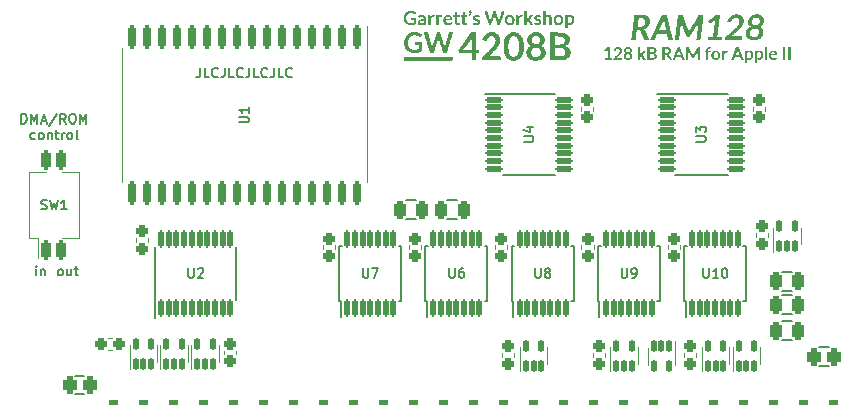
<source format=gto>
G04 #@! TF.GenerationSoftware,KiCad,Pcbnew,7.0.1-0*
G04 #@! TF.CreationDate,2023-12-07T05:07:41-05:00*
G04 #@! TF.ProjectId,RAM128,52414d31-3238-42e6-9b69-6361645f7063,1.1*
G04 #@! TF.SameCoordinates,Original*
G04 #@! TF.FileFunction,Legend,Top*
G04 #@! TF.FilePolarity,Positive*
%FSLAX46Y46*%
G04 Gerber Fmt 4.6, Leading zero omitted, Abs format (unit mm)*
G04 Created by KiCad (PCBNEW 7.0.1-0) date 2023-12-07 05:07:41*
%MOMM*%
%LPD*%
G01*
G04 APERTURE LIST*
G04 Aperture macros list*
%AMRoundRect*
0 Rectangle with rounded corners*
0 $1 Rounding radius*
0 $2 $3 $4 $5 $6 $7 $8 $9 X,Y pos of 4 corners*
0 Add a 4 corners polygon primitive as box body*
4,1,4,$2,$3,$4,$5,$6,$7,$8,$9,$2,$3,0*
0 Add four circle primitives for the rounded corners*
1,1,$1+$1,$2,$3*
1,1,$1+$1,$4,$5*
1,1,$1+$1,$6,$7*
1,1,$1+$1,$8,$9*
0 Add four rect primitives between the rounded corners*
20,1,$1+$1,$2,$3,$4,$5,0*
20,1,$1+$1,$4,$5,$6,$7,0*
20,1,$1+$1,$6,$7,$8,$9,0*
20,1,$1+$1,$8,$9,$2,$3,0*%
G04 Aperture macros list end*
%ADD10C,0.203200*%
%ADD11C,0.152400*%
%ADD12C,0.120000*%
%ADD13C,0.150000*%
%ADD14C,0.000000*%
%ADD15RoundRect,0.457200X0.381000X3.289000X-0.381000X3.289000X-0.381000X-3.289000X0.381000X-3.289000X0*%
%ADD16RoundRect,0.312500X0.262500X0.437500X-0.262500X0.437500X-0.262500X-0.437500X0.262500X-0.437500X0*%
%ADD17C,2.000000*%
%ADD18C,1.448000*%
%ADD19RoundRect,0.262500X-0.262500X0.212500X-0.262500X-0.212500X0.262500X-0.212500X0.262500X0.212500X0*%
%ADD20RoundRect,0.262500X0.212500X0.487500X-0.212500X0.487500X-0.212500X-0.487500X0.212500X-0.487500X0*%
%ADD21RoundRect,0.140000X-0.100000X0.400000X-0.100000X-0.400000X0.100000X-0.400000X0.100000X0.400000X0*%
%ADD22RoundRect,0.136500X-0.612500X-0.112500X0.612500X-0.112500X0.612500X0.112500X-0.612500X0.112500X0*%
%ADD23RoundRect,0.140000X0.100000X-0.400000X0.100000X0.400000X-0.100000X0.400000X-0.100000X-0.400000X0*%
%ADD24RoundRect,0.262500X0.212500X0.262500X-0.212500X0.262500X-0.212500X-0.262500X0.212500X-0.262500X0*%
%ADD25RoundRect,0.136500X0.112500X-0.612500X0.112500X0.612500X-0.112500X0.612500X-0.112500X-0.612500X0*%
%ADD26RoundRect,0.200000X-0.150000X0.802500X-0.150000X-0.802500X0.150000X-0.802500X0.150000X0.802500X0*%
%ADD27RoundRect,0.262500X-0.212500X-0.487500X0.212500X-0.487500X0.212500X0.487500X-0.212500X0.487500X0*%
%ADD28RoundRect,0.240000X0.190000X-0.572000X0.190000X0.572000X-0.190000X0.572000X-0.190000X-0.572000X0*%
G04 APERTURE END LIST*
D10*
X69609304Y-121026016D02*
X69609304Y-120484150D01*
X69609304Y-120213216D02*
X69570600Y-120251921D01*
X69570600Y-120251921D02*
X69609304Y-120290626D01*
X69609304Y-120290626D02*
X69648009Y-120251921D01*
X69648009Y-120251921D02*
X69609304Y-120213216D01*
X69609304Y-120213216D02*
X69609304Y-120290626D01*
X69996352Y-120484150D02*
X69996352Y-121026016D01*
X69996352Y-120561559D02*
X70035057Y-120522854D01*
X70035057Y-120522854D02*
X70112467Y-120484150D01*
X70112467Y-120484150D02*
X70228581Y-120484150D01*
X70228581Y-120484150D02*
X70305990Y-120522854D01*
X70305990Y-120522854D02*
X70344695Y-120600264D01*
X70344695Y-120600264D02*
X70344695Y-121026016D01*
X71605020Y-121026016D02*
X71527610Y-120987312D01*
X71527610Y-120987312D02*
X71488905Y-120948607D01*
X71488905Y-120948607D02*
X71450201Y-120871197D01*
X71450201Y-120871197D02*
X71450201Y-120638969D01*
X71450201Y-120638969D02*
X71488905Y-120561559D01*
X71488905Y-120561559D02*
X71527610Y-120522854D01*
X71527610Y-120522854D02*
X71605020Y-120484150D01*
X71605020Y-120484150D02*
X71721134Y-120484150D01*
X71721134Y-120484150D02*
X71798543Y-120522854D01*
X71798543Y-120522854D02*
X71837248Y-120561559D01*
X71837248Y-120561559D02*
X71875953Y-120638969D01*
X71875953Y-120638969D02*
X71875953Y-120871197D01*
X71875953Y-120871197D02*
X71837248Y-120948607D01*
X71837248Y-120948607D02*
X71798543Y-120987312D01*
X71798543Y-120987312D02*
X71721134Y-121026016D01*
X71721134Y-121026016D02*
X71605020Y-121026016D01*
X72572638Y-120484150D02*
X72572638Y-121026016D01*
X72224295Y-120484150D02*
X72224295Y-120909902D01*
X72224295Y-120909902D02*
X72263000Y-120987312D01*
X72263000Y-120987312D02*
X72340410Y-121026016D01*
X72340410Y-121026016D02*
X72456524Y-121026016D01*
X72456524Y-121026016D02*
X72533933Y-120987312D01*
X72533933Y-120987312D02*
X72572638Y-120948607D01*
X72843571Y-120484150D02*
X73153209Y-120484150D01*
X72959685Y-120213216D02*
X72959685Y-120909902D01*
X72959685Y-120909902D02*
X72998390Y-120987312D01*
X72998390Y-120987312D02*
X73075800Y-121026016D01*
X73075800Y-121026016D02*
X73153209Y-121026016D01*
X83494638Y-103449216D02*
X83494638Y-104029788D01*
X83494638Y-104029788D02*
X83455933Y-104145902D01*
X83455933Y-104145902D02*
X83378524Y-104223312D01*
X83378524Y-104223312D02*
X83262409Y-104262016D01*
X83262409Y-104262016D02*
X83185000Y-104262016D01*
X84268733Y-104262016D02*
X83881685Y-104262016D01*
X83881685Y-104262016D02*
X83881685Y-103449216D01*
X85004123Y-104184607D02*
X84965419Y-104223312D01*
X84965419Y-104223312D02*
X84849304Y-104262016D01*
X84849304Y-104262016D02*
X84771895Y-104262016D01*
X84771895Y-104262016D02*
X84655781Y-104223312D01*
X84655781Y-104223312D02*
X84578371Y-104145902D01*
X84578371Y-104145902D02*
X84539666Y-104068492D01*
X84539666Y-104068492D02*
X84500962Y-103913673D01*
X84500962Y-103913673D02*
X84500962Y-103797559D01*
X84500962Y-103797559D02*
X84539666Y-103642740D01*
X84539666Y-103642740D02*
X84578371Y-103565331D01*
X84578371Y-103565331D02*
X84655781Y-103487921D01*
X84655781Y-103487921D02*
X84771895Y-103449216D01*
X84771895Y-103449216D02*
X84849304Y-103449216D01*
X84849304Y-103449216D02*
X84965419Y-103487921D01*
X84965419Y-103487921D02*
X85004123Y-103526626D01*
X85584695Y-103449216D02*
X85584695Y-104029788D01*
X85584695Y-104029788D02*
X85545990Y-104145902D01*
X85545990Y-104145902D02*
X85468581Y-104223312D01*
X85468581Y-104223312D02*
X85352466Y-104262016D01*
X85352466Y-104262016D02*
X85275057Y-104262016D01*
X86358790Y-104262016D02*
X85971742Y-104262016D01*
X85971742Y-104262016D02*
X85971742Y-103449216D01*
X87094180Y-104184607D02*
X87055476Y-104223312D01*
X87055476Y-104223312D02*
X86939361Y-104262016D01*
X86939361Y-104262016D02*
X86861952Y-104262016D01*
X86861952Y-104262016D02*
X86745838Y-104223312D01*
X86745838Y-104223312D02*
X86668428Y-104145902D01*
X86668428Y-104145902D02*
X86629723Y-104068492D01*
X86629723Y-104068492D02*
X86591019Y-103913673D01*
X86591019Y-103913673D02*
X86591019Y-103797559D01*
X86591019Y-103797559D02*
X86629723Y-103642740D01*
X86629723Y-103642740D02*
X86668428Y-103565331D01*
X86668428Y-103565331D02*
X86745838Y-103487921D01*
X86745838Y-103487921D02*
X86861952Y-103449216D01*
X86861952Y-103449216D02*
X86939361Y-103449216D01*
X86939361Y-103449216D02*
X87055476Y-103487921D01*
X87055476Y-103487921D02*
X87094180Y-103526626D01*
X87674752Y-103449216D02*
X87674752Y-104029788D01*
X87674752Y-104029788D02*
X87636047Y-104145902D01*
X87636047Y-104145902D02*
X87558638Y-104223312D01*
X87558638Y-104223312D02*
X87442523Y-104262016D01*
X87442523Y-104262016D02*
X87365114Y-104262016D01*
X88448847Y-104262016D02*
X88061799Y-104262016D01*
X88061799Y-104262016D02*
X88061799Y-103449216D01*
X89184237Y-104184607D02*
X89145533Y-104223312D01*
X89145533Y-104223312D02*
X89029418Y-104262016D01*
X89029418Y-104262016D02*
X88952009Y-104262016D01*
X88952009Y-104262016D02*
X88835895Y-104223312D01*
X88835895Y-104223312D02*
X88758485Y-104145902D01*
X88758485Y-104145902D02*
X88719780Y-104068492D01*
X88719780Y-104068492D02*
X88681076Y-103913673D01*
X88681076Y-103913673D02*
X88681076Y-103797559D01*
X88681076Y-103797559D02*
X88719780Y-103642740D01*
X88719780Y-103642740D02*
X88758485Y-103565331D01*
X88758485Y-103565331D02*
X88835895Y-103487921D01*
X88835895Y-103487921D02*
X88952009Y-103449216D01*
X88952009Y-103449216D02*
X89029418Y-103449216D01*
X89029418Y-103449216D02*
X89145533Y-103487921D01*
X89145533Y-103487921D02*
X89184237Y-103526626D01*
X89764809Y-103449216D02*
X89764809Y-104029788D01*
X89764809Y-104029788D02*
X89726104Y-104145902D01*
X89726104Y-104145902D02*
X89648695Y-104223312D01*
X89648695Y-104223312D02*
X89532580Y-104262016D01*
X89532580Y-104262016D02*
X89455171Y-104262016D01*
X90538904Y-104262016D02*
X90151856Y-104262016D01*
X90151856Y-104262016D02*
X90151856Y-103449216D01*
X91274294Y-104184607D02*
X91235590Y-104223312D01*
X91235590Y-104223312D02*
X91119475Y-104262016D01*
X91119475Y-104262016D02*
X91042066Y-104262016D01*
X91042066Y-104262016D02*
X90925952Y-104223312D01*
X90925952Y-104223312D02*
X90848542Y-104145902D01*
X90848542Y-104145902D02*
X90809837Y-104068492D01*
X90809837Y-104068492D02*
X90771133Y-103913673D01*
X90771133Y-103913673D02*
X90771133Y-103797559D01*
X90771133Y-103797559D02*
X90809837Y-103642740D01*
X90809837Y-103642740D02*
X90848542Y-103565331D01*
X90848542Y-103565331D02*
X90925952Y-103487921D01*
X90925952Y-103487921D02*
X91042066Y-103449216D01*
X91042066Y-103449216D02*
X91119475Y-103449216D01*
X91119475Y-103449216D02*
X91235590Y-103487921D01*
X91235590Y-103487921D02*
X91274294Y-103526626D01*
X68371961Y-108173772D02*
X68371961Y-107355572D01*
X68371961Y-107355572D02*
X68565485Y-107355572D01*
X68565485Y-107355572D02*
X68681599Y-107394534D01*
X68681599Y-107394534D02*
X68759009Y-107472458D01*
X68759009Y-107472458D02*
X68797714Y-107550382D01*
X68797714Y-107550382D02*
X68836418Y-107706230D01*
X68836418Y-107706230D02*
X68836418Y-107823115D01*
X68836418Y-107823115D02*
X68797714Y-107978963D01*
X68797714Y-107978963D02*
X68759009Y-108056887D01*
X68759009Y-108056887D02*
X68681599Y-108134811D01*
X68681599Y-108134811D02*
X68565485Y-108173772D01*
X68565485Y-108173772D02*
X68371961Y-108173772D01*
X69184761Y-108173772D02*
X69184761Y-107355572D01*
X69184761Y-107355572D02*
X69455695Y-107940001D01*
X69455695Y-107940001D02*
X69726628Y-107355572D01*
X69726628Y-107355572D02*
X69726628Y-108173772D01*
X70074971Y-107940001D02*
X70462018Y-107940001D01*
X69997561Y-108173772D02*
X70268494Y-107355572D01*
X70268494Y-107355572D02*
X70539428Y-108173772D01*
X71390933Y-107316611D02*
X70694247Y-108368582D01*
X72126323Y-108173772D02*
X71855390Y-107784153D01*
X71661866Y-108173772D02*
X71661866Y-107355572D01*
X71661866Y-107355572D02*
X71971504Y-107355572D01*
X71971504Y-107355572D02*
X72048914Y-107394534D01*
X72048914Y-107394534D02*
X72087619Y-107433496D01*
X72087619Y-107433496D02*
X72126323Y-107511420D01*
X72126323Y-107511420D02*
X72126323Y-107628306D01*
X72126323Y-107628306D02*
X72087619Y-107706230D01*
X72087619Y-107706230D02*
X72048914Y-107745191D01*
X72048914Y-107745191D02*
X71971504Y-107784153D01*
X71971504Y-107784153D02*
X71661866Y-107784153D01*
X72629485Y-107355572D02*
X72784304Y-107355572D01*
X72784304Y-107355572D02*
X72861714Y-107394534D01*
X72861714Y-107394534D02*
X72939123Y-107472458D01*
X72939123Y-107472458D02*
X72977828Y-107628306D01*
X72977828Y-107628306D02*
X72977828Y-107901039D01*
X72977828Y-107901039D02*
X72939123Y-108056887D01*
X72939123Y-108056887D02*
X72861714Y-108134811D01*
X72861714Y-108134811D02*
X72784304Y-108173772D01*
X72784304Y-108173772D02*
X72629485Y-108173772D01*
X72629485Y-108173772D02*
X72552076Y-108134811D01*
X72552076Y-108134811D02*
X72474666Y-108056887D01*
X72474666Y-108056887D02*
X72435962Y-107901039D01*
X72435962Y-107901039D02*
X72435962Y-107628306D01*
X72435962Y-107628306D02*
X72474666Y-107472458D01*
X72474666Y-107472458D02*
X72552076Y-107394534D01*
X72552076Y-107394534D02*
X72629485Y-107355572D01*
X73326171Y-108173772D02*
X73326171Y-107355572D01*
X73326171Y-107355572D02*
X73597105Y-107940001D01*
X73597105Y-107940001D02*
X73868038Y-107355572D01*
X73868038Y-107355572D02*
X73868038Y-108173772D01*
X69513753Y-109460295D02*
X69436344Y-109499256D01*
X69436344Y-109499256D02*
X69281525Y-109499256D01*
X69281525Y-109499256D02*
X69204115Y-109460295D01*
X69204115Y-109460295D02*
X69165410Y-109421333D01*
X69165410Y-109421333D02*
X69126706Y-109343409D01*
X69126706Y-109343409D02*
X69126706Y-109109637D01*
X69126706Y-109109637D02*
X69165410Y-109031714D01*
X69165410Y-109031714D02*
X69204115Y-108992752D01*
X69204115Y-108992752D02*
X69281525Y-108953790D01*
X69281525Y-108953790D02*
X69436344Y-108953790D01*
X69436344Y-108953790D02*
X69513753Y-108992752D01*
X69978211Y-109499256D02*
X69900801Y-109460295D01*
X69900801Y-109460295D02*
X69862096Y-109421333D01*
X69862096Y-109421333D02*
X69823392Y-109343409D01*
X69823392Y-109343409D02*
X69823392Y-109109637D01*
X69823392Y-109109637D02*
X69862096Y-109031714D01*
X69862096Y-109031714D02*
X69900801Y-108992752D01*
X69900801Y-108992752D02*
X69978211Y-108953790D01*
X69978211Y-108953790D02*
X70094325Y-108953790D01*
X70094325Y-108953790D02*
X70171734Y-108992752D01*
X70171734Y-108992752D02*
X70210439Y-109031714D01*
X70210439Y-109031714D02*
X70249144Y-109109637D01*
X70249144Y-109109637D02*
X70249144Y-109343409D01*
X70249144Y-109343409D02*
X70210439Y-109421333D01*
X70210439Y-109421333D02*
X70171734Y-109460295D01*
X70171734Y-109460295D02*
X70094325Y-109499256D01*
X70094325Y-109499256D02*
X69978211Y-109499256D01*
X70597486Y-108953790D02*
X70597486Y-109499256D01*
X70597486Y-109031714D02*
X70636191Y-108992752D01*
X70636191Y-108992752D02*
X70713601Y-108953790D01*
X70713601Y-108953790D02*
X70829715Y-108953790D01*
X70829715Y-108953790D02*
X70907124Y-108992752D01*
X70907124Y-108992752D02*
X70945829Y-109070675D01*
X70945829Y-109070675D02*
X70945829Y-109499256D01*
X71216762Y-108953790D02*
X71526400Y-108953790D01*
X71332876Y-108681056D02*
X71332876Y-109382371D01*
X71332876Y-109382371D02*
X71371581Y-109460295D01*
X71371581Y-109460295D02*
X71448991Y-109499256D01*
X71448991Y-109499256D02*
X71526400Y-109499256D01*
X71797333Y-109499256D02*
X71797333Y-108953790D01*
X71797333Y-109109637D02*
X71836038Y-109031714D01*
X71836038Y-109031714D02*
X71874743Y-108992752D01*
X71874743Y-108992752D02*
X71952152Y-108953790D01*
X71952152Y-108953790D02*
X72029562Y-108953790D01*
X72416610Y-109499256D02*
X72339200Y-109460295D01*
X72339200Y-109460295D02*
X72300495Y-109421333D01*
X72300495Y-109421333D02*
X72261791Y-109343409D01*
X72261791Y-109343409D02*
X72261791Y-109109637D01*
X72261791Y-109109637D02*
X72300495Y-109031714D01*
X72300495Y-109031714D02*
X72339200Y-108992752D01*
X72339200Y-108992752D02*
X72416610Y-108953790D01*
X72416610Y-108953790D02*
X72532724Y-108953790D01*
X72532724Y-108953790D02*
X72610133Y-108992752D01*
X72610133Y-108992752D02*
X72648838Y-109031714D01*
X72648838Y-109031714D02*
X72687543Y-109109637D01*
X72687543Y-109109637D02*
X72687543Y-109343409D01*
X72687543Y-109343409D02*
X72648838Y-109421333D01*
X72648838Y-109421333D02*
X72610133Y-109460295D01*
X72610133Y-109460295D02*
X72532724Y-109499256D01*
X72532724Y-109499256D02*
X72416610Y-109499256D01*
X73152000Y-109499256D02*
X73074590Y-109460295D01*
X73074590Y-109460295D02*
X73035885Y-109382371D01*
X73035885Y-109382371D02*
X73035885Y-108681056D01*
X125513216Y-109694276D02*
X126171197Y-109694276D01*
X126171197Y-109694276D02*
X126248607Y-109655571D01*
X126248607Y-109655571D02*
X126287312Y-109616866D01*
X126287312Y-109616866D02*
X126326016Y-109539457D01*
X126326016Y-109539457D02*
X126326016Y-109384638D01*
X126326016Y-109384638D02*
X126287312Y-109307228D01*
X126287312Y-109307228D02*
X126248607Y-109268523D01*
X126248607Y-109268523D02*
X126171197Y-109229819D01*
X126171197Y-109229819D02*
X125513216Y-109229819D01*
X125513216Y-108920180D02*
X125513216Y-108417018D01*
X125513216Y-108417018D02*
X125822854Y-108687952D01*
X125822854Y-108687952D02*
X125822854Y-108571837D01*
X125822854Y-108571837D02*
X125861559Y-108494428D01*
X125861559Y-108494428D02*
X125900264Y-108455723D01*
X125900264Y-108455723D02*
X125977673Y-108417018D01*
X125977673Y-108417018D02*
X126171197Y-108417018D01*
X126171197Y-108417018D02*
X126248607Y-108455723D01*
X126248607Y-108455723D02*
X126287312Y-108494428D01*
X126287312Y-108494428D02*
X126326016Y-108571837D01*
X126326016Y-108571837D02*
X126326016Y-108804066D01*
X126326016Y-108804066D02*
X126287312Y-108881475D01*
X126287312Y-108881475D02*
X126248607Y-108920180D01*
X97280723Y-120413216D02*
X97280723Y-121071197D01*
X97280723Y-121071197D02*
X97319428Y-121148607D01*
X97319428Y-121148607D02*
X97358133Y-121187312D01*
X97358133Y-121187312D02*
X97435542Y-121226016D01*
X97435542Y-121226016D02*
X97590361Y-121226016D01*
X97590361Y-121226016D02*
X97667771Y-121187312D01*
X97667771Y-121187312D02*
X97706476Y-121148607D01*
X97706476Y-121148607D02*
X97745180Y-121071197D01*
X97745180Y-121071197D02*
X97745180Y-120413216D01*
X98054819Y-120413216D02*
X98596685Y-120413216D01*
X98596685Y-120413216D02*
X98248343Y-121226016D01*
X126093676Y-120413216D02*
X126093676Y-121071197D01*
X126093676Y-121071197D02*
X126132381Y-121148607D01*
X126132381Y-121148607D02*
X126171086Y-121187312D01*
X126171086Y-121187312D02*
X126248495Y-121226016D01*
X126248495Y-121226016D02*
X126403314Y-121226016D01*
X126403314Y-121226016D02*
X126480724Y-121187312D01*
X126480724Y-121187312D02*
X126519429Y-121148607D01*
X126519429Y-121148607D02*
X126558133Y-121071197D01*
X126558133Y-121071197D02*
X126558133Y-120413216D01*
X127370934Y-121226016D02*
X126906477Y-121226016D01*
X127138705Y-121226016D02*
X127138705Y-120413216D01*
X127138705Y-120413216D02*
X127061296Y-120529331D01*
X127061296Y-120529331D02*
X126983886Y-120606740D01*
X126983886Y-120606740D02*
X126906477Y-120645445D01*
X127874095Y-120413216D02*
X127951505Y-120413216D01*
X127951505Y-120413216D02*
X128028914Y-120451921D01*
X128028914Y-120451921D02*
X128067619Y-120490626D01*
X128067619Y-120490626D02*
X128106324Y-120568035D01*
X128106324Y-120568035D02*
X128145029Y-120722854D01*
X128145029Y-120722854D02*
X128145029Y-120916378D01*
X128145029Y-120916378D02*
X128106324Y-121071197D01*
X128106324Y-121071197D02*
X128067619Y-121148607D01*
X128067619Y-121148607D02*
X128028914Y-121187312D01*
X128028914Y-121187312D02*
X127951505Y-121226016D01*
X127951505Y-121226016D02*
X127874095Y-121226016D01*
X127874095Y-121226016D02*
X127796686Y-121187312D01*
X127796686Y-121187312D02*
X127757981Y-121148607D01*
X127757981Y-121148607D02*
X127719276Y-121071197D01*
X127719276Y-121071197D02*
X127680572Y-120916378D01*
X127680572Y-120916378D02*
X127680572Y-120722854D01*
X127680572Y-120722854D02*
X127719276Y-120568035D01*
X127719276Y-120568035D02*
X127757981Y-120490626D01*
X127757981Y-120490626D02*
X127796686Y-120451921D01*
X127796686Y-120451921D02*
X127874095Y-120413216D01*
X119180723Y-120413216D02*
X119180723Y-121071197D01*
X119180723Y-121071197D02*
X119219428Y-121148607D01*
X119219428Y-121148607D02*
X119258133Y-121187312D01*
X119258133Y-121187312D02*
X119335542Y-121226016D01*
X119335542Y-121226016D02*
X119490361Y-121226016D01*
X119490361Y-121226016D02*
X119567771Y-121187312D01*
X119567771Y-121187312D02*
X119606476Y-121148607D01*
X119606476Y-121148607D02*
X119645180Y-121071197D01*
X119645180Y-121071197D02*
X119645180Y-120413216D01*
X120070933Y-121226016D02*
X120225752Y-121226016D01*
X120225752Y-121226016D02*
X120303162Y-121187312D01*
X120303162Y-121187312D02*
X120341866Y-121148607D01*
X120341866Y-121148607D02*
X120419276Y-121032492D01*
X120419276Y-121032492D02*
X120457981Y-120877673D01*
X120457981Y-120877673D02*
X120457981Y-120568035D01*
X120457981Y-120568035D02*
X120419276Y-120490626D01*
X120419276Y-120490626D02*
X120380571Y-120451921D01*
X120380571Y-120451921D02*
X120303162Y-120413216D01*
X120303162Y-120413216D02*
X120148343Y-120413216D01*
X120148343Y-120413216D02*
X120070933Y-120451921D01*
X120070933Y-120451921D02*
X120032228Y-120490626D01*
X120032228Y-120490626D02*
X119993524Y-120568035D01*
X119993524Y-120568035D02*
X119993524Y-120761559D01*
X119993524Y-120761559D02*
X120032228Y-120838969D01*
X120032228Y-120838969D02*
X120070933Y-120877673D01*
X120070933Y-120877673D02*
X120148343Y-120916378D01*
X120148343Y-120916378D02*
X120303162Y-120916378D01*
X120303162Y-120916378D02*
X120380571Y-120877673D01*
X120380571Y-120877673D02*
X120419276Y-120838969D01*
X120419276Y-120838969D02*
X120457981Y-120761559D01*
X111880723Y-120413216D02*
X111880723Y-121071197D01*
X111880723Y-121071197D02*
X111919428Y-121148607D01*
X111919428Y-121148607D02*
X111958133Y-121187312D01*
X111958133Y-121187312D02*
X112035542Y-121226016D01*
X112035542Y-121226016D02*
X112190361Y-121226016D01*
X112190361Y-121226016D02*
X112267771Y-121187312D01*
X112267771Y-121187312D02*
X112306476Y-121148607D01*
X112306476Y-121148607D02*
X112345180Y-121071197D01*
X112345180Y-121071197D02*
X112345180Y-120413216D01*
X112848343Y-120761559D02*
X112770933Y-120722854D01*
X112770933Y-120722854D02*
X112732228Y-120684150D01*
X112732228Y-120684150D02*
X112693524Y-120606740D01*
X112693524Y-120606740D02*
X112693524Y-120568035D01*
X112693524Y-120568035D02*
X112732228Y-120490626D01*
X112732228Y-120490626D02*
X112770933Y-120451921D01*
X112770933Y-120451921D02*
X112848343Y-120413216D01*
X112848343Y-120413216D02*
X113003162Y-120413216D01*
X113003162Y-120413216D02*
X113080571Y-120451921D01*
X113080571Y-120451921D02*
X113119276Y-120490626D01*
X113119276Y-120490626D02*
X113157981Y-120568035D01*
X113157981Y-120568035D02*
X113157981Y-120606740D01*
X113157981Y-120606740D02*
X113119276Y-120684150D01*
X113119276Y-120684150D02*
X113080571Y-120722854D01*
X113080571Y-120722854D02*
X113003162Y-120761559D01*
X113003162Y-120761559D02*
X112848343Y-120761559D01*
X112848343Y-120761559D02*
X112770933Y-120800264D01*
X112770933Y-120800264D02*
X112732228Y-120838969D01*
X112732228Y-120838969D02*
X112693524Y-120916378D01*
X112693524Y-120916378D02*
X112693524Y-121071197D01*
X112693524Y-121071197D02*
X112732228Y-121148607D01*
X112732228Y-121148607D02*
X112770933Y-121187312D01*
X112770933Y-121187312D02*
X112848343Y-121226016D01*
X112848343Y-121226016D02*
X113003162Y-121226016D01*
X113003162Y-121226016D02*
X113080571Y-121187312D01*
X113080571Y-121187312D02*
X113119276Y-121148607D01*
X113119276Y-121148607D02*
X113157981Y-121071197D01*
X113157981Y-121071197D02*
X113157981Y-120916378D01*
X113157981Y-120916378D02*
X113119276Y-120838969D01*
X113119276Y-120838969D02*
X113080571Y-120800264D01*
X113080571Y-120800264D02*
X113003162Y-120761559D01*
X104580723Y-120413216D02*
X104580723Y-121071197D01*
X104580723Y-121071197D02*
X104619428Y-121148607D01*
X104619428Y-121148607D02*
X104658133Y-121187312D01*
X104658133Y-121187312D02*
X104735542Y-121226016D01*
X104735542Y-121226016D02*
X104890361Y-121226016D01*
X104890361Y-121226016D02*
X104967771Y-121187312D01*
X104967771Y-121187312D02*
X105006476Y-121148607D01*
X105006476Y-121148607D02*
X105045180Y-121071197D01*
X105045180Y-121071197D02*
X105045180Y-120413216D01*
X105780571Y-120413216D02*
X105625752Y-120413216D01*
X105625752Y-120413216D02*
X105548343Y-120451921D01*
X105548343Y-120451921D02*
X105509638Y-120490626D01*
X105509638Y-120490626D02*
X105432228Y-120606740D01*
X105432228Y-120606740D02*
X105393524Y-120761559D01*
X105393524Y-120761559D02*
X105393524Y-121071197D01*
X105393524Y-121071197D02*
X105432228Y-121148607D01*
X105432228Y-121148607D02*
X105470933Y-121187312D01*
X105470933Y-121187312D02*
X105548343Y-121226016D01*
X105548343Y-121226016D02*
X105703162Y-121226016D01*
X105703162Y-121226016D02*
X105780571Y-121187312D01*
X105780571Y-121187312D02*
X105819276Y-121148607D01*
X105819276Y-121148607D02*
X105857981Y-121071197D01*
X105857981Y-121071197D02*
X105857981Y-120877673D01*
X105857981Y-120877673D02*
X105819276Y-120800264D01*
X105819276Y-120800264D02*
X105780571Y-120761559D01*
X105780571Y-120761559D02*
X105703162Y-120722854D01*
X105703162Y-120722854D02*
X105548343Y-120722854D01*
X105548343Y-120722854D02*
X105470933Y-120761559D01*
X105470933Y-120761559D02*
X105432228Y-120800264D01*
X105432228Y-120800264D02*
X105393524Y-120877673D01*
X86812216Y-108061276D02*
X87470197Y-108061276D01*
X87470197Y-108061276D02*
X87547607Y-108022571D01*
X87547607Y-108022571D02*
X87586312Y-107983866D01*
X87586312Y-107983866D02*
X87625016Y-107906457D01*
X87625016Y-107906457D02*
X87625016Y-107751638D01*
X87625016Y-107751638D02*
X87586312Y-107674228D01*
X87586312Y-107674228D02*
X87547607Y-107635523D01*
X87547607Y-107635523D02*
X87470197Y-107596819D01*
X87470197Y-107596819D02*
X86812216Y-107596819D01*
X87625016Y-106784018D02*
X87625016Y-107248475D01*
X87625016Y-107016247D02*
X86812216Y-107016247D01*
X86812216Y-107016247D02*
X86928331Y-107093656D01*
X86928331Y-107093656D02*
X87005740Y-107171066D01*
X87005740Y-107171066D02*
X87044445Y-107248475D01*
X110913216Y-109694276D02*
X111571197Y-109694276D01*
X111571197Y-109694276D02*
X111648607Y-109655571D01*
X111648607Y-109655571D02*
X111687312Y-109616866D01*
X111687312Y-109616866D02*
X111726016Y-109539457D01*
X111726016Y-109539457D02*
X111726016Y-109384638D01*
X111726016Y-109384638D02*
X111687312Y-109307228D01*
X111687312Y-109307228D02*
X111648607Y-109268523D01*
X111648607Y-109268523D02*
X111571197Y-109229819D01*
X111571197Y-109229819D02*
X110913216Y-109229819D01*
X111184150Y-108494428D02*
X111726016Y-108494428D01*
X110874512Y-108687952D02*
X111455083Y-108881475D01*
X111455083Y-108881475D02*
X111455083Y-108378314D01*
X82505723Y-120413216D02*
X82505723Y-121071197D01*
X82505723Y-121071197D02*
X82544428Y-121148607D01*
X82544428Y-121148607D02*
X82583133Y-121187312D01*
X82583133Y-121187312D02*
X82660542Y-121226016D01*
X82660542Y-121226016D02*
X82815361Y-121226016D01*
X82815361Y-121226016D02*
X82892771Y-121187312D01*
X82892771Y-121187312D02*
X82931476Y-121148607D01*
X82931476Y-121148607D02*
X82970180Y-121071197D01*
X82970180Y-121071197D02*
X82970180Y-120413216D01*
X83318524Y-120490626D02*
X83357228Y-120451921D01*
X83357228Y-120451921D02*
X83434638Y-120413216D01*
X83434638Y-120413216D02*
X83628162Y-120413216D01*
X83628162Y-120413216D02*
X83705571Y-120451921D01*
X83705571Y-120451921D02*
X83744276Y-120490626D01*
X83744276Y-120490626D02*
X83782981Y-120568035D01*
X83782981Y-120568035D02*
X83782981Y-120645445D01*
X83782981Y-120645445D02*
X83744276Y-120761559D01*
X83744276Y-120761559D02*
X83279819Y-121226016D01*
X83279819Y-121226016D02*
X83782981Y-121226016D01*
X70036267Y-115399312D02*
X70152381Y-115438016D01*
X70152381Y-115438016D02*
X70345905Y-115438016D01*
X70345905Y-115438016D02*
X70423314Y-115399312D01*
X70423314Y-115399312D02*
X70462019Y-115360607D01*
X70462019Y-115360607D02*
X70500724Y-115283197D01*
X70500724Y-115283197D02*
X70500724Y-115205788D01*
X70500724Y-115205788D02*
X70462019Y-115128378D01*
X70462019Y-115128378D02*
X70423314Y-115089673D01*
X70423314Y-115089673D02*
X70345905Y-115050969D01*
X70345905Y-115050969D02*
X70191086Y-115012264D01*
X70191086Y-115012264D02*
X70113676Y-114973559D01*
X70113676Y-114973559D02*
X70074971Y-114934854D01*
X70074971Y-114934854D02*
X70036267Y-114857445D01*
X70036267Y-114857445D02*
X70036267Y-114780035D01*
X70036267Y-114780035D02*
X70074971Y-114702626D01*
X70074971Y-114702626D02*
X70113676Y-114663921D01*
X70113676Y-114663921D02*
X70191086Y-114625216D01*
X70191086Y-114625216D02*
X70384609Y-114625216D01*
X70384609Y-114625216D02*
X70500724Y-114663921D01*
X70771657Y-114625216D02*
X70965181Y-115438016D01*
X70965181Y-115438016D02*
X71120000Y-114857445D01*
X71120000Y-114857445D02*
X71274819Y-115438016D01*
X71274819Y-115438016D02*
X71468343Y-114625216D01*
X72203733Y-115438016D02*
X71739276Y-115438016D01*
X71971504Y-115438016D02*
X71971504Y-114625216D01*
X71971504Y-114625216D02*
X71894095Y-114741331D01*
X71894095Y-114741331D02*
X71816685Y-114818740D01*
X71816685Y-114818740D02*
X71739276Y-114857445D01*
D11*
X136716400Y-128689000D02*
X135903600Y-128689000D01*
X136716400Y-127089000D02*
X135903600Y-127089000D01*
D12*
X110110000Y-127587221D02*
X110110000Y-127912779D01*
X109090000Y-127587221D02*
X109090000Y-127912779D01*
D11*
X133606400Y-124300000D02*
X132793600Y-124300000D01*
X133606400Y-122700000D02*
X132793600Y-122700000D01*
D12*
X123710000Y-128580000D02*
X123710000Y-126550000D01*
X121390000Y-127170000D02*
X121390000Y-128580000D01*
D13*
X122200000Y-105625000D02*
X128175000Y-105625000D01*
X123725000Y-112525000D02*
X128175000Y-112525000D01*
D12*
X125990000Y-127120000D02*
X125990000Y-129150000D01*
X128310000Y-128530000D02*
X128310000Y-127120000D01*
X77540000Y-126920000D02*
X77540000Y-128950000D01*
X79860000Y-128330000D02*
X79860000Y-126920000D01*
X117760000Y-127587221D02*
X117760000Y-127912779D01*
X116740000Y-127587221D02*
X116740000Y-127912779D01*
X110590000Y-127120000D02*
X110590000Y-129150000D01*
X112910000Y-128530000D02*
X112910000Y-127120000D01*
X118240000Y-127120000D02*
X118240000Y-129150000D01*
X120560000Y-128530000D02*
X120560000Y-127120000D01*
X76062779Y-127310000D02*
X75737221Y-127310000D01*
X76062779Y-126290000D02*
X75737221Y-126290000D01*
X128590000Y-127120000D02*
X128590000Y-129150000D01*
X130910000Y-128530000D02*
X130910000Y-127120000D01*
D13*
X95275000Y-118525000D02*
X95500000Y-118525000D01*
X95275000Y-123175000D02*
X95275000Y-118525000D01*
X95275000Y-123175000D02*
X95400000Y-123175000D01*
X95400000Y-123175000D02*
X95400000Y-124525000D01*
X100525000Y-118525000D02*
X100300000Y-118525000D01*
X100525000Y-123175000D02*
X100300000Y-123175000D01*
X100525000Y-123175000D02*
X100525000Y-118525000D01*
X124475000Y-118525000D02*
X124700000Y-118525000D01*
X124475000Y-123175000D02*
X124475000Y-118525000D01*
X124475000Y-123175000D02*
X124600000Y-123175000D01*
X124600000Y-123175000D02*
X124600000Y-124525000D01*
X129725000Y-118525000D02*
X129500000Y-118525000D01*
X129725000Y-123175000D02*
X129500000Y-123175000D01*
X129725000Y-123175000D02*
X129725000Y-118525000D01*
D12*
X116810000Y-118487221D02*
X116810000Y-118812779D01*
X115790000Y-118487221D02*
X115790000Y-118812779D01*
D13*
X117175000Y-118525000D02*
X117400000Y-118525000D01*
X117175000Y-123175000D02*
X117175000Y-118525000D01*
X117175000Y-123175000D02*
X117300000Y-123175000D01*
X117300000Y-123175000D02*
X117300000Y-124525000D01*
X122425000Y-118525000D02*
X122200000Y-118525000D01*
X122425000Y-123175000D02*
X122200000Y-123175000D01*
X122425000Y-123175000D02*
X122425000Y-118525000D01*
D12*
X94910000Y-118487221D02*
X94910000Y-118812779D01*
X93890000Y-118487221D02*
X93890000Y-118812779D01*
D13*
X109875000Y-118525000D02*
X110100000Y-118525000D01*
X109875000Y-123175000D02*
X109875000Y-118525000D01*
X109875000Y-123175000D02*
X110000000Y-123175000D01*
X110000000Y-123175000D02*
X110000000Y-124525000D01*
X115125000Y-118525000D02*
X114900000Y-118525000D01*
X115125000Y-123175000D02*
X114900000Y-123175000D01*
X115125000Y-123175000D02*
X115125000Y-118525000D01*
D12*
X102210000Y-118487221D02*
X102210000Y-118812779D01*
X101190000Y-118487221D02*
X101190000Y-118812779D01*
D13*
X102575000Y-118525000D02*
X102800000Y-118525000D01*
X102575000Y-123175000D02*
X102575000Y-118525000D01*
X102575000Y-123175000D02*
X102700000Y-123175000D01*
X102700000Y-123175000D02*
X102700000Y-124525000D01*
X107825000Y-118525000D02*
X107600000Y-118525000D01*
X107825000Y-123175000D02*
X107600000Y-123175000D01*
X107825000Y-123175000D02*
X107825000Y-118525000D01*
D12*
X124110000Y-118487221D02*
X124110000Y-118812779D01*
X123090000Y-118487221D02*
X123090000Y-118812779D01*
X109510000Y-118487221D02*
X109510000Y-118812779D01*
X108490000Y-118487221D02*
X108490000Y-118812779D01*
X125510000Y-127587221D02*
X125510000Y-127912779D01*
X124490000Y-127587221D02*
X124490000Y-127912779D01*
X97606500Y-107442000D02*
X97606500Y-113094500D01*
X97606500Y-107442000D02*
X97606500Y-99867000D01*
X76891500Y-107442000D02*
X76891500Y-113094500D01*
X76891500Y-107442000D02*
X76891500Y-101789500D01*
D11*
X100943600Y-114650000D02*
X101756400Y-114650000D01*
X100943600Y-116250000D02*
X101756400Y-116250000D01*
D13*
X107600000Y-105625000D02*
X113575000Y-105625000D01*
X109125000Y-112525000D02*
X113575000Y-112525000D01*
D12*
X116760000Y-106737221D02*
X116760000Y-107062779D01*
X115740000Y-106737221D02*
X115740000Y-107062779D01*
X131360000Y-106737221D02*
X131360000Y-107062779D01*
X130340000Y-106737221D02*
X130340000Y-107062779D01*
D13*
X79675000Y-124600000D02*
X79675000Y-118625000D01*
X86575000Y-123075000D02*
X86575000Y-118625000D01*
D11*
X73706400Y-131100000D02*
X72893600Y-131100000D01*
X73706400Y-129500000D02*
X72893600Y-129500000D01*
D12*
X80140000Y-126920000D02*
X80140000Y-128950000D01*
X82460000Y-128330000D02*
X82460000Y-126920000D01*
X82740000Y-126920000D02*
X82740000Y-128950000D01*
X85060000Y-128330000D02*
X85060000Y-126920000D01*
X86560000Y-127387221D02*
X86560000Y-127712779D01*
X85540000Y-127387221D02*
X85540000Y-127712779D01*
X79110000Y-117887221D02*
X79110000Y-118212779D01*
X78090000Y-117887221D02*
X78090000Y-118212779D01*
X132040000Y-116970000D02*
X132040000Y-119000000D01*
X134360000Y-118380000D02*
X134360000Y-116970000D01*
X131560000Y-117437221D02*
X131560000Y-117762779D01*
X130540000Y-117437221D02*
X130540000Y-117762779D01*
D11*
X133606400Y-126500000D02*
X132793600Y-126500000D01*
X133606400Y-124900000D02*
X132793600Y-124900000D01*
X105256400Y-116250000D02*
X104443600Y-116250000D01*
X105256400Y-114650000D02*
X104443600Y-114650000D01*
X132793600Y-120700000D02*
X133606400Y-120700000D01*
X132793600Y-122300000D02*
X133606400Y-122300000D01*
D12*
X68989000Y-112302000D02*
X70424000Y-112302000D01*
X68989000Y-117822000D02*
X68989000Y-112302000D01*
X68989000Y-117822000D02*
X69805000Y-117822000D01*
X69805000Y-119508000D02*
X69805000Y-117822000D01*
X71815000Y-112302000D02*
X73250000Y-112302000D01*
X71815000Y-117822000D02*
X73250000Y-117822000D01*
X73250000Y-117822000D02*
X73250000Y-112302000D01*
G36*
X106428617Y-98561455D02*
G01*
X106434106Y-98568143D01*
X106441713Y-98581702D01*
X106450446Y-98599983D01*
X106459315Y-98620833D01*
X106467330Y-98642101D01*
X106471318Y-98654176D01*
X106479635Y-98692947D01*
X106482771Y-98736173D01*
X106480768Y-98780320D01*
X106473668Y-98821857D01*
X106469161Y-98837720D01*
X106450018Y-98883518D01*
X106422781Y-98929368D01*
X106388691Y-98973338D01*
X106367489Y-98996002D01*
X106351648Y-99011549D01*
X106338155Y-99024240D01*
X106328470Y-99032742D01*
X106324096Y-99035722D01*
X106318526Y-99033410D01*
X106307096Y-99027316D01*
X106292076Y-99018660D01*
X106288965Y-99016805D01*
X106272903Y-99006686D01*
X106259618Y-98997447D01*
X106251695Y-98990897D01*
X106251189Y-98990332D01*
X106245405Y-98978378D01*
X106246549Y-98963879D01*
X106254906Y-98945781D01*
X106268485Y-98925997D01*
X106294729Y-98885555D01*
X106311551Y-98845505D01*
X106319019Y-98805227D01*
X106317202Y-98764104D01*
X106306167Y-98721515D01*
X106294162Y-98692917D01*
X106282838Y-98667176D01*
X106276865Y-98647851D01*
X106276061Y-98633582D01*
X106280244Y-98623009D01*
X106284208Y-98618630D01*
X106291780Y-98613944D01*
X106305808Y-98607116D01*
X106324428Y-98598885D01*
X106345777Y-98589987D01*
X106367993Y-98581161D01*
X106389211Y-98573145D01*
X106407568Y-98566675D01*
X106421202Y-98562490D01*
X106428248Y-98561327D01*
X106428617Y-98561455D01*
G37*
G36*
X103273284Y-98956264D02*
G01*
X103307122Y-98962426D01*
X103333601Y-98974146D01*
X103341730Y-98980098D01*
X103354003Y-98990416D01*
X103340840Y-99061992D01*
X103335992Y-99087828D01*
X103331456Y-99111041D01*
X103327628Y-99129672D01*
X103324904Y-99141762D01*
X103324134Y-99144578D01*
X103318653Y-99154225D01*
X103308914Y-99159806D01*
X103293620Y-99161541D01*
X103271479Y-99159652D01*
X103253198Y-99156657D01*
X103229499Y-99152778D01*
X103211259Y-99151194D01*
X103194703Y-99151785D01*
X103177031Y-99154265D01*
X103137950Y-99165097D01*
X103103331Y-99183659D01*
X103072558Y-99210407D01*
X103045013Y-99245797D01*
X103037773Y-99257353D01*
X103020787Y-99285703D01*
X103020787Y-99808770D01*
X102815602Y-99808770D01*
X102815602Y-98973715D01*
X102889878Y-98973715D01*
X102917043Y-98974025D01*
X102940794Y-98974884D01*
X102959349Y-98976188D01*
X102970924Y-98977831D01*
X102973334Y-98978628D01*
X102982468Y-98986228D01*
X102989687Y-98998917D01*
X102995436Y-99017964D01*
X103000161Y-99044642D01*
X103002275Y-99061204D01*
X103004916Y-99081895D01*
X103007491Y-99098535D01*
X103009669Y-99109184D01*
X103010910Y-99112087D01*
X103014717Y-99108378D01*
X103021694Y-99098815D01*
X103027826Y-99089421D01*
X103047690Y-99062508D01*
X103073174Y-99035021D01*
X103101642Y-99009385D01*
X103130456Y-98988029D01*
X103150786Y-98976241D01*
X103170053Y-98967221D01*
X103185864Y-98961534D01*
X103202051Y-98958217D01*
X103222446Y-98956309D01*
X103232431Y-98955735D01*
X103273284Y-98956264D01*
G37*
G36*
X103936556Y-98956264D02*
G01*
X103970394Y-98962426D01*
X103996874Y-98974146D01*
X104005003Y-98980098D01*
X104017275Y-98990416D01*
X104004113Y-99061992D01*
X103999264Y-99087828D01*
X103994728Y-99111041D01*
X103990900Y-99129672D01*
X103988176Y-99141762D01*
X103987407Y-99144578D01*
X103981926Y-99154225D01*
X103972186Y-99159806D01*
X103956893Y-99161541D01*
X103934751Y-99159652D01*
X103916471Y-99156657D01*
X103892772Y-99152778D01*
X103874532Y-99151194D01*
X103857976Y-99151785D01*
X103840303Y-99154265D01*
X103801223Y-99165097D01*
X103766604Y-99183659D01*
X103735830Y-99210407D01*
X103708286Y-99245797D01*
X103701046Y-99257353D01*
X103684060Y-99285703D01*
X103684060Y-99808770D01*
X103478875Y-99808770D01*
X103478875Y-98973715D01*
X103553151Y-98973715D01*
X103580316Y-98974025D01*
X103604067Y-98974884D01*
X103622622Y-98976188D01*
X103634197Y-98977831D01*
X103636607Y-98978628D01*
X103645741Y-98986228D01*
X103652959Y-98998917D01*
X103658708Y-99017964D01*
X103663434Y-99044642D01*
X103665547Y-99061204D01*
X103668189Y-99081895D01*
X103670763Y-99098535D01*
X103672941Y-99109184D01*
X103674183Y-99112087D01*
X103677989Y-99108378D01*
X103684967Y-99098815D01*
X103691098Y-99089421D01*
X103710963Y-99062508D01*
X103736447Y-99035021D01*
X103764914Y-99009385D01*
X103793729Y-98988029D01*
X103814058Y-98976241D01*
X103833325Y-98967221D01*
X103849136Y-98961534D01*
X103865323Y-98958217D01*
X103885718Y-98956309D01*
X103895703Y-98955735D01*
X103936556Y-98956264D01*
G37*
G36*
X110731522Y-98956264D02*
G01*
X110765359Y-98962426D01*
X110791839Y-98974146D01*
X110799968Y-98980098D01*
X110812241Y-98990416D01*
X110799078Y-99061992D01*
X110794230Y-99087828D01*
X110789693Y-99111041D01*
X110785865Y-99129672D01*
X110783142Y-99141762D01*
X110782372Y-99144578D01*
X110776891Y-99154225D01*
X110767151Y-99159806D01*
X110751858Y-99161541D01*
X110729716Y-99159652D01*
X110711436Y-99156657D01*
X110687737Y-99152778D01*
X110669497Y-99151194D01*
X110652941Y-99151785D01*
X110635269Y-99154265D01*
X110596188Y-99165097D01*
X110561569Y-99183659D01*
X110530796Y-99210407D01*
X110503251Y-99245797D01*
X110496011Y-99257353D01*
X110479025Y-99285703D01*
X110479025Y-99808770D01*
X110273840Y-99808770D01*
X110273840Y-98973715D01*
X110348116Y-98973715D01*
X110375281Y-98974025D01*
X110399032Y-98974884D01*
X110417587Y-98976188D01*
X110429162Y-98977831D01*
X110431572Y-98978628D01*
X110440706Y-98986228D01*
X110447925Y-98998917D01*
X110453674Y-99017964D01*
X110458399Y-99044642D01*
X110460513Y-99061204D01*
X110463154Y-99081895D01*
X110465728Y-99098535D01*
X110467906Y-99109184D01*
X110469148Y-99112087D01*
X110472954Y-99108378D01*
X110479932Y-99098815D01*
X110486064Y-99089421D01*
X110505928Y-99062508D01*
X110531412Y-99035021D01*
X110559880Y-99009385D01*
X110588694Y-98988029D01*
X110609024Y-98976241D01*
X110628291Y-98967221D01*
X110644102Y-98961534D01*
X110660289Y-98958217D01*
X110680683Y-98956309D01*
X110690669Y-98955735D01*
X110731522Y-98956264D01*
G37*
G36*
X112756295Y-98825809D02*
G01*
X112757534Y-99054872D01*
X112790936Y-99029802D01*
X112834306Y-99000814D01*
X112876983Y-98980111D01*
X112921267Y-98966916D01*
X112969461Y-98960452D01*
X112999465Y-98959483D01*
X113035856Y-98960517D01*
X113066265Y-98964228D01*
X113094043Y-98971306D01*
X113122544Y-98982443D01*
X113132116Y-98986859D01*
X113171169Y-99010615D01*
X113205391Y-99042244D01*
X113234306Y-99081129D01*
X113257439Y-99126652D01*
X113271598Y-99167923D01*
X113273704Y-99175745D01*
X113275511Y-99183481D01*
X113277046Y-99191912D01*
X113278337Y-99201820D01*
X113279411Y-99213985D01*
X113280297Y-99229191D01*
X113281023Y-99248219D01*
X113281616Y-99271850D01*
X113282104Y-99300867D01*
X113282515Y-99336051D01*
X113282877Y-99378183D01*
X113283218Y-99428047D01*
X113283566Y-99486422D01*
X113283683Y-99506957D01*
X113285391Y-99808770D01*
X113079974Y-99808770D01*
X113078439Y-99516501D01*
X113078112Y-99454608D01*
X113077788Y-99401490D01*
X113077404Y-99356377D01*
X113076897Y-99318499D01*
X113076204Y-99287089D01*
X113075262Y-99261377D01*
X113074006Y-99240594D01*
X113072375Y-99223970D01*
X113070305Y-99210737D01*
X113067732Y-99200126D01*
X113064594Y-99191368D01*
X113060828Y-99183693D01*
X113056369Y-99176333D01*
X113051156Y-99168518D01*
X113049674Y-99166324D01*
X113031756Y-99145333D01*
X113009909Y-99130712D01*
X112982612Y-99121748D01*
X112948346Y-99117725D01*
X112946104Y-99117628D01*
X112908155Y-99118922D01*
X112873093Y-99126461D01*
X112839125Y-99140943D01*
X112804458Y-99163068D01*
X112780199Y-99182301D01*
X112755148Y-99203497D01*
X112755148Y-99808770D01*
X112549963Y-99808770D01*
X112549963Y-98596747D01*
X112755056Y-98596747D01*
X112756295Y-98825809D01*
G37*
G36*
X105273051Y-98983258D02*
G01*
X105492551Y-98983258D01*
X105492551Y-99126411D01*
X105272638Y-99126411D01*
X105274037Y-99366191D01*
X105274367Y-99420290D01*
X105274693Y-99465676D01*
X105275052Y-99503182D01*
X105275478Y-99533637D01*
X105276009Y-99557873D01*
X105276678Y-99576722D01*
X105277521Y-99591014D01*
X105278575Y-99601581D01*
X105279874Y-99609253D01*
X105281455Y-99614862D01*
X105283352Y-99619239D01*
X105284981Y-99622173D01*
X105301862Y-99642794D01*
X105322987Y-99655027D01*
X105347867Y-99658775D01*
X105376009Y-99653937D01*
X105397840Y-99645168D01*
X105413200Y-99637917D01*
X105425341Y-99633678D01*
X105435471Y-99633218D01*
X105444797Y-99637307D01*
X105454527Y-99646712D01*
X105465869Y-99662203D01*
X105480031Y-99684549D01*
X105492845Y-99705634D01*
X105518495Y-99748035D01*
X105502888Y-99761064D01*
X105484845Y-99773576D01*
X105460745Y-99786791D01*
X105433803Y-99799151D01*
X105407231Y-99809096D01*
X105398258Y-99811817D01*
X105377255Y-99816058D01*
X105350274Y-99819145D01*
X105319977Y-99821015D01*
X105289026Y-99821606D01*
X105260083Y-99820855D01*
X105235810Y-99818698D01*
X105221758Y-99815979D01*
X105187281Y-99803618D01*
X105158304Y-99786630D01*
X105132351Y-99764110D01*
X105107630Y-99733463D01*
X105088383Y-99697570D01*
X105077699Y-99665085D01*
X105076625Y-99655541D01*
X105075659Y-99637083D01*
X105074812Y-99610338D01*
X105074095Y-99575935D01*
X105073520Y-99534502D01*
X105073097Y-99486667D01*
X105072837Y-99433059D01*
X105072755Y-99385278D01*
X105072638Y-99126411D01*
X105020149Y-99126411D01*
X104996427Y-99126208D01*
X104980281Y-99125401D01*
X104969750Y-99123698D01*
X104962872Y-99120802D01*
X104958382Y-99117133D01*
X104950928Y-99106319D01*
X104946359Y-99090815D01*
X104944399Y-99069063D01*
X104944724Y-99040542D01*
X104946187Y-99004776D01*
X104979589Y-98999116D01*
X105003222Y-98995165D01*
X105029487Y-98990853D01*
X105046793Y-98988060D01*
X105080595Y-98982664D01*
X105100787Y-98869632D01*
X105106691Y-98837208D01*
X105112351Y-98807283D01*
X105117467Y-98781352D01*
X105121741Y-98760908D01*
X105124872Y-98747445D01*
X105126111Y-98743253D01*
X105131824Y-98732771D01*
X105140606Y-98725258D01*
X105153889Y-98720276D01*
X105173105Y-98717391D01*
X105199688Y-98716167D01*
X105215553Y-98716041D01*
X105273051Y-98716041D01*
X105273051Y-98983258D01*
G37*
G36*
X105902922Y-98983258D02*
G01*
X106122422Y-98983258D01*
X106122422Y-99126411D01*
X105902508Y-99126411D01*
X105903908Y-99366191D01*
X105904237Y-99420290D01*
X105904564Y-99465676D01*
X105904922Y-99503182D01*
X105905349Y-99533637D01*
X105905879Y-99557873D01*
X105906548Y-99576722D01*
X105907392Y-99591014D01*
X105908445Y-99601581D01*
X105909745Y-99609253D01*
X105911325Y-99614862D01*
X105913222Y-99619239D01*
X105914851Y-99622173D01*
X105931732Y-99642794D01*
X105952858Y-99655027D01*
X105977737Y-99658775D01*
X106005879Y-99653937D01*
X106027710Y-99645168D01*
X106043070Y-99637917D01*
X106055211Y-99633678D01*
X106065341Y-99633218D01*
X106074667Y-99637307D01*
X106084398Y-99646712D01*
X106095740Y-99662203D01*
X106109901Y-99684549D01*
X106122716Y-99705634D01*
X106148365Y-99748035D01*
X106132758Y-99761064D01*
X106114716Y-99773576D01*
X106090616Y-99786791D01*
X106063673Y-99799151D01*
X106037102Y-99809096D01*
X106028128Y-99811817D01*
X106007126Y-99816058D01*
X105980145Y-99819145D01*
X105949848Y-99821015D01*
X105918896Y-99821606D01*
X105889953Y-99820855D01*
X105865680Y-99818698D01*
X105851629Y-99815979D01*
X105817151Y-99803618D01*
X105788175Y-99786630D01*
X105762222Y-99764110D01*
X105737500Y-99733463D01*
X105718254Y-99697570D01*
X105707569Y-99665085D01*
X105706495Y-99655541D01*
X105705529Y-99637083D01*
X105704682Y-99610338D01*
X105703965Y-99575935D01*
X105703390Y-99534502D01*
X105702967Y-99486667D01*
X105702708Y-99433059D01*
X105702625Y-99385278D01*
X105702508Y-99126411D01*
X105650019Y-99126411D01*
X105626297Y-99126208D01*
X105610152Y-99125401D01*
X105599621Y-99123698D01*
X105592742Y-99120802D01*
X105588253Y-99117133D01*
X105580798Y-99106319D01*
X105576230Y-99090815D01*
X105574269Y-99069063D01*
X105574595Y-99040542D01*
X105576057Y-99004776D01*
X105609459Y-98999116D01*
X105633093Y-98995165D01*
X105659357Y-98990853D01*
X105676664Y-98988060D01*
X105710466Y-98982664D01*
X105730657Y-98869632D01*
X105736561Y-98837208D01*
X105742221Y-98807283D01*
X105747338Y-98781352D01*
X105751611Y-98760908D01*
X105754742Y-98747445D01*
X105755981Y-98743253D01*
X105761695Y-98732771D01*
X105770477Y-98725258D01*
X105783759Y-98720276D01*
X105802976Y-98717391D01*
X105829558Y-98716167D01*
X105845424Y-98716041D01*
X105902922Y-98716041D01*
X105902922Y-98983258D01*
G37*
G36*
X111151841Y-99294728D02*
G01*
X111183471Y-99292190D01*
X111192574Y-99291483D01*
X111200401Y-99290527D01*
X111207620Y-99288670D01*
X111214901Y-99285259D01*
X111222913Y-99279641D01*
X111232325Y-99271163D01*
X111243808Y-99259174D01*
X111258029Y-99243021D01*
X111275659Y-99222050D01*
X111297367Y-99195609D01*
X111323822Y-99163047D01*
X111353496Y-99126421D01*
X111378821Y-99095425D01*
X111402909Y-99066425D01*
X111424949Y-99040361D01*
X111444132Y-99018172D01*
X111459648Y-99000795D01*
X111470688Y-98989171D01*
X111475833Y-98984590D01*
X111481441Y-98981072D01*
X111487284Y-98978409D01*
X111494708Y-98976479D01*
X111505057Y-98975167D01*
X111519677Y-98974352D01*
X111539912Y-98973918D01*
X111567107Y-98973745D01*
X111599445Y-98973715D01*
X111634045Y-98973751D01*
X111660174Y-98973920D01*
X111678904Y-98974309D01*
X111691309Y-98975010D01*
X111698459Y-98976110D01*
X111701429Y-98977700D01*
X111701289Y-98979869D01*
X111699673Y-98982065D01*
X111695169Y-98987419D01*
X111685229Y-98999305D01*
X111670522Y-99016919D01*
X111651720Y-99039458D01*
X111629492Y-99066119D01*
X111604507Y-99096098D01*
X111577436Y-99128593D01*
X111561370Y-99147884D01*
X111532860Y-99181976D01*
X111505522Y-99214396D01*
X111480111Y-99244267D01*
X111457380Y-99270715D01*
X111438083Y-99292866D01*
X111422976Y-99309844D01*
X111412810Y-99320775D01*
X111409812Y-99323704D01*
X111389387Y-99342056D01*
X111406302Y-99359492D01*
X111412189Y-99366675D01*
X111422914Y-99380935D01*
X111437912Y-99401478D01*
X111456618Y-99427513D01*
X111478468Y-99458247D01*
X111502897Y-99492888D01*
X111529341Y-99530645D01*
X111557236Y-99570724D01*
X111571736Y-99591656D01*
X111720256Y-99806384D01*
X111614509Y-99807670D01*
X111579828Y-99808039D01*
X111553337Y-99808132D01*
X111533682Y-99807855D01*
X111519513Y-99807118D01*
X111509476Y-99805827D01*
X111502219Y-99803892D01*
X111496390Y-99801219D01*
X111493327Y-99799416D01*
X111486677Y-99793281D01*
X111475977Y-99780502D01*
X111461049Y-99760834D01*
X111441714Y-99734030D01*
X111417796Y-99699846D01*
X111389116Y-99658035D01*
X111361662Y-99617503D01*
X111336904Y-99581008D01*
X111313403Y-99546789D01*
X111291768Y-99515704D01*
X111272609Y-99488608D01*
X111256535Y-99466360D01*
X111244156Y-99449816D01*
X111236080Y-99439832D01*
X111233513Y-99437320D01*
X111220515Y-99432284D01*
X111200366Y-99428825D01*
X111186718Y-99427749D01*
X111151841Y-99425988D01*
X111151841Y-99808770D01*
X110946656Y-99808770D01*
X110946656Y-98596747D01*
X111151841Y-98596747D01*
X111151841Y-99294728D01*
G37*
G36*
X102108927Y-102500684D02*
G01*
X102255239Y-102500720D01*
X102410555Y-102500780D01*
X102575031Y-102500863D01*
X102748821Y-102500969D01*
X102835471Y-102501028D01*
X104818913Y-102502421D01*
X104839604Y-102516948D01*
X104854658Y-102530190D01*
X104868226Y-102546445D01*
X104872225Y-102552736D01*
X104876157Y-102560041D01*
X104879114Y-102566999D01*
X104881234Y-102575052D01*
X104882657Y-102585642D01*
X104883522Y-102600214D01*
X104883967Y-102620208D01*
X104884131Y-102647069D01*
X104884154Y-102676589D01*
X104883988Y-102707725D01*
X104883524Y-102736305D01*
X104882813Y-102760709D01*
X104881906Y-102779316D01*
X104880855Y-102790504D01*
X104880506Y-102792217D01*
X104872542Y-102808312D01*
X104858632Y-102825432D01*
X104841500Y-102840610D01*
X104828728Y-102848653D01*
X104827112Y-102849418D01*
X104825164Y-102850139D01*
X104822612Y-102850818D01*
X104819185Y-102851456D01*
X104814608Y-102852055D01*
X104808611Y-102852616D01*
X104800919Y-102853139D01*
X104791262Y-102853628D01*
X104779366Y-102854081D01*
X104764959Y-102854502D01*
X104747769Y-102854890D01*
X104727522Y-102855248D01*
X104703948Y-102855577D01*
X104676772Y-102855877D01*
X104645723Y-102856151D01*
X104610529Y-102856399D01*
X104570916Y-102856622D01*
X104526613Y-102856823D01*
X104477347Y-102857001D01*
X104422845Y-102857159D01*
X104362835Y-102857298D01*
X104297045Y-102857419D01*
X104225202Y-102857522D01*
X104147033Y-102857611D01*
X104062267Y-102857685D01*
X103970631Y-102857746D01*
X103871852Y-102857795D01*
X103765657Y-102857833D01*
X103651775Y-102857863D01*
X103529933Y-102857884D01*
X103399859Y-102857899D01*
X103261280Y-102857908D01*
X103113923Y-102857913D01*
X102957516Y-102857915D01*
X102823701Y-102857916D01*
X100836829Y-102857916D01*
X100815799Y-102846809D01*
X100793746Y-102829908D01*
X100780453Y-102812606D01*
X100766138Y-102789511D01*
X100764674Y-102686730D01*
X100764280Y-102651126D01*
X100764288Y-102623654D01*
X100764771Y-102602909D01*
X100765799Y-102587485D01*
X100767443Y-102575977D01*
X100769776Y-102566979D01*
X100770917Y-102563769D01*
X100782798Y-102543106D01*
X100800657Y-102524201D01*
X100821384Y-102509962D01*
X100833839Y-102504888D01*
X100838496Y-102504418D01*
X100849216Y-102503977D01*
X100866151Y-102503566D01*
X100889458Y-102503183D01*
X100919290Y-102502828D01*
X100955804Y-102502502D01*
X100999153Y-102502204D01*
X101049493Y-102501933D01*
X101106979Y-102501689D01*
X101171766Y-102501472D01*
X101244007Y-102501282D01*
X101323860Y-102501118D01*
X101411477Y-102500981D01*
X101507015Y-102500868D01*
X101610628Y-102500782D01*
X101722470Y-102500720D01*
X101842698Y-102500684D01*
X101971465Y-102500672D01*
X102108927Y-102500684D01*
G37*
G36*
X114406172Y-99590906D02*
G01*
X114406172Y-99213515D01*
X114611357Y-99213515D01*
X114611357Y-99590906D01*
X114632792Y-99611445D01*
X114648191Y-99624673D01*
X114664723Y-99636592D01*
X114674014Y-99642078D01*
X114710245Y-99655703D01*
X114750381Y-99662486D01*
X114791520Y-99662275D01*
X114830757Y-99654914D01*
X114842436Y-99651024D01*
X114875202Y-99633722D01*
X114903678Y-99608086D01*
X114927622Y-99574424D01*
X114946789Y-99533044D01*
X114954921Y-99508116D01*
X114961035Y-99479584D01*
X114965428Y-99444414D01*
X114968004Y-99405373D01*
X114968665Y-99365228D01*
X114967316Y-99326745D01*
X114963860Y-99292693D01*
X114962689Y-99285387D01*
X114952262Y-99238878D01*
X114938442Y-99200776D01*
X114920713Y-99170390D01*
X114898561Y-99147027D01*
X114871473Y-99129996D01*
X114838933Y-99118605D01*
X114838623Y-99118528D01*
X114819250Y-99114371D01*
X114803090Y-99112907D01*
X114785524Y-99113977D01*
X114769841Y-99116161D01*
X114736793Y-99123217D01*
X114708385Y-99134059D01*
X114681801Y-99150137D01*
X114654226Y-99172900D01*
X114647709Y-99178984D01*
X114611357Y-99213515D01*
X114406172Y-99213515D01*
X114406172Y-98968943D01*
X114477985Y-98968943D01*
X114510749Y-98969216D01*
X114535359Y-98970363D01*
X114553197Y-98972875D01*
X114565644Y-98977245D01*
X114574083Y-98983964D01*
X114579895Y-98993526D01*
X114584463Y-99006422D01*
X114584608Y-99006910D01*
X114589632Y-99026134D01*
X114593848Y-99046121D01*
X114594869Y-99052209D01*
X114597188Y-99065060D01*
X114599351Y-99072849D01*
X114600134Y-99073922D01*
X114604390Y-99071029D01*
X114614197Y-99063251D01*
X114627878Y-99051936D01*
X114637149Y-99044098D01*
X114675884Y-99013514D01*
X114712241Y-98990433D01*
X114748386Y-98973966D01*
X114786486Y-98963224D01*
X114828709Y-98957319D01*
X114852330Y-98955892D01*
X114900647Y-98956332D01*
X114942559Y-98962217D01*
X114979952Y-98974261D01*
X115014710Y-98993179D01*
X115048720Y-99019686D01*
X115067606Y-99037576D01*
X115087296Y-99058124D01*
X115101976Y-99075984D01*
X115114045Y-99094485D01*
X115125900Y-99116955D01*
X115128178Y-99121639D01*
X115148463Y-99169992D01*
X115163313Y-99220290D01*
X115173010Y-99274140D01*
X115177834Y-99333150D01*
X115178067Y-99398929D01*
X115177861Y-99405558D01*
X115174593Y-99458624D01*
X115168298Y-99504936D01*
X115158457Y-99546947D01*
X115144550Y-99587114D01*
X115134408Y-99610548D01*
X115105872Y-99662111D01*
X115070996Y-99707660D01*
X115030555Y-99746517D01*
X114985323Y-99778006D01*
X114936074Y-99801449D01*
X114904819Y-99811397D01*
X114881462Y-99815594D01*
X114851943Y-99818115D01*
X114819352Y-99818960D01*
X114786781Y-99818133D01*
X114757321Y-99815633D01*
X114734062Y-99811464D01*
X114733425Y-99811295D01*
X114699780Y-99799339D01*
X114665909Y-99782243D01*
X114636211Y-99762300D01*
X114630662Y-99757746D01*
X114611357Y-99741222D01*
X114611357Y-100080760D01*
X114406172Y-100080760D01*
X114406172Y-99590906D01*
G37*
G36*
X109293299Y-99393629D02*
G01*
X109504025Y-99393629D01*
X109506595Y-99453533D01*
X109514389Y-99505618D01*
X109527536Y-99550133D01*
X109546164Y-99587327D01*
X109570402Y-99617451D01*
X109600379Y-99640753D01*
X109636221Y-99657482D01*
X109640563Y-99658944D01*
X109660403Y-99662892D01*
X109686466Y-99664613D01*
X109715732Y-99664245D01*
X109745179Y-99661926D01*
X109771783Y-99657793D01*
X109792380Y-99652039D01*
X109819289Y-99637361D01*
X109844853Y-99615882D01*
X109866251Y-99590230D01*
X109875654Y-99574454D01*
X109887620Y-99548294D01*
X109896502Y-99522258D01*
X109902675Y-99494306D01*
X109906510Y-99462398D01*
X109908381Y-99424495D01*
X109908722Y-99393629D01*
X109908571Y-99361589D01*
X109907997Y-99337025D01*
X109906814Y-99317870D01*
X109904839Y-99302058D01*
X109901887Y-99287525D01*
X109897944Y-99272793D01*
X109883825Y-99231442D01*
X109867398Y-99198341D01*
X109847828Y-99172310D01*
X109824279Y-99152168D01*
X109804468Y-99140687D01*
X109766668Y-99126480D01*
X109726930Y-99119416D01*
X109686953Y-99119275D01*
X109648433Y-99125836D01*
X109613070Y-99138877D01*
X109582560Y-99158178D01*
X109568432Y-99171417D01*
X109545236Y-99201938D01*
X109527427Y-99237681D01*
X109514782Y-99279420D01*
X109507074Y-99327929D01*
X109504082Y-99383981D01*
X109504025Y-99393629D01*
X109293299Y-99393629D01*
X109293274Y-99392631D01*
X109294160Y-99351386D01*
X109296965Y-99313085D01*
X109301689Y-99280804D01*
X109302038Y-99279107D01*
X109318256Y-99221843D01*
X109341891Y-99167836D01*
X109372069Y-99118776D01*
X109405383Y-99078928D01*
X109448466Y-99040701D01*
X109495792Y-99010340D01*
X109547844Y-98987660D01*
X109605108Y-98972475D01*
X109668069Y-98964601D01*
X109708388Y-98963309D01*
X109773669Y-98966667D01*
X109832922Y-98977073D01*
X109886841Y-98994801D01*
X109936116Y-99020123D01*
X109981439Y-99053311D01*
X110012767Y-99083015D01*
X110032863Y-99105353D01*
X110048719Y-99126560D01*
X110062987Y-99150467D01*
X110073043Y-99170029D01*
X110089736Y-99206447D01*
X110102021Y-99240017D01*
X110110582Y-99273607D01*
X110116106Y-99310083D01*
X110119279Y-99352314D01*
X110119842Y-99365633D01*
X110120486Y-99414565D01*
X110118298Y-99457130D01*
X110112940Y-99496172D01*
X110104074Y-99534535D01*
X110096980Y-99558254D01*
X110074068Y-99615143D01*
X110043945Y-99665834D01*
X110006836Y-99710105D01*
X109962972Y-99747735D01*
X109912578Y-99778502D01*
X109855885Y-99802186D01*
X109841079Y-99806877D01*
X109823073Y-99811890D01*
X109806478Y-99815478D01*
X109788890Y-99817927D01*
X109767909Y-99819523D01*
X109741132Y-99820553D01*
X109722704Y-99820989D01*
X109694486Y-99821262D01*
X109667622Y-99820965D01*
X109644465Y-99820164D01*
X109627363Y-99818923D01*
X109621985Y-99818189D01*
X109560936Y-99802734D01*
X109505079Y-99779413D01*
X109454800Y-99748605D01*
X109410484Y-99710690D01*
X109372514Y-99666046D01*
X109341276Y-99615052D01*
X109317154Y-99558087D01*
X109302116Y-99503304D01*
X109297253Y-99471664D01*
X109294305Y-99433749D01*
X109293299Y-99393629D01*
G37*
G36*
X113425631Y-99393629D02*
G01*
X113636357Y-99393629D01*
X113638926Y-99453533D01*
X113646720Y-99505618D01*
X113659867Y-99550133D01*
X113678496Y-99587327D01*
X113702734Y-99617451D01*
X113732710Y-99640753D01*
X113768553Y-99657482D01*
X113772894Y-99658944D01*
X113792734Y-99662892D01*
X113818798Y-99664613D01*
X113848064Y-99664245D01*
X113877510Y-99661926D01*
X113904115Y-99657793D01*
X113924712Y-99652039D01*
X113951621Y-99637361D01*
X113977184Y-99615882D01*
X113998583Y-99590230D01*
X114007985Y-99574454D01*
X114019951Y-99548294D01*
X114028834Y-99522258D01*
X114035006Y-99494306D01*
X114038841Y-99462398D01*
X114040712Y-99424495D01*
X114041053Y-99393629D01*
X114040903Y-99361589D01*
X114040328Y-99337025D01*
X114039145Y-99317870D01*
X114037170Y-99302058D01*
X114034218Y-99287525D01*
X114030276Y-99272793D01*
X114016157Y-99231442D01*
X113999730Y-99198341D01*
X113980159Y-99172310D01*
X113956611Y-99152168D01*
X113936799Y-99140687D01*
X113898999Y-99126480D01*
X113859262Y-99119416D01*
X113819284Y-99119275D01*
X113780764Y-99125836D01*
X113745401Y-99138877D01*
X113714891Y-99158178D01*
X113700763Y-99171417D01*
X113677567Y-99201938D01*
X113659759Y-99237681D01*
X113647113Y-99279420D01*
X113639406Y-99327929D01*
X113636413Y-99383981D01*
X113636357Y-99393629D01*
X113425631Y-99393629D01*
X113425606Y-99392631D01*
X113426492Y-99351386D01*
X113429296Y-99313085D01*
X113434020Y-99280804D01*
X113434369Y-99279107D01*
X113450588Y-99221843D01*
X113474222Y-99167836D01*
X113504401Y-99118776D01*
X113537714Y-99078928D01*
X113580798Y-99040701D01*
X113628123Y-99010340D01*
X113680176Y-98987660D01*
X113737440Y-98972475D01*
X113800400Y-98964601D01*
X113840720Y-98963309D01*
X113906000Y-98966667D01*
X113965254Y-98977073D01*
X114019172Y-98994801D01*
X114068447Y-99020123D01*
X114113771Y-99053311D01*
X114145098Y-99083015D01*
X114165195Y-99105353D01*
X114181051Y-99126560D01*
X114195319Y-99150467D01*
X114205374Y-99170029D01*
X114222068Y-99206447D01*
X114234352Y-99240017D01*
X114242913Y-99273607D01*
X114248437Y-99310083D01*
X114251610Y-99352314D01*
X114252173Y-99365633D01*
X114252818Y-99414565D01*
X114250629Y-99457130D01*
X114245271Y-99496172D01*
X114236405Y-99534535D01*
X114229312Y-99558254D01*
X114206400Y-99615143D01*
X114176276Y-99665834D01*
X114139168Y-99710105D01*
X114095303Y-99747735D01*
X114044910Y-99778502D01*
X113988216Y-99802186D01*
X113973410Y-99806877D01*
X113955405Y-99811890D01*
X113938809Y-99815478D01*
X113921221Y-99817927D01*
X113900240Y-99819523D01*
X113873463Y-99820553D01*
X113855035Y-99820989D01*
X113826817Y-99821262D01*
X113799954Y-99820965D01*
X113776796Y-99820164D01*
X113759694Y-99818923D01*
X113754316Y-99818189D01*
X113693267Y-99802734D01*
X113637411Y-99779413D01*
X113587132Y-99748605D01*
X113542815Y-99710690D01*
X113504845Y-99666046D01*
X113473607Y-99615052D01*
X113449485Y-99558087D01*
X113434447Y-99503304D01*
X113429584Y-99471664D01*
X113426637Y-99433749D01*
X113425631Y-99393629D01*
G37*
G36*
X105384799Y-101907016D02*
G01*
X105403282Y-101881707D01*
X105426384Y-101850249D01*
X105453829Y-101813015D01*
X105485342Y-101770378D01*
X105520646Y-101722709D01*
X105559467Y-101670381D01*
X105601526Y-101613766D01*
X105646550Y-101553236D01*
X105694261Y-101489163D01*
X105744384Y-101421920D01*
X105796642Y-101351879D01*
X105850761Y-101279412D01*
X105906463Y-101204892D01*
X105916879Y-101190965D01*
X106472430Y-100448184D01*
X106857271Y-100448184D01*
X106857271Y-101917882D01*
X107153544Y-101917882D01*
X107152138Y-102051151D01*
X107151692Y-102090434D01*
X107151216Y-102121327D01*
X107150623Y-102144981D01*
X107149823Y-102162549D01*
X107148726Y-102175183D01*
X107147242Y-102184036D01*
X107145284Y-102190261D01*
X107142760Y-102195010D01*
X107140751Y-102197882D01*
X107129742Y-102209906D01*
X107116273Y-102221189D01*
X107114993Y-102222081D01*
X107109830Y-102225374D01*
X107104391Y-102227914D01*
X107097432Y-102229799D01*
X107087712Y-102231127D01*
X107073988Y-102231994D01*
X107055017Y-102232500D01*
X107029557Y-102232740D01*
X106996365Y-102232813D01*
X106978244Y-102232817D01*
X106857271Y-102232817D01*
X106857271Y-102810198D01*
X106504161Y-102810198D01*
X106504161Y-102232817D01*
X105992392Y-102232712D01*
X105911300Y-102232690D01*
X105839200Y-102232652D01*
X105775541Y-102232589D01*
X105719771Y-102232492D01*
X105671339Y-102232351D01*
X105629694Y-102232157D01*
X105594284Y-102231901D01*
X105564557Y-102231574D01*
X105539962Y-102231165D01*
X105519948Y-102230667D01*
X105503964Y-102230069D01*
X105491457Y-102229362D01*
X105481878Y-102228537D01*
X105474673Y-102227585D01*
X105469292Y-102226496D01*
X105465184Y-102225262D01*
X105461796Y-102223872D01*
X105461535Y-102223751D01*
X105438973Y-102209277D01*
X105419197Y-102189293D01*
X105405462Y-102167121D01*
X105404991Y-102166013D01*
X105401867Y-102156078D01*
X105397529Y-102138992D01*
X105392316Y-102116443D01*
X105386570Y-102090117D01*
X105380631Y-102061702D01*
X105374840Y-102032884D01*
X105369539Y-102005352D01*
X105365066Y-101980792D01*
X105361764Y-101960891D01*
X105359972Y-101947337D01*
X105359827Y-101942335D01*
X105362796Y-101937703D01*
X105371212Y-101925806D01*
X105376942Y-101917882D01*
X105788935Y-101917882D01*
X106504161Y-101917882D01*
X106504161Y-101488685D01*
X106504224Y-101408234D01*
X106504407Y-101333527D01*
X106504708Y-101265006D01*
X106505120Y-101203108D01*
X106505641Y-101148276D01*
X106506264Y-101100949D01*
X106506985Y-101061568D01*
X106507800Y-101030572D01*
X106508704Y-101008401D01*
X106509316Y-100999168D01*
X106511142Y-100976334D01*
X106512431Y-100957255D01*
X106513076Y-100943767D01*
X106512969Y-100937708D01*
X106512895Y-100937562D01*
X106509928Y-100941170D01*
X106501646Y-100952014D01*
X106488386Y-100969641D01*
X106470485Y-100993596D01*
X106448279Y-101023426D01*
X106422105Y-101058675D01*
X106392299Y-101098891D01*
X106359198Y-101143619D01*
X106323138Y-101192404D01*
X106284456Y-101244794D01*
X106243487Y-101300333D01*
X106200570Y-101358568D01*
X106156040Y-101419044D01*
X106150127Y-101427078D01*
X105788935Y-101917882D01*
X105376942Y-101917882D01*
X105384799Y-101907016D01*
G37*
G36*
X101923791Y-99589658D02*
G01*
X102117670Y-99589658D01*
X102121498Y-99619518D01*
X102132578Y-99643432D01*
X102151210Y-99661751D01*
X102177690Y-99674824D01*
X102194008Y-99679513D01*
X102213608Y-99683072D01*
X102233023Y-99683908D01*
X102255900Y-99682032D01*
X102271623Y-99679796D01*
X102306496Y-99670699D01*
X102342684Y-99654806D01*
X102376960Y-99633716D01*
X102396882Y-99617801D01*
X102424319Y-99593278D01*
X102424319Y-99526706D01*
X102424155Y-99499491D01*
X102423565Y-99480397D01*
X102422402Y-99468007D01*
X102420517Y-99460904D01*
X102417764Y-99457669D01*
X102417109Y-99457366D01*
X102408395Y-99456414D01*
X102392252Y-99456745D01*
X102370675Y-99458154D01*
X102345661Y-99460438D01*
X102319206Y-99463392D01*
X102293307Y-99466812D01*
X102269961Y-99470492D01*
X102251163Y-99474228D01*
X102250129Y-99474472D01*
X102213675Y-99484536D01*
X102184961Y-99495684D01*
X102162186Y-99508703D01*
X102150402Y-99517932D01*
X102131858Y-99537809D01*
X102121401Y-99558929D01*
X102117714Y-99584175D01*
X102117670Y-99589658D01*
X101923791Y-99589658D01*
X101923843Y-99581711D01*
X101927320Y-99551502D01*
X101930486Y-99538128D01*
X101943450Y-99507507D01*
X101963351Y-99476806D01*
X101988070Y-99448959D01*
X102005849Y-99433679D01*
X102053660Y-99403076D01*
X102109154Y-99377837D01*
X102172070Y-99358038D01*
X102242147Y-99343753D01*
X102319124Y-99335058D01*
X102353936Y-99333071D01*
X102424319Y-99330147D01*
X102424225Y-99303434D01*
X102423422Y-99283861D01*
X102421442Y-99260699D01*
X102419376Y-99243834D01*
X102410719Y-99204588D01*
X102396982Y-99173291D01*
X102377720Y-99149550D01*
X102352484Y-99132968D01*
X102320829Y-99123153D01*
X102282307Y-99119709D01*
X102278781Y-99119698D01*
X102255119Y-99120435D01*
X102233974Y-99122943D01*
X102213272Y-99127858D01*
X102190939Y-99135814D01*
X102164902Y-99147448D01*
X102133087Y-99163396D01*
X102128599Y-99165725D01*
X102105300Y-99177638D01*
X102088394Y-99185572D01*
X102075937Y-99190198D01*
X102065989Y-99192188D01*
X102056607Y-99192210D01*
X102052898Y-99191855D01*
X102036391Y-99188451D01*
X102022421Y-99181439D01*
X102009386Y-99169420D01*
X101995683Y-99150999D01*
X101983647Y-99131540D01*
X101960503Y-99092256D01*
X101971718Y-99080255D01*
X101984079Y-99069275D01*
X102002675Y-99055470D01*
X102025224Y-99040316D01*
X102049441Y-99025289D01*
X102073042Y-99011865D01*
X102093157Y-99001784D01*
X102136552Y-98985277D01*
X102184151Y-98972707D01*
X102234037Y-98964198D01*
X102284296Y-98959872D01*
X102333012Y-98959852D01*
X102378271Y-98964263D01*
X102418157Y-98973226D01*
X102436119Y-98979719D01*
X102483678Y-99004096D01*
X102523854Y-99034180D01*
X102557153Y-99070521D01*
X102584084Y-99113670D01*
X102604483Y-99162199D01*
X102617544Y-99200373D01*
X102618950Y-99506957D01*
X102620356Y-99813542D01*
X102573634Y-99813334D01*
X102538872Y-99812392D01*
X102512376Y-99809770D01*
X102492981Y-99805250D01*
X102479523Y-99798615D01*
X102475102Y-99794889D01*
X102468603Y-99785433D01*
X102460957Y-99769969D01*
X102453699Y-99751649D01*
X102452950Y-99749474D01*
X102441020Y-99714262D01*
X102401226Y-99744264D01*
X102358623Y-99772848D01*
X102314900Y-99795606D01*
X102272298Y-99811443D01*
X102254541Y-99815924D01*
X102233116Y-99819108D01*
X102205766Y-99821239D01*
X102175542Y-99822272D01*
X102145495Y-99822163D01*
X102118675Y-99820868D01*
X102098135Y-99818342D01*
X102097455Y-99818209D01*
X102053350Y-99805012D01*
X102014371Y-99784502D01*
X101981299Y-99757353D01*
X101954919Y-99724242D01*
X101936011Y-99685843D01*
X101932722Y-99676076D01*
X101926606Y-99647786D01*
X101923626Y-99615068D01*
X101923791Y-99589658D01*
G37*
G36*
X101433683Y-98624558D02*
G01*
X101485256Y-98631519D01*
X101533714Y-98642762D01*
X101581016Y-98658657D01*
X101629125Y-98679572D01*
X101635159Y-98682492D01*
X101657709Y-98694248D01*
X101681546Y-98707913D01*
X101705211Y-98722506D01*
X101727249Y-98737043D01*
X101746202Y-98750543D01*
X101760613Y-98762022D01*
X101769026Y-98770498D01*
X101770590Y-98773826D01*
X101768002Y-98780315D01*
X101761037Y-98792731D01*
X101750895Y-98809256D01*
X101738773Y-98828071D01*
X101725873Y-98847360D01*
X101713393Y-98865304D01*
X101702531Y-98880085D01*
X101694488Y-98889885D01*
X101693105Y-98891299D01*
X101680406Y-98900757D01*
X101666496Y-98904942D01*
X101649981Y-98903662D01*
X101629469Y-98896725D01*
X101603570Y-98883939D01*
X101591650Y-98877292D01*
X101542898Y-98851838D01*
X101496598Y-98833070D01*
X101449536Y-98819997D01*
X101398495Y-98811626D01*
X101369764Y-98808838D01*
X101318575Y-98808302D01*
X101265943Y-98814121D01*
X101214490Y-98825731D01*
X101166838Y-98842570D01*
X101132519Y-98859836D01*
X101110802Y-98874997D01*
X101086519Y-98895679D01*
X101062089Y-98919469D01*
X101039931Y-98943953D01*
X101022462Y-98966719D01*
X101017348Y-98974770D01*
X100992357Y-99025015D01*
X100971882Y-99082955D01*
X100968004Y-99096625D01*
X100962912Y-99122329D01*
X100959318Y-99154933D01*
X100957246Y-99191910D01*
X100956718Y-99230731D01*
X100957756Y-99268868D01*
X100960383Y-99303793D01*
X100964621Y-99332977D01*
X100965858Y-99338753D01*
X100984488Y-99401728D01*
X101009524Y-99457679D01*
X101040923Y-99506560D01*
X101078641Y-99548325D01*
X101122634Y-99582929D01*
X101172859Y-99610324D01*
X101229272Y-99630466D01*
X101248084Y-99635247D01*
X101271697Y-99639706D01*
X101297550Y-99642385D01*
X101328419Y-99643505D01*
X101350677Y-99643521D01*
X101398325Y-99641716D01*
X101440436Y-99636792D01*
X101480688Y-99628108D01*
X101522758Y-99615027D01*
X101530279Y-99612348D01*
X101570177Y-99597911D01*
X101570177Y-99384085D01*
X101486454Y-99384085D01*
X101456317Y-99384044D01*
X101434219Y-99383800D01*
X101418658Y-99383166D01*
X101408129Y-99381960D01*
X101401130Y-99379995D01*
X101396156Y-99377088D01*
X101391704Y-99373055D01*
X101391020Y-99372373D01*
X101386452Y-99367410D01*
X101383259Y-99362061D01*
X101381193Y-99354627D01*
X101380011Y-99343408D01*
X101379466Y-99326703D01*
X101379313Y-99302814D01*
X101379307Y-99291253D01*
X101379307Y-99221846D01*
X101775362Y-99221846D01*
X101775362Y-99696778D01*
X101734937Y-99722239D01*
X101676884Y-99754565D01*
X101615190Y-99780419D01*
X101548143Y-99800441D01*
X101496215Y-99811493D01*
X101471630Y-99814897D01*
X101440250Y-99817631D01*
X101404166Y-99819662D01*
X101365471Y-99820958D01*
X101326257Y-99821485D01*
X101288616Y-99821212D01*
X101254640Y-99820106D01*
X101226422Y-99818134D01*
X101209610Y-99815949D01*
X101136128Y-99798425D01*
X101067284Y-99772765D01*
X101003501Y-99739397D01*
X100945204Y-99698747D01*
X100892816Y-99651242D01*
X100846761Y-99597309D01*
X100807462Y-99537375D01*
X100775345Y-99471867D01*
X100750831Y-99401213D01*
X100736641Y-99339401D01*
X100732442Y-99307341D01*
X100729850Y-99268812D01*
X100728859Y-99226752D01*
X100729464Y-99184097D01*
X100731660Y-99143786D01*
X100735440Y-99108756D01*
X100737100Y-99098489D01*
X100754715Y-99025054D01*
X100780128Y-98956246D01*
X100812980Y-98892562D01*
X100852909Y-98834498D01*
X100899556Y-98782551D01*
X100952560Y-98737219D01*
X101011561Y-98698998D01*
X101036345Y-98686015D01*
X101081950Y-98665294D01*
X101125609Y-98649296D01*
X101169682Y-98637473D01*
X101216530Y-98629282D01*
X101268511Y-98624176D01*
X101313344Y-98622010D01*
X101377032Y-98621511D01*
X101433683Y-98624558D01*
G37*
G36*
X106957725Y-98962259D02*
G01*
X106989606Y-98964403D01*
X107016173Y-98967819D01*
X107029053Y-98970619D01*
X107055585Y-98979391D01*
X107084008Y-98991330D01*
X107112446Y-99005381D01*
X107139026Y-99020491D01*
X107161872Y-99035606D01*
X107179110Y-99049671D01*
X107187901Y-99059932D01*
X107188926Y-99066314D01*
X107185496Y-99076597D01*
X107177021Y-99092287D01*
X107172039Y-99100492D01*
X107156793Y-99124282D01*
X107144618Y-99140853D01*
X107134156Y-99151439D01*
X107124048Y-99157273D01*
X107112937Y-99159589D01*
X107106736Y-99159813D01*
X107084749Y-99156422D01*
X107061104Y-99147196D01*
X107013100Y-99126422D01*
X106967074Y-99113590D01*
X106923821Y-99108843D01*
X106884137Y-99112322D01*
X106876337Y-99114110D01*
X106844401Y-99125034D01*
X106820956Y-99139523D01*
X106805448Y-99158096D01*
X106797324Y-99181270D01*
X106796252Y-99189114D01*
X106795793Y-99207238D01*
X106798689Y-99223009D01*
X106805724Y-99237022D01*
X106817685Y-99249867D01*
X106835357Y-99262137D01*
X106859527Y-99274425D01*
X106890979Y-99287322D01*
X106930500Y-99301421D01*
X106956941Y-99310223D01*
X107009574Y-99328443D01*
X107053667Y-99346095D01*
X107090151Y-99363774D01*
X107119958Y-99382076D01*
X107144019Y-99401598D01*
X107163266Y-99422935D01*
X107178631Y-99446685D01*
X107182827Y-99454784D01*
X107189115Y-99467912D01*
X107193432Y-99478727D01*
X107196141Y-99489495D01*
X107197603Y-99502481D01*
X107198181Y-99519949D01*
X107198237Y-99544167D01*
X107198214Y-99551039D01*
X107197899Y-99578801D01*
X107197004Y-99599329D01*
X107195251Y-99614929D01*
X107192364Y-99627907D01*
X107188064Y-99640566D01*
X107187161Y-99642883D01*
X107164484Y-99688020D01*
X107134744Y-99726891D01*
X107098200Y-99759350D01*
X107055111Y-99785253D01*
X107005737Y-99804454D01*
X106950336Y-99816809D01*
X106889167Y-99822171D01*
X106866814Y-99822373D01*
X106842803Y-99821983D01*
X106821336Y-99821352D01*
X106804733Y-99820567D01*
X106795316Y-99819714D01*
X106795238Y-99819701D01*
X106758111Y-99811377D01*
X106719200Y-99799438D01*
X106680797Y-99784834D01*
X106645194Y-99768515D01*
X106614683Y-99751432D01*
X106593159Y-99735923D01*
X106574792Y-99720285D01*
X106602371Y-99674385D01*
X106614941Y-99654699D01*
X106627139Y-99637750D01*
X106637418Y-99625577D01*
X106642947Y-99620806D01*
X106661117Y-99613798D01*
X106681309Y-99613693D01*
X106704828Y-99620691D01*
X106732122Y-99634496D01*
X106764384Y-99652013D01*
X106792372Y-99664145D01*
X106819017Y-99671768D01*
X106847251Y-99675755D01*
X106874452Y-99676936D01*
X106896870Y-99677037D01*
X106912779Y-99676260D01*
X106925207Y-99674003D01*
X106937186Y-99669662D01*
X106951744Y-99662633D01*
X106955243Y-99660846D01*
X106980845Y-99644820D01*
X106997784Y-99626779D01*
X107006921Y-99605323D01*
X107009116Y-99579053D01*
X107008841Y-99573709D01*
X107006398Y-99557024D01*
X107000936Y-99542491D01*
X106991570Y-99529508D01*
X106977421Y-99517470D01*
X106957605Y-99505775D01*
X106931242Y-99493820D01*
X106897448Y-99481002D01*
X106855342Y-99466717D01*
X106849681Y-99464874D01*
X106820536Y-99455039D01*
X106791095Y-99444454D01*
X106764082Y-99434139D01*
X106742222Y-99425119D01*
X106734657Y-99421690D01*
X106692134Y-99396990D01*
X106657301Y-99367036D01*
X106630419Y-99332223D01*
X106611750Y-99292944D01*
X106601555Y-99249593D01*
X106599596Y-99218692D01*
X106604011Y-99170032D01*
X106617007Y-99125125D01*
X106638208Y-99084423D01*
X106667242Y-99048379D01*
X106703732Y-99017445D01*
X106747306Y-98992074D01*
X106797589Y-98972719D01*
X106804781Y-98970617D01*
X106826302Y-98966401D01*
X106854818Y-98963458D01*
X106887869Y-98961786D01*
X106922992Y-98961387D01*
X106957725Y-98962259D01*
G37*
G36*
X112149384Y-98962259D02*
G01*
X112181265Y-98964403D01*
X112207832Y-98967819D01*
X112220712Y-98970619D01*
X112247244Y-98979391D01*
X112275667Y-98991330D01*
X112304105Y-99005381D01*
X112330685Y-99020491D01*
X112353531Y-99035606D01*
X112370768Y-99049671D01*
X112379560Y-99059932D01*
X112380585Y-99066314D01*
X112377155Y-99076597D01*
X112368680Y-99092287D01*
X112363698Y-99100492D01*
X112348452Y-99124282D01*
X112336277Y-99140853D01*
X112325815Y-99151439D01*
X112315707Y-99157273D01*
X112304596Y-99159589D01*
X112298395Y-99159813D01*
X112276408Y-99156422D01*
X112252763Y-99147196D01*
X112204759Y-99126422D01*
X112158732Y-99113590D01*
X112115480Y-99108843D01*
X112075796Y-99112322D01*
X112067996Y-99114110D01*
X112036060Y-99125034D01*
X112012615Y-99139523D01*
X111997107Y-99158096D01*
X111988983Y-99181270D01*
X111987911Y-99189114D01*
X111987452Y-99207238D01*
X111990348Y-99223009D01*
X111997383Y-99237022D01*
X112009344Y-99249867D01*
X112027016Y-99262137D01*
X112051186Y-99274425D01*
X112082638Y-99287322D01*
X112122159Y-99301421D01*
X112148599Y-99310223D01*
X112201233Y-99328443D01*
X112245326Y-99346095D01*
X112281810Y-99363774D01*
X112311616Y-99382076D01*
X112335678Y-99401598D01*
X112354925Y-99422935D01*
X112370290Y-99446685D01*
X112374486Y-99454784D01*
X112380774Y-99467912D01*
X112385091Y-99478727D01*
X112387800Y-99489495D01*
X112389262Y-99502481D01*
X112389840Y-99519949D01*
X112389896Y-99544167D01*
X112389873Y-99551039D01*
X112389558Y-99578801D01*
X112388663Y-99599329D01*
X112386910Y-99614929D01*
X112384023Y-99627907D01*
X112379723Y-99640566D01*
X112378820Y-99642883D01*
X112356143Y-99688020D01*
X112326403Y-99726891D01*
X112289859Y-99759350D01*
X112246770Y-99785253D01*
X112197396Y-99804454D01*
X112141995Y-99816809D01*
X112080826Y-99822171D01*
X112058473Y-99822373D01*
X112034462Y-99821983D01*
X112012994Y-99821352D01*
X111996391Y-99820567D01*
X111986974Y-99819714D01*
X111986897Y-99819701D01*
X111949770Y-99811377D01*
X111910859Y-99799438D01*
X111872456Y-99784834D01*
X111836853Y-99768515D01*
X111806342Y-99751432D01*
X111784818Y-99735923D01*
X111766451Y-99720285D01*
X111794030Y-99674385D01*
X111806600Y-99654699D01*
X111818797Y-99637750D01*
X111829077Y-99625577D01*
X111834606Y-99620806D01*
X111852776Y-99613798D01*
X111872968Y-99613693D01*
X111896486Y-99620691D01*
X111923781Y-99634496D01*
X111956043Y-99652013D01*
X111984030Y-99664145D01*
X112010676Y-99671768D01*
X112038910Y-99675755D01*
X112066111Y-99676936D01*
X112088529Y-99677037D01*
X112104438Y-99676260D01*
X112116866Y-99674003D01*
X112128845Y-99669662D01*
X112143403Y-99662633D01*
X112146902Y-99660846D01*
X112172504Y-99644820D01*
X112189442Y-99626779D01*
X112198579Y-99605323D01*
X112200775Y-99579053D01*
X112200500Y-99573709D01*
X112198057Y-99557024D01*
X112192594Y-99542491D01*
X112183229Y-99529508D01*
X112169080Y-99517470D01*
X112149264Y-99505775D01*
X112122901Y-99493820D01*
X112089107Y-99481002D01*
X112047001Y-99466717D01*
X112041340Y-99464874D01*
X112012195Y-99455039D01*
X111982754Y-99444454D01*
X111955741Y-99434139D01*
X111933881Y-99425119D01*
X111926316Y-99421690D01*
X111883793Y-99396990D01*
X111848960Y-99367036D01*
X111822078Y-99332223D01*
X111803409Y-99292944D01*
X111793214Y-99249593D01*
X111791255Y-99218692D01*
X111795670Y-99170032D01*
X111808666Y-99125125D01*
X111829867Y-99084423D01*
X111858901Y-99048379D01*
X111895391Y-99017445D01*
X111938965Y-98992074D01*
X111989248Y-98972719D01*
X111996440Y-98970617D01*
X112017961Y-98966401D01*
X112046477Y-98963458D01*
X112079528Y-98961786D01*
X112114651Y-98961387D01*
X112149384Y-98962259D01*
G37*
G36*
X104098942Y-99295304D02*
G01*
X104299615Y-99295304D01*
X104304217Y-99295938D01*
X104317347Y-99296524D01*
X104337987Y-99297046D01*
X104365120Y-99297489D01*
X104397732Y-99297837D01*
X104434804Y-99298075D01*
X104475321Y-99298187D01*
X104488099Y-99298194D01*
X104535539Y-99298172D01*
X104574304Y-99298080D01*
X104605265Y-99297880D01*
X104629291Y-99297533D01*
X104647251Y-99297001D01*
X104660014Y-99296244D01*
X104668451Y-99295226D01*
X104673430Y-99293906D01*
X104675821Y-99292247D01*
X104676494Y-99290210D01*
X104676500Y-99289843D01*
X104674842Y-99274678D01*
X104670703Y-99254175D01*
X104665004Y-99231912D01*
X104658663Y-99211468D01*
X104652601Y-99196423D01*
X104652410Y-99196049D01*
X104631349Y-99165093D01*
X104603800Y-99140368D01*
X104570924Y-99122399D01*
X104533885Y-99111712D01*
X104493845Y-99108834D01*
X104465792Y-99111558D01*
X104423386Y-99122350D01*
X104387655Y-99139819D01*
X104358187Y-99164255D01*
X104334568Y-99195946D01*
X104328153Y-99207714D01*
X104321400Y-99222931D01*
X104314240Y-99241945D01*
X104307622Y-99261843D01*
X104302494Y-99279715D01*
X104299805Y-99292647D01*
X104299615Y-99295304D01*
X104098942Y-99295304D01*
X104099356Y-99291412D01*
X104101323Y-99280365D01*
X104118586Y-99219391D01*
X104143358Y-99163772D01*
X104175182Y-99113967D01*
X104213605Y-99070434D01*
X104258169Y-99033633D01*
X104308420Y-99004021D01*
X104363902Y-98982057D01*
X104408592Y-98970895D01*
X104440535Y-98966639D01*
X104477864Y-98964620D01*
X104516894Y-98964821D01*
X104553944Y-98967224D01*
X104584928Y-98971730D01*
X104640241Y-98987591D01*
X104690116Y-99011043D01*
X104734196Y-99041599D01*
X104772123Y-99078771D01*
X104803539Y-99122072D01*
X104828087Y-99171014D01*
X104845410Y-99225110D01*
X104855149Y-99283872D01*
X104857074Y-99342764D01*
X104856283Y-99367001D01*
X104855239Y-99383573D01*
X104853577Y-99394359D01*
X104850928Y-99401238D01*
X104846927Y-99406088D01*
X104844258Y-99408376D01*
X104841509Y-99410323D01*
X104837954Y-99411971D01*
X104832831Y-99413346D01*
X104825375Y-99414471D01*
X104814822Y-99415372D01*
X104800410Y-99416074D01*
X104781373Y-99416601D01*
X104756948Y-99416978D01*
X104726371Y-99417231D01*
X104688879Y-99417383D01*
X104643707Y-99417459D01*
X104590091Y-99417485D01*
X104563626Y-99417487D01*
X104294259Y-99417487D01*
X104297388Y-99440153D01*
X104307194Y-99492443D01*
X104321191Y-99536702D01*
X104339660Y-99573603D01*
X104362879Y-99603820D01*
X104367211Y-99608234D01*
X104395842Y-99632027D01*
X104427160Y-99649016D01*
X104462765Y-99659778D01*
X104504257Y-99664888D01*
X104526463Y-99665501D01*
X104556577Y-99664523D01*
X104583728Y-99660953D01*
X104610425Y-99654104D01*
X104639183Y-99643287D01*
X104672510Y-99627813D01*
X104682840Y-99622635D01*
X104711546Y-99608588D01*
X104733621Y-99599353D01*
X104750588Y-99594784D01*
X104763969Y-99594735D01*
X104775289Y-99599060D01*
X104786069Y-99607611D01*
X104790651Y-99612268D01*
X104802513Y-99625566D01*
X104816937Y-99642714D01*
X104830407Y-99659499D01*
X104853007Y-99688505D01*
X104822243Y-99717283D01*
X104779381Y-99751078D01*
X104729757Y-99778941D01*
X104674456Y-99800374D01*
X104614561Y-99814875D01*
X104608054Y-99815975D01*
X104568513Y-99820554D01*
X104524767Y-99822541D01*
X104480181Y-99821977D01*
X104438121Y-99818903D01*
X104402208Y-99813416D01*
X104354352Y-99799378D01*
X104310953Y-99780460D01*
X104260165Y-99750101D01*
X104215563Y-99712604D01*
X104177385Y-99668300D01*
X104145872Y-99617516D01*
X104121264Y-99560582D01*
X104103801Y-99497826D01*
X104103466Y-99496221D01*
X104098993Y-99467307D01*
X104095998Y-99432584D01*
X104094509Y-99394841D01*
X104094554Y-99356871D01*
X104096160Y-99321464D01*
X104098942Y-99295304D01*
G37*
G36*
X101702874Y-100416034D02*
G01*
X101745158Y-100417336D01*
X101785173Y-100419362D01*
X101820715Y-100422058D01*
X101849582Y-100425371D01*
X101856482Y-100426455D01*
X101946892Y-100446186D01*
X102032193Y-100473764D01*
X102113067Y-100509451D01*
X102190193Y-100553511D01*
X102195111Y-100556682D01*
X102218011Y-100572155D01*
X102240390Y-100588342D01*
X102260927Y-100604168D01*
X102278303Y-100618555D01*
X102291198Y-100630428D01*
X102298289Y-100638710D01*
X102299205Y-100641528D01*
X102295317Y-100649898D01*
X102286860Y-100664416D01*
X102274894Y-100683522D01*
X102260478Y-100705656D01*
X102244669Y-100729258D01*
X102228529Y-100752768D01*
X102213114Y-100774627D01*
X102199485Y-100793275D01*
X102188700Y-100807150D01*
X102181818Y-100814695D01*
X102181431Y-100815007D01*
X102170449Y-100822158D01*
X102159031Y-100825974D01*
X102143518Y-100827411D01*
X102133614Y-100827538D01*
X102121202Y-100827345D01*
X102110884Y-100826278D01*
X102100791Y-100823608D01*
X102089051Y-100818604D01*
X102073794Y-100810536D01*
X102053150Y-100798674D01*
X102040194Y-100791075D01*
X101980242Y-100758275D01*
X101923445Y-100732689D01*
X101867514Y-100713689D01*
X101810163Y-100700650D01*
X101749103Y-100692946D01*
X101682046Y-100689950D01*
X101670384Y-100689865D01*
X101620166Y-100690742D01*
X101576709Y-100693918D01*
X101537423Y-100699776D01*
X101499719Y-100708698D01*
X101462366Y-100720585D01*
X101406429Y-100743308D01*
X101357327Y-100770068D01*
X101312693Y-100802379D01*
X101270159Y-100841753D01*
X101266202Y-100845852D01*
X101223348Y-100896302D01*
X101187491Y-100951076D01*
X101158126Y-101011170D01*
X101134750Y-101077579D01*
X101120668Y-101132930D01*
X101116273Y-101159237D01*
X101112710Y-101192722D01*
X101110055Y-101231047D01*
X101108382Y-101271876D01*
X101107765Y-101312873D01*
X101108280Y-101351701D01*
X101110002Y-101386024D01*
X101111940Y-101405923D01*
X101126075Y-101485791D01*
X101147564Y-101559754D01*
X101176106Y-101627568D01*
X101211400Y-101688988D01*
X101253145Y-101743772D01*
X101301039Y-101791674D01*
X101354782Y-101832452D01*
X101414072Y-101865861D01*
X101478609Y-101891657D01*
X101548090Y-101909597D01*
X101622217Y-101919436D01*
X101700686Y-101920931D01*
X101744346Y-101918220D01*
X101800958Y-101911581D01*
X101853029Y-101901823D01*
X101904260Y-101888069D01*
X101958351Y-101869441D01*
X101972196Y-101864136D01*
X102009177Y-101849729D01*
X102009177Y-101536142D01*
X101889427Y-101536142D01*
X101845886Y-101536176D01*
X101810939Y-101535725D01*
X101783643Y-101533956D01*
X101763056Y-101530038D01*
X101748235Y-101523139D01*
X101738236Y-101512428D01*
X101732118Y-101497073D01*
X101728936Y-101476243D01*
X101727749Y-101449105D01*
X101727613Y-101414828D01*
X101727644Y-101393446D01*
X101727644Y-101292783D01*
X102300254Y-101292783D01*
X102300254Y-101997601D01*
X102266103Y-102020310D01*
X102194827Y-102063128D01*
X102120153Y-102098832D01*
X102040953Y-102127838D01*
X101956101Y-102150564D01*
X101872275Y-102166254D01*
X101845341Y-102169569D01*
X101811547Y-102172466D01*
X101772767Y-102174898D01*
X101730877Y-102176814D01*
X101687750Y-102178166D01*
X101645263Y-102178903D01*
X101605288Y-102178978D01*
X101569702Y-102178340D01*
X101540380Y-102176940D01*
X101524011Y-102175410D01*
X101434906Y-102159723D01*
X101349195Y-102135641D01*
X101267440Y-102103502D01*
X101190200Y-102063643D01*
X101118036Y-102016398D01*
X101051509Y-101962106D01*
X100991179Y-101901103D01*
X100937606Y-101833726D01*
X100925196Y-101815718D01*
X100878788Y-101737783D01*
X100840713Y-101655216D01*
X100810993Y-101568073D01*
X100789651Y-101476411D01*
X100784495Y-101445479D01*
X100780280Y-101408592D01*
X100777492Y-101365009D01*
X100776130Y-101317459D01*
X100776193Y-101268669D01*
X100777683Y-101221365D01*
X100780598Y-101178275D01*
X100784515Y-101144859D01*
X100803004Y-101051536D01*
X100829261Y-100963633D01*
X100863048Y-100881372D01*
X100904127Y-100804978D01*
X100952262Y-100734674D01*
X101007213Y-100670685D01*
X101068744Y-100613235D01*
X101136616Y-100562546D01*
X101210593Y-100518843D01*
X101290436Y-100482350D01*
X101375908Y-100453291D01*
X101466771Y-100431888D01*
X101555125Y-100419133D01*
X101584447Y-100417005D01*
X101620316Y-100415815D01*
X101660526Y-100415509D01*
X101702874Y-100416034D01*
G37*
G36*
X109186884Y-101627964D02*
G01*
X109603566Y-101627964D01*
X109603960Y-101684188D01*
X109605415Y-101736006D01*
X109605651Y-101741528D01*
X109609442Y-101812825D01*
X109614237Y-101876282D01*
X109620260Y-101933571D01*
X109627737Y-101986364D01*
X109636895Y-102036332D01*
X109647958Y-102085148D01*
X109656400Y-102117499D01*
X109679926Y-102192727D01*
X109707003Y-102259225D01*
X109737769Y-102317171D01*
X109772359Y-102366746D01*
X109810910Y-102408130D01*
X109853560Y-102441504D01*
X109900445Y-102467049D01*
X109930182Y-102478531D01*
X109979884Y-102492102D01*
X110026823Y-102498330D01*
X110073953Y-102497514D01*
X110094900Y-102495087D01*
X110152831Y-102482453D01*
X110205974Y-102461697D01*
X110254433Y-102432738D01*
X110298314Y-102395496D01*
X110337721Y-102349889D01*
X110372759Y-102295836D01*
X110385999Y-102270991D01*
X110398118Y-102244157D01*
X110411253Y-102210341D01*
X110424629Y-102171936D01*
X110437470Y-102131334D01*
X110449000Y-102090927D01*
X110458446Y-102053107D01*
X110462050Y-102036380D01*
X110475241Y-101959469D01*
X110485413Y-101875342D01*
X110492453Y-101785877D01*
X110496243Y-101692947D01*
X110496669Y-101598431D01*
X110494164Y-101515327D01*
X110489849Y-101439783D01*
X110484264Y-101372152D01*
X110477159Y-101310856D01*
X110468282Y-101254319D01*
X110457383Y-101200964D01*
X110444212Y-101149215D01*
X110428519Y-101097496D01*
X110427099Y-101093165D01*
X110407811Y-101038850D01*
X110388085Y-100992370D01*
X110366955Y-100952030D01*
X110343454Y-100916137D01*
X110316616Y-100882995D01*
X110293341Y-100858553D01*
X110250930Y-100823160D01*
X110203614Y-100795423D01*
X110152482Y-100775568D01*
X110098621Y-100763826D01*
X110043121Y-100760424D01*
X109987069Y-100765590D01*
X109931554Y-100779554D01*
X109925954Y-100781485D01*
X109883728Y-100799060D01*
X109847444Y-100820443D01*
X109813640Y-100847824D01*
X109799404Y-100861585D01*
X109762414Y-100905034D01*
X109728947Y-100957070D01*
X109699125Y-101017361D01*
X109673070Y-101085578D01*
X109650903Y-101161388D01*
X109632745Y-101244463D01*
X109618719Y-101334471D01*
X109615425Y-101361973D01*
X109611409Y-101405419D01*
X109608155Y-101456061D01*
X109605723Y-101511580D01*
X109604174Y-101569654D01*
X109603566Y-101627964D01*
X109186884Y-101627964D01*
X109186807Y-101621834D01*
X109187345Y-101579088D01*
X109190232Y-101487347D01*
X109195432Y-101403404D01*
X109203167Y-101325749D01*
X109213654Y-101252869D01*
X109227113Y-101183253D01*
X109243763Y-101115388D01*
X109263824Y-101047764D01*
X109264826Y-101044655D01*
X109299645Y-100949256D01*
X109339886Y-100861692D01*
X109385541Y-100781972D01*
X109436605Y-100710100D01*
X109493071Y-100646083D01*
X109554933Y-100589929D01*
X109622184Y-100541642D01*
X109694818Y-100501229D01*
X109772829Y-100468696D01*
X109856210Y-100444051D01*
X109880171Y-100438637D01*
X109910917Y-100433547D01*
X109948544Y-100429524D01*
X109990444Y-100426665D01*
X110034004Y-100425068D01*
X110076612Y-100424827D01*
X110115659Y-100426040D01*
X110148011Y-100428740D01*
X110235253Y-100443807D01*
X110317756Y-100467130D01*
X110395423Y-100498623D01*
X110468154Y-100538202D01*
X110535849Y-100585782D01*
X110598408Y-100641277D01*
X110655732Y-100704602D01*
X110707721Y-100775673D01*
X110754277Y-100854404D01*
X110795299Y-100940710D01*
X110819621Y-101002684D01*
X110842815Y-101072259D01*
X110862452Y-101143576D01*
X110878985Y-101218645D01*
X110892866Y-101299474D01*
X110902305Y-101369131D01*
X110905157Y-101399207D01*
X110907476Y-101437139D01*
X110909264Y-101481315D01*
X110910520Y-101530125D01*
X110911244Y-101581959D01*
X110911438Y-101635206D01*
X110911102Y-101688256D01*
X110910236Y-101739499D01*
X110908841Y-101787324D01*
X110906918Y-101830120D01*
X110904466Y-101866277D01*
X110902142Y-101889204D01*
X110887283Y-101991325D01*
X110868934Y-102085501D01*
X110846780Y-102172787D01*
X110820506Y-102254237D01*
X110789794Y-102330907D01*
X110754329Y-102403851D01*
X110740300Y-102429467D01*
X110692312Y-102505625D01*
X110638605Y-102574257D01*
X110579378Y-102635227D01*
X110514829Y-102688397D01*
X110445154Y-102733631D01*
X110370551Y-102770792D01*
X110291217Y-102799742D01*
X110207351Y-102820345D01*
X110167782Y-102826913D01*
X110140732Y-102829752D01*
X110107002Y-102831769D01*
X110069318Y-102832942D01*
X110030407Y-102833248D01*
X109992994Y-102832662D01*
X109959806Y-102831161D01*
X109935046Y-102828914D01*
X109850445Y-102813633D01*
X109770085Y-102789864D01*
X109694140Y-102757752D01*
X109622785Y-102717443D01*
X109556197Y-102669084D01*
X109494549Y-102612819D01*
X109438017Y-102548795D01*
X109386775Y-102477158D01*
X109340999Y-102398052D01*
X109300864Y-102311625D01*
X109294072Y-102294850D01*
X109264179Y-102211712D01*
X109239366Y-102125737D01*
X109219499Y-102036027D01*
X109204444Y-101941681D01*
X109194066Y-101841800D01*
X109188232Y-101735484D01*
X109186884Y-101627964D01*
G37*
G36*
X113617641Y-100454299D02*
G01*
X113699165Y-100454616D01*
X113771736Y-100454937D01*
X113835942Y-100455272D01*
X113892374Y-100455632D01*
X113941621Y-100456026D01*
X113984273Y-100456466D01*
X114020918Y-100456961D01*
X114052148Y-100457521D01*
X114078551Y-100458158D01*
X114100717Y-100458882D01*
X114119236Y-100459702D01*
X114134698Y-100460630D01*
X114147691Y-100461676D01*
X114158806Y-100462849D01*
X114167214Y-100463954D01*
X114261499Y-100480347D01*
X114347570Y-100501324D01*
X114425639Y-100526985D01*
X114495913Y-100557428D01*
X114558604Y-100592751D01*
X114613920Y-100633053D01*
X114662072Y-100678431D01*
X114687153Y-100707559D01*
X114723720Y-100760043D01*
X114752968Y-100816637D01*
X114775131Y-100878040D01*
X114790444Y-100944952D01*
X114799140Y-101018073D01*
X114800752Y-101047474D01*
X114801543Y-101096842D01*
X114799569Y-101139625D01*
X114794540Y-101178456D01*
X114786164Y-101215968D01*
X114779774Y-101237795D01*
X114755594Y-101298765D01*
X114722826Y-101355989D01*
X114681786Y-101409150D01*
X114632794Y-101457931D01*
X114576165Y-101502016D01*
X114512218Y-101541087D01*
X114442315Y-101574393D01*
X114391406Y-101595683D01*
X114416683Y-101601900D01*
X114496295Y-101625228D01*
X114568642Y-101654209D01*
X114633594Y-101688729D01*
X114691024Y-101728675D01*
X114740802Y-101773933D01*
X114782800Y-101824389D01*
X114816890Y-101879930D01*
X114842943Y-101940442D01*
X114857794Y-101991844D01*
X114862582Y-102020305D01*
X114865755Y-102055745D01*
X114867332Y-102095740D01*
X114867335Y-102137866D01*
X114865782Y-102179699D01*
X114862694Y-102218815D01*
X114858092Y-102252791D01*
X114855515Y-102265832D01*
X114842974Y-102315250D01*
X114828310Y-102359294D01*
X114810042Y-102402110D01*
X114798422Y-102425665D01*
X114760487Y-102489232D01*
X114714682Y-102547811D01*
X114661415Y-102601164D01*
X114601095Y-102649050D01*
X114534129Y-102691230D01*
X114460927Y-102727465D01*
X114381897Y-102757516D01*
X114297447Y-102781143D01*
X114207985Y-102798107D01*
X114151247Y-102805068D01*
X114136559Y-102806005D01*
X114112579Y-102806854D01*
X114079555Y-102807613D01*
X114037739Y-102808279D01*
X113987382Y-102808850D01*
X113928732Y-102809324D01*
X113862041Y-102809698D01*
X113787559Y-102809970D01*
X113705536Y-102810137D01*
X113616222Y-102810198D01*
X113122572Y-102810198D01*
X113122572Y-101778742D01*
X113561573Y-101778742D01*
X113561573Y-102467448D01*
X113829983Y-102465350D01*
X113887776Y-102464883D01*
X113936897Y-102464434D01*
X113978219Y-102463968D01*
X114012613Y-102463452D01*
X114040951Y-102462850D01*
X114064106Y-102462128D01*
X114082948Y-102461252D01*
X114098350Y-102460187D01*
X114111184Y-102458898D01*
X114122321Y-102457351D01*
X114132634Y-102455511D01*
X114142994Y-102453344D01*
X114145171Y-102452863D01*
X114207022Y-102435558D01*
X114261139Y-102412755D01*
X114307695Y-102384299D01*
X114346863Y-102350036D01*
X114378818Y-102309811D01*
X114403732Y-102263467D01*
X114421779Y-102210851D01*
X114423472Y-102204186D01*
X114428553Y-102175427D01*
X114431522Y-102141235D01*
X114432371Y-102104723D01*
X114431097Y-102069001D01*
X114427692Y-102037182D01*
X114423827Y-102018088D01*
X114412673Y-101984661D01*
X114397336Y-101950771D01*
X114379558Y-101919877D01*
X114363248Y-101897879D01*
X114333670Y-101870004D01*
X114296026Y-101844855D01*
X114251555Y-101823033D01*
X114201493Y-101805142D01*
X114147080Y-101791782D01*
X114143726Y-101791141D01*
X114132722Y-101789263D01*
X114120683Y-101787655D01*
X114106749Y-101786289D01*
X114090063Y-101785137D01*
X114069765Y-101784169D01*
X114044997Y-101783358D01*
X114014899Y-101782674D01*
X113978614Y-101782089D01*
X113935282Y-101781574D01*
X113884044Y-101781102D01*
X113829983Y-101780684D01*
X113561573Y-101778742D01*
X113122572Y-101778742D01*
X113122572Y-100790803D01*
X113561573Y-100790803D01*
X113561573Y-101474109D01*
X113751250Y-101474093D01*
X113795517Y-101473958D01*
X113839026Y-101473582D01*
X113880332Y-101472993D01*
X113917992Y-101472223D01*
X113950563Y-101471300D01*
X113976602Y-101470256D01*
X113994666Y-101469119D01*
X113995802Y-101469018D01*
X114066579Y-101459688D01*
X114129322Y-101445410D01*
X114184239Y-101426048D01*
X114231538Y-101401467D01*
X114271425Y-101371531D01*
X114304109Y-101336102D01*
X114329798Y-101295046D01*
X114348698Y-101248227D01*
X114352409Y-101235522D01*
X114357288Y-101209901D01*
X114360315Y-101177622D01*
X114361524Y-101141383D01*
X114360946Y-101103881D01*
X114358615Y-101067814D01*
X114354563Y-101035880D01*
X114349734Y-101013804D01*
X114333646Y-100968548D01*
X114312791Y-100929554D01*
X114286505Y-100896297D01*
X114254122Y-100868256D01*
X114214975Y-100844909D01*
X114168401Y-100825732D01*
X114113732Y-100810204D01*
X114081693Y-100803360D01*
X114070507Y-100801485D01*
X114057229Y-100799879D01*
X114040985Y-100798509D01*
X114020899Y-100797343D01*
X113996098Y-100796351D01*
X113965707Y-100795499D01*
X113928853Y-100794756D01*
X113884659Y-100794091D01*
X113832253Y-100793471D01*
X113801353Y-100793155D01*
X113561573Y-100790803D01*
X113122572Y-100790803D01*
X113122572Y-100452466D01*
X113617641Y-100454299D01*
G37*
G36*
X108298422Y-100434611D02*
G01*
X108363766Y-100442729D01*
X108424440Y-100455329D01*
X108482549Y-100472910D01*
X108540201Y-100495969D01*
X108576392Y-100513111D01*
X108643162Y-100551698D01*
X108704124Y-100597647D01*
X108758776Y-100650389D01*
X108806617Y-100709356D01*
X108847145Y-100773977D01*
X108879860Y-100843684D01*
X108888994Y-100868098D01*
X108907445Y-100933092D01*
X108919371Y-101003119D01*
X108924770Y-101076245D01*
X108923640Y-101150536D01*
X108915980Y-101224060D01*
X108901789Y-101294884D01*
X108889390Y-101337561D01*
X108877749Y-101368870D01*
X108861956Y-101405642D01*
X108843220Y-101445445D01*
X108822754Y-101485847D01*
X108801768Y-101524419D01*
X108781473Y-101558728D01*
X108771436Y-101574316D01*
X108755947Y-101597054D01*
X108739996Y-101619480D01*
X108723106Y-101642126D01*
X108704800Y-101665526D01*
X108684600Y-101690209D01*
X108662031Y-101716709D01*
X108636614Y-101745557D01*
X108607873Y-101777285D01*
X108575331Y-101812425D01*
X108538511Y-101851510D01*
X108496935Y-101895069D01*
X108450127Y-101943637D01*
X108397610Y-101997744D01*
X108338906Y-102057923D01*
X108324632Y-102072523D01*
X108285457Y-102112577D01*
X108245019Y-102153924D01*
X108204411Y-102195446D01*
X108164729Y-102236024D01*
X108127066Y-102274537D01*
X108092518Y-102309867D01*
X108062179Y-102340894D01*
X108037143Y-102366499D01*
X108031813Y-102371950D01*
X108006727Y-102397768D01*
X107984200Y-102421258D01*
X107964997Y-102441600D01*
X107949879Y-102457973D01*
X107939610Y-102469558D01*
X107934952Y-102475534D01*
X107934875Y-102476176D01*
X107942672Y-102474594D01*
X107952778Y-102471255D01*
X107961967Y-102468512D01*
X107978453Y-102464308D01*
X108000190Y-102459137D01*
X108025133Y-102453496D01*
X108035401Y-102451250D01*
X108105082Y-102436166D01*
X108478260Y-102434457D01*
X108558190Y-102434153D01*
X108628713Y-102434015D01*
X108689964Y-102434046D01*
X108742077Y-102434246D01*
X108785188Y-102434617D01*
X108819431Y-102435159D01*
X108844941Y-102435874D01*
X108861853Y-102436764D01*
X108870294Y-102437826D01*
X108901213Y-102450922D01*
X108927645Y-102471679D01*
X108947724Y-102498584D01*
X108949574Y-102502066D01*
X108963996Y-102530341D01*
X108965512Y-102670270D01*
X108967028Y-102810198D01*
X107343989Y-102810198D01*
X107344025Y-102742201D01*
X107344657Y-102700631D01*
X107346705Y-102666566D01*
X107350473Y-102638033D01*
X107356260Y-102613057D01*
X107364369Y-102589667D01*
X107369020Y-102578768D01*
X107371449Y-102573590D01*
X107374253Y-102568322D01*
X107377797Y-102562581D01*
X107382448Y-102555983D01*
X107388573Y-102548143D01*
X107396537Y-102538679D01*
X107406707Y-102527206D01*
X107419450Y-102513340D01*
X107435131Y-102496698D01*
X107454116Y-102476894D01*
X107476773Y-102453547D01*
X107503467Y-102426271D01*
X107534565Y-102394683D01*
X107570433Y-102358399D01*
X107611437Y-102317035D01*
X107657943Y-102270207D01*
X107710319Y-102217532D01*
X107768929Y-102158624D01*
X107792444Y-102134996D01*
X107859652Y-102067426D01*
X107920488Y-102006168D01*
X107975350Y-101950804D01*
X108024636Y-101900920D01*
X108068745Y-101856101D01*
X108108076Y-101815930D01*
X108143025Y-101779993D01*
X108173992Y-101747874D01*
X108201375Y-101719157D01*
X108225572Y-101693428D01*
X108246981Y-101670270D01*
X108266000Y-101649268D01*
X108283029Y-101630007D01*
X108298464Y-101612070D01*
X108312704Y-101595044D01*
X108326148Y-101578512D01*
X108327599Y-101576702D01*
X108376763Y-101509851D01*
X108419006Y-101441111D01*
X108453800Y-101371566D01*
X108480618Y-101302298D01*
X108498933Y-101234390D01*
X108501933Y-101218821D01*
X108506329Y-101185483D01*
X108508818Y-101147717D01*
X108509411Y-101108421D01*
X108508115Y-101070496D01*
X108504940Y-101036841D01*
X108501302Y-101016022D01*
X108486047Y-100966595D01*
X108463960Y-100920758D01*
X108435979Y-100879931D01*
X108403042Y-100845533D01*
X108374414Y-100824016D01*
X108328086Y-100799873D01*
X108277204Y-100782772D01*
X108223250Y-100772632D01*
X108167708Y-100769374D01*
X108112057Y-100772917D01*
X108057780Y-100783182D01*
X108006359Y-100800089D01*
X107959275Y-100823557D01*
X107924080Y-100848348D01*
X107887330Y-100882953D01*
X107856261Y-100921942D01*
X107829885Y-100966808D01*
X107807214Y-101019045D01*
X107802338Y-101032492D01*
X107791802Y-101060748D01*
X107782110Y-101082035D01*
X107771908Y-101098671D01*
X107759845Y-101112972D01*
X107749680Y-101122734D01*
X107735626Y-101133911D01*
X107720442Y-101142489D01*
X107703128Y-101148501D01*
X107682680Y-101151981D01*
X107658099Y-101152962D01*
X107628384Y-101151480D01*
X107592532Y-101147566D01*
X107549543Y-101141256D01*
X107498416Y-101132583D01*
X107491913Y-101131425D01*
X107389320Y-101113092D01*
X107390665Y-101091995D01*
X107393188Y-101071920D01*
X107398306Y-101045335D01*
X107405401Y-101014715D01*
X107413855Y-100982537D01*
X107423053Y-100951277D01*
X107432375Y-100923412D01*
X107433408Y-100920587D01*
X107463873Y-100848035D01*
X107499360Y-100782430D01*
X107540985Y-100722011D01*
X107589867Y-100665017D01*
X107606137Y-100648300D01*
X107666805Y-100593807D01*
X107731972Y-100547261D01*
X107801855Y-100508583D01*
X107876670Y-100477700D01*
X107956634Y-100454534D01*
X108041962Y-100439010D01*
X108132871Y-100431052D01*
X108226302Y-100430480D01*
X108298422Y-100434611D01*
G37*
G36*
X109207423Y-98629916D02*
G01*
X109230391Y-98630695D01*
X109248895Y-98631934D01*
X109261313Y-98633639D01*
X109266021Y-98635815D01*
X109265989Y-98636114D01*
X109264348Y-98641330D01*
X109260049Y-98655114D01*
X109253263Y-98676920D01*
X109244158Y-98706201D01*
X109232906Y-98742410D01*
X109219675Y-98785001D01*
X109204635Y-98833427D01*
X109187957Y-98887140D01*
X109169809Y-98945595D01*
X109150362Y-99008245D01*
X109129786Y-99074543D01*
X109108250Y-99143943D01*
X109085924Y-99215897D01*
X109082967Y-99225424D01*
X108901980Y-99808770D01*
X108699573Y-99808770D01*
X108672838Y-99726458D01*
X108667995Y-99711537D01*
X108660696Y-99689034D01*
X108651220Y-99659813D01*
X108639848Y-99624735D01*
X108626858Y-99584663D01*
X108612529Y-99540460D01*
X108597143Y-99492988D01*
X108580977Y-99443109D01*
X108564312Y-99391687D01*
X108547426Y-99339582D01*
X108530600Y-99287659D01*
X108514113Y-99236778D01*
X108498244Y-99187803D01*
X108483273Y-99141597D01*
X108469479Y-99099021D01*
X108457142Y-99060938D01*
X108446542Y-99028211D01*
X108437957Y-99001701D01*
X108431667Y-98982272D01*
X108427953Y-98970786D01*
X108427358Y-98968943D01*
X108424021Y-98961614D01*
X108421383Y-98963343D01*
X108421077Y-98964171D01*
X108419118Y-98970119D01*
X108414525Y-98984156D01*
X108407620Y-99005301D01*
X108398723Y-99032568D01*
X108388156Y-99064974D01*
X108376240Y-99101535D01*
X108363295Y-99141266D01*
X108356477Y-99162199D01*
X108341301Y-99208753D01*
X108323844Y-99262231D01*
X108304808Y-99320489D01*
X108284892Y-99381386D01*
X108264798Y-99442779D01*
X108245226Y-99502525D01*
X108226878Y-99558482D01*
X108219515Y-99580920D01*
X108144716Y-99808770D01*
X107942396Y-99808770D01*
X107761803Y-99227810D01*
X107739381Y-99155671D01*
X107717726Y-99085982D01*
X107697008Y-99019295D01*
X107677399Y-98956160D01*
X107659069Y-98897128D01*
X107642190Y-98842749D01*
X107626931Y-98793574D01*
X107613465Y-98750154D01*
X107601961Y-98713040D01*
X107592591Y-98682781D01*
X107585526Y-98659929D01*
X107580936Y-98645035D01*
X107578992Y-98638648D01*
X107578951Y-98638500D01*
X107578793Y-98635793D01*
X107580732Y-98633743D01*
X107585892Y-98632258D01*
X107595402Y-98631249D01*
X107610387Y-98630626D01*
X107631976Y-98630299D01*
X107661295Y-98630178D01*
X107683419Y-98630167D01*
X107718441Y-98630235D01*
X107745261Y-98630493D01*
X107765219Y-98631044D01*
X107779656Y-98631991D01*
X107789912Y-98633435D01*
X107797330Y-98635479D01*
X107803248Y-98638226D01*
X107805396Y-98639483D01*
X107817823Y-98648870D01*
X107827389Y-98659101D01*
X107827864Y-98659798D01*
X107830402Y-98666254D01*
X107835245Y-98681075D01*
X107842157Y-98703430D01*
X107850901Y-98732485D01*
X107861241Y-98767408D01*
X107872941Y-98807367D01*
X107885764Y-98851528D01*
X107899474Y-98899059D01*
X107913834Y-98949127D01*
X107928608Y-99000899D01*
X107943559Y-99053543D01*
X107958452Y-99106225D01*
X107973050Y-99158114D01*
X107987116Y-99208376D01*
X108000415Y-99256179D01*
X108012709Y-99300689D01*
X108023763Y-99341075D01*
X108033339Y-99376504D01*
X108041202Y-99406142D01*
X108047115Y-99429157D01*
X108050843Y-99444716D01*
X108051373Y-99447187D01*
X108061949Y-99498360D01*
X108072170Y-99456731D01*
X108075514Y-99444620D01*
X108081457Y-99424750D01*
X108089732Y-99397945D01*
X108100068Y-99365028D01*
X108112195Y-99326823D01*
X108125844Y-99284152D01*
X108140746Y-99237841D01*
X108156631Y-99188711D01*
X108173229Y-99137587D01*
X108190271Y-99085293D01*
X108207488Y-99032650D01*
X108224609Y-98980484D01*
X108241366Y-98929618D01*
X108257488Y-98880874D01*
X108272707Y-98835078D01*
X108286752Y-98793051D01*
X108299354Y-98755618D01*
X108310244Y-98723602D01*
X108319152Y-98697827D01*
X108325808Y-98679116D01*
X108329944Y-98668292D01*
X108330921Y-98666195D01*
X108340833Y-98653575D01*
X108353806Y-98641996D01*
X108355369Y-98640902D01*
X108363153Y-98636263D01*
X108371527Y-98633179D01*
X108382595Y-98631341D01*
X108398462Y-98630437D01*
X108421231Y-98630158D01*
X108428352Y-98630149D01*
X108459861Y-98630824D01*
X108483508Y-98633179D01*
X108500905Y-98637710D01*
X108513660Y-98644912D01*
X108523382Y-98655281D01*
X108526814Y-98660481D01*
X108529554Y-98667079D01*
X108534933Y-98681954D01*
X108542685Y-98704292D01*
X108552547Y-98733279D01*
X108564252Y-98768101D01*
X108577536Y-98807944D01*
X108592134Y-98851995D01*
X108607780Y-98899439D01*
X108624209Y-98949462D01*
X108641157Y-99001251D01*
X108658357Y-99053992D01*
X108675545Y-99106870D01*
X108692456Y-99159072D01*
X108708824Y-99209784D01*
X108724385Y-99258191D01*
X108738874Y-99303481D01*
X108752024Y-99344838D01*
X108763571Y-99381450D01*
X108773251Y-99412502D01*
X108780797Y-99437180D01*
X108785944Y-99454671D01*
X108787990Y-99462248D01*
X108796072Y-99495080D01*
X108806979Y-99443161D01*
X108810025Y-99430279D01*
X108815468Y-99409050D01*
X108823081Y-99380306D01*
X108832636Y-99344875D01*
X108843905Y-99303587D01*
X108856660Y-99257273D01*
X108870675Y-99206761D01*
X108885720Y-99152881D01*
X108901569Y-99096463D01*
X108917993Y-99038336D01*
X108920629Y-99029042D01*
X108939776Y-98961559D01*
X108956529Y-98902647D01*
X108971101Y-98851694D01*
X108983706Y-98808093D01*
X108994558Y-98771231D01*
X109003870Y-98740500D01*
X109011856Y-98715290D01*
X109018729Y-98694990D01*
X109024704Y-98678990D01*
X109029994Y-98666681D01*
X109034812Y-98657453D01*
X109039372Y-98650695D01*
X109043888Y-98645798D01*
X109048574Y-98642152D01*
X109053642Y-98639146D01*
X109058001Y-98636854D01*
X109066769Y-98634575D01*
X109082435Y-98632716D01*
X109103376Y-98631282D01*
X109127968Y-98630280D01*
X109154589Y-98629714D01*
X109181615Y-98629591D01*
X109207423Y-98629916D01*
G37*
G36*
X111200125Y-101066025D02*
G01*
X111596347Y-101066025D01*
X111596948Y-101089489D01*
X111600277Y-101137972D01*
X111606540Y-101179632D01*
X111616263Y-101216883D01*
X111629975Y-101252137D01*
X111634727Y-101262238D01*
X111661287Y-101306127D01*
X111694993Y-101343981D01*
X111735319Y-101375447D01*
X111781741Y-101400168D01*
X111833735Y-101417791D01*
X111877147Y-101426287D01*
X111905692Y-101428612D01*
X111939916Y-101428871D01*
X111976219Y-101427226D01*
X112010998Y-101423841D01*
X112040649Y-101418881D01*
X112062135Y-101412873D01*
X112087041Y-101404010D01*
X112110443Y-101394068D01*
X112113348Y-101392676D01*
X112158173Y-101365806D01*
X112196238Y-101332240D01*
X112227500Y-101292060D01*
X112251917Y-101245350D01*
X112269444Y-101192193D01*
X112280040Y-101132672D01*
X112283661Y-101066870D01*
X112283659Y-101063739D01*
X112279384Y-101004176D01*
X112267090Y-100949420D01*
X112247044Y-100899827D01*
X112219510Y-100855753D01*
X112184754Y-100817555D01*
X112143040Y-100785587D01*
X112094635Y-100760207D01*
X112044805Y-100743085D01*
X112014731Y-100737254D01*
X111978489Y-100733755D01*
X111939162Y-100732590D01*
X111899837Y-100733757D01*
X111863599Y-100737258D01*
X111833554Y-100743085D01*
X111781944Y-100761279D01*
X111735190Y-100786398D01*
X111694173Y-100817709D01*
X111659773Y-100854479D01*
X111632869Y-100895976D01*
X111622158Y-100919119D01*
X111609887Y-100953836D01*
X111601767Y-100988055D01*
X111597389Y-101024533D01*
X111596347Y-101066025D01*
X111200125Y-101066025D01*
X111199663Y-101041275D01*
X111202302Y-100990670D01*
X111206675Y-100957377D01*
X111224030Y-100884719D01*
X111249830Y-100815927D01*
X111283636Y-100751386D01*
X111325007Y-100691482D01*
X111373505Y-100636597D01*
X111428688Y-100587116D01*
X111490118Y-100543423D01*
X111557354Y-100505902D01*
X111629956Y-100474938D01*
X111707486Y-100450915D01*
X111789502Y-100434216D01*
X111808727Y-100431482D01*
X111846494Y-100427781D01*
X111890341Y-100425516D01*
X111937224Y-100424690D01*
X111984095Y-100425306D01*
X112027907Y-100427366D01*
X112065613Y-100430873D01*
X112068667Y-100431269D01*
X112152744Y-100446550D01*
X112232245Y-100469208D01*
X112306745Y-100498901D01*
X112375820Y-100535287D01*
X112439046Y-100578023D01*
X112495998Y-100626767D01*
X112546252Y-100681176D01*
X112589384Y-100740908D01*
X112624968Y-100805622D01*
X112652582Y-100874974D01*
X112663142Y-100910802D01*
X112669496Y-100942151D01*
X112674287Y-100980220D01*
X112677393Y-101022297D01*
X112678692Y-101065670D01*
X112678063Y-101107625D01*
X112675385Y-101145449D01*
X112674115Y-101155949D01*
X112659986Y-101227255D01*
X112637684Y-101293670D01*
X112607321Y-101355041D01*
X112569012Y-101411211D01*
X112522868Y-101462025D01*
X112469002Y-101507328D01*
X112407529Y-101546964D01*
X112378524Y-101562356D01*
X112343081Y-101580062D01*
X112394673Y-101600801D01*
X112465144Y-101633248D01*
X112527653Y-101670804D01*
X112582415Y-101713653D01*
X112629645Y-101761982D01*
X112669557Y-101815979D01*
X112695561Y-101861778D01*
X112716773Y-101907855D01*
X112732954Y-101952492D01*
X112744581Y-101997900D01*
X112752129Y-102046292D01*
X112756075Y-102099877D01*
X112756958Y-102146926D01*
X112755097Y-102210754D01*
X112749175Y-102268016D01*
X112738688Y-102321003D01*
X112723128Y-102372005D01*
X112701990Y-102423315D01*
X112690754Y-102446654D01*
X112654063Y-102511253D01*
X112612213Y-102568389D01*
X112564409Y-102619088D01*
X112540631Y-102640169D01*
X112478495Y-102687439D01*
X112412833Y-102727628D01*
X112342652Y-102761172D01*
X112266960Y-102788512D01*
X112184764Y-102810084D01*
X112132435Y-102820350D01*
X112109749Y-102823914D01*
X112086546Y-102826662D01*
X112060968Y-102828714D01*
X112031158Y-102830195D01*
X111995256Y-102831227D01*
X111958266Y-102831847D01*
X111923225Y-102832090D01*
X111889028Y-102831938D01*
X111857589Y-102831427D01*
X111830826Y-102830597D01*
X111810654Y-102829484D01*
X111803185Y-102828781D01*
X111725454Y-102816457D01*
X111648940Y-102798582D01*
X111576059Y-102775831D01*
X111509224Y-102748878D01*
X111497487Y-102743376D01*
X111428973Y-102705678D01*
X111365649Y-102661173D01*
X111308292Y-102610623D01*
X111257680Y-102554793D01*
X111214590Y-102494446D01*
X111180561Y-102431989D01*
X111154278Y-102365272D01*
X111135088Y-102293972D01*
X111123403Y-102220320D01*
X111119633Y-102146546D01*
X111120117Y-102132610D01*
X111540806Y-102132610D01*
X111540925Y-102164530D01*
X111541467Y-102188989D01*
X111542616Y-102208065D01*
X111544561Y-102223838D01*
X111547487Y-102238388D01*
X111551581Y-102253792D01*
X111551724Y-102254290D01*
X111572399Y-102310467D01*
X111600185Y-102360308D01*
X111634914Y-102403648D01*
X111676419Y-102440323D01*
X111724532Y-102470167D01*
X111779083Y-102493016D01*
X111802437Y-102500097D01*
X111860965Y-102511953D01*
X111923142Y-102517077D01*
X111985882Y-102515437D01*
X112046097Y-102507006D01*
X112065488Y-102502576D01*
X112124486Y-102483257D01*
X112177219Y-102456845D01*
X112223572Y-102423409D01*
X112255519Y-102392165D01*
X112284812Y-102352633D01*
X112308162Y-102306873D01*
X112325442Y-102256219D01*
X112336529Y-102202008D01*
X112341298Y-102145576D01*
X112339623Y-102088257D01*
X112331380Y-102031389D01*
X112316443Y-101976306D01*
X112298539Y-101932197D01*
X112278667Y-101898951D01*
X112251665Y-101866014D01*
X112219762Y-101835571D01*
X112185184Y-101809807D01*
X112158251Y-101794587D01*
X112098315Y-101770887D01*
X112034207Y-101755253D01*
X111967162Y-101747885D01*
X111898415Y-101748985D01*
X111885497Y-101750144D01*
X111834448Y-101757186D01*
X111789414Y-101767706D01*
X111747234Y-101782560D01*
X111719679Y-101795027D01*
X111683404Y-101816732D01*
X111648468Y-101844953D01*
X111617123Y-101877468D01*
X111591621Y-101912055D01*
X111580187Y-101932618D01*
X111566241Y-101963660D01*
X111555856Y-101992654D01*
X111548577Y-102021921D01*
X111543946Y-102053779D01*
X111541508Y-102090546D01*
X111540806Y-102132610D01*
X111120117Y-102132610D01*
X111120946Y-102108752D01*
X111129871Y-102029620D01*
X111145880Y-101956835D01*
X111169121Y-101890188D01*
X111199742Y-101829472D01*
X111237891Y-101774478D01*
X111283715Y-101724999D01*
X111337363Y-101680828D01*
X111398981Y-101641755D01*
X111468717Y-101607574D01*
X111480559Y-101602577D01*
X111535169Y-101580008D01*
X111499780Y-101562329D01*
X111435292Y-101525374D01*
X111378242Y-101482726D01*
X111328796Y-101434580D01*
X111287124Y-101381128D01*
X111253394Y-101322562D01*
X111227774Y-101259076D01*
X111223744Y-101246161D01*
X111212892Y-101200737D01*
X111205140Y-101149392D01*
X111200670Y-101095210D01*
X111200125Y-101066025D01*
G37*
G36*
X102632160Y-100433937D02*
G01*
X102667247Y-100434174D01*
X102694892Y-100434623D01*
X102716146Y-100435333D01*
X102732060Y-100436349D01*
X102743683Y-100437717D01*
X102752065Y-100439484D01*
X102757302Y-100441280D01*
X102779432Y-100454247D01*
X102798574Y-100472240D01*
X102808729Y-100487039D01*
X102811331Y-100494142D01*
X102816271Y-100509753D01*
X102823357Y-100533180D01*
X102832393Y-100563730D01*
X102843185Y-100600712D01*
X102855539Y-100643432D01*
X102869260Y-100691199D01*
X102884154Y-100743319D01*
X102900026Y-100799100D01*
X102916683Y-100857851D01*
X102933930Y-100918877D01*
X102951573Y-100981487D01*
X102969417Y-101044988D01*
X102987268Y-101108687D01*
X103004932Y-101171893D01*
X103022213Y-101233913D01*
X103038919Y-101294054D01*
X103054855Y-101351624D01*
X103069825Y-101405930D01*
X103083637Y-101456279D01*
X103096095Y-101501980D01*
X103107006Y-101542340D01*
X103116174Y-101576666D01*
X103123407Y-101604265D01*
X103128508Y-101624446D01*
X103131209Y-101636144D01*
X103136215Y-101660463D01*
X103140594Y-101681187D01*
X103143986Y-101696646D01*
X103146028Y-101705171D01*
X103146412Y-101706303D01*
X103147864Y-101702407D01*
X103150982Y-101690921D01*
X103155323Y-101673565D01*
X103160445Y-101652057D01*
X103161032Y-101649537D01*
X103164638Y-101635850D01*
X103170894Y-101614267D01*
X103179579Y-101585464D01*
X103190473Y-101550115D01*
X103203355Y-101508894D01*
X103218005Y-101462478D01*
X103234201Y-101411539D01*
X103251724Y-101356754D01*
X103270352Y-101298796D01*
X103289866Y-101238341D01*
X103310045Y-101176062D01*
X103330668Y-101112636D01*
X103351514Y-101048737D01*
X103372364Y-100985039D01*
X103392996Y-100922217D01*
X103413190Y-100860946D01*
X103432726Y-100801900D01*
X103451382Y-100745755D01*
X103468939Y-100693185D01*
X103485175Y-100644865D01*
X103499871Y-100601469D01*
X103512805Y-100563672D01*
X103523758Y-100532150D01*
X103532508Y-100507576D01*
X103538835Y-100490626D01*
X103542519Y-100481974D01*
X103542876Y-100481362D01*
X103554986Y-100466764D01*
X103570239Y-100452974D01*
X103575174Y-100449418D01*
X103582755Y-100444609D01*
X103589875Y-100441108D01*
X103598210Y-100438674D01*
X103609435Y-100437061D01*
X103625225Y-100436026D01*
X103647256Y-100435326D01*
X103676187Y-100434737D01*
X103712245Y-100434396D01*
X103740341Y-100435147D01*
X103762030Y-100437373D01*
X103778869Y-100441457D01*
X103792412Y-100447785D01*
X103804215Y-100456740D01*
X103815832Y-100468705D01*
X103816394Y-100469341D01*
X103819170Y-100472724D01*
X103822006Y-100476831D01*
X103825069Y-100482149D01*
X103828525Y-100489163D01*
X103832540Y-100498360D01*
X103837282Y-100510226D01*
X103842917Y-100525248D01*
X103849611Y-100543911D01*
X103857531Y-100566702D01*
X103866844Y-100594107D01*
X103877716Y-100626612D01*
X103890313Y-100664704D01*
X103904803Y-100708868D01*
X103921352Y-100759592D01*
X103940126Y-100817360D01*
X103961293Y-100882660D01*
X103985018Y-100955978D01*
X104011468Y-101037800D01*
X104016933Y-101054712D01*
X104040067Y-101126394D01*
X104062502Y-101196081D01*
X104084046Y-101263177D01*
X104104513Y-101327085D01*
X104123710Y-101387206D01*
X104141451Y-101442944D01*
X104157544Y-101493702D01*
X104171801Y-101538882D01*
X104184033Y-101577888D01*
X104194049Y-101610121D01*
X104201660Y-101634986D01*
X104206678Y-101651885D01*
X104208775Y-101659595D01*
X104213187Y-101677871D01*
X104216961Y-101692244D01*
X104219488Y-101700445D01*
X104220000Y-101701477D01*
X104221699Y-101698429D01*
X104223853Y-101688505D01*
X104224970Y-101681266D01*
X104226659Y-101670249D01*
X104228995Y-101657454D01*
X104232109Y-101642386D01*
X104236134Y-101624547D01*
X104241204Y-101603444D01*
X104247451Y-101578581D01*
X104255008Y-101549463D01*
X104264007Y-101515593D01*
X104274582Y-101476478D01*
X104286864Y-101431620D01*
X104300988Y-101380526D01*
X104317086Y-101322699D01*
X104335289Y-101257644D01*
X104355733Y-101184865D01*
X104378548Y-101103868D01*
X104401993Y-101020798D01*
X104425685Y-100936989D01*
X104446960Y-100861918D01*
X104465953Y-100795127D01*
X104482801Y-100736158D01*
X104497640Y-100684553D01*
X104510605Y-100639853D01*
X104521834Y-100601603D01*
X104531461Y-100569343D01*
X104539624Y-100542615D01*
X104546458Y-100520963D01*
X104552100Y-100503927D01*
X104556685Y-100491051D01*
X104560350Y-100481876D01*
X104563231Y-100475944D01*
X104564675Y-100473706D01*
X104576889Y-100461600D01*
X104593333Y-100450001D01*
X104602063Y-100445331D01*
X104609352Y-100442060D01*
X104616353Y-100439484D01*
X104624269Y-100437521D01*
X104634301Y-100436087D01*
X104647652Y-100435098D01*
X104665525Y-100434470D01*
X104689121Y-100434120D01*
X104719644Y-100433964D01*
X104758296Y-100433918D01*
X104766053Y-100433916D01*
X104801457Y-100434021D01*
X104833570Y-100434342D01*
X104861210Y-100434849D01*
X104883191Y-100435512D01*
X104898332Y-100436300D01*
X104905447Y-100437184D01*
X104905841Y-100437448D01*
X104904473Y-100442301D01*
X104900419Y-100455824D01*
X104893814Y-100477569D01*
X104884798Y-100507090D01*
X104873507Y-100543941D01*
X104860079Y-100587673D01*
X104844652Y-100637841D01*
X104827363Y-100693999D01*
X104808350Y-100755699D01*
X104787751Y-100822494D01*
X104765702Y-100893939D01*
X104742342Y-100969586D01*
X104717808Y-101048988D01*
X104692237Y-101131700D01*
X104665768Y-101217273D01*
X104639816Y-101301136D01*
X104373577Y-102161245D01*
X104078511Y-102158855D01*
X103881324Y-101550704D01*
X103857401Y-101476871D01*
X103834265Y-101405374D01*
X103812091Y-101336755D01*
X103791053Y-101271558D01*
X103771325Y-101210325D01*
X103753082Y-101153600D01*
X103736497Y-101101926D01*
X103721745Y-101055845D01*
X103709001Y-101015901D01*
X103698438Y-100982638D01*
X103690231Y-100956598D01*
X103684553Y-100938323D01*
X103681579Y-100928359D01*
X103681182Y-100926798D01*
X103677644Y-100914614D01*
X103673706Y-100911911D01*
X103669860Y-100918700D01*
X103667947Y-100926552D01*
X103666124Y-100932901D01*
X103661504Y-100947778D01*
X103654264Y-100970641D01*
X103644579Y-101000949D01*
X103632623Y-101038160D01*
X103618573Y-101081733D01*
X103602603Y-101131125D01*
X103584888Y-101185796D01*
X103565604Y-101245204D01*
X103544925Y-101308807D01*
X103523027Y-101376064D01*
X103500086Y-101446434D01*
X103476276Y-101519374D01*
X103465744Y-101551606D01*
X103266532Y-102161152D01*
X103119651Y-102161196D01*
X103076111Y-102161122D01*
X103041316Y-102160847D01*
X103014469Y-102160341D01*
X102994774Y-102159572D01*
X102981434Y-102158508D01*
X102973652Y-102157118D01*
X102970632Y-102155370D01*
X102970592Y-102155276D01*
X102968871Y-102149882D01*
X102964497Y-102135919D01*
X102957640Y-102113937D01*
X102948471Y-102084484D01*
X102937159Y-102048107D01*
X102923874Y-102005355D01*
X102908787Y-101956777D01*
X102892067Y-101902921D01*
X102873884Y-101844335D01*
X102854408Y-101781568D01*
X102833809Y-101715168D01*
X102812257Y-101645684D01*
X102789923Y-101573663D01*
X102766975Y-101499654D01*
X102743584Y-101424206D01*
X102719920Y-101347867D01*
X102696153Y-101271184D01*
X102672453Y-101194708D01*
X102648989Y-101118985D01*
X102625932Y-101044565D01*
X102603452Y-100971995D01*
X102581718Y-100901824D01*
X102560901Y-100834601D01*
X102541171Y-100770873D01*
X102522697Y-100711190D01*
X102505649Y-100656098D01*
X102490198Y-100606148D01*
X102476513Y-100561887D01*
X102464765Y-100523863D01*
X102455123Y-100492626D01*
X102447757Y-100468722D01*
X102442837Y-100452701D01*
X102440534Y-100445111D01*
X102440389Y-100444605D01*
X102437600Y-100433869D01*
X102588580Y-100433869D01*
X102632160Y-100433937D01*
G37*
G36*
X131507348Y-102757449D02*
G01*
X131320392Y-102757449D01*
X131320392Y-101652912D01*
X131507348Y-101652912D01*
X131507348Y-102757449D01*
G37*
G36*
X133029087Y-102757449D02*
G01*
X132824740Y-102757449D01*
X132824740Y-101683352D01*
X133029087Y-101683352D01*
X133029087Y-102757449D01*
G37*
G36*
X133498653Y-102757449D02*
G01*
X133294305Y-102757449D01*
X133294305Y-101683352D01*
X133498653Y-101683352D01*
X133498653Y-102757449D01*
G37*
G36*
X118103000Y-101680162D02*
G01*
X118179087Y-101681177D01*
X118180194Y-102149736D01*
X118181300Y-102618294D01*
X118372566Y-102618294D01*
X118372566Y-102757449D01*
X117776914Y-102757449D01*
X117776914Y-102618294D01*
X117994305Y-102618294D01*
X117994305Y-101922217D01*
X117917056Y-101986904D01*
X117894521Y-102005654D01*
X117873748Y-102022713D01*
X117855814Y-102037215D01*
X117841796Y-102048291D01*
X117832771Y-102055077D01*
X117830386Y-102056634D01*
X117816667Y-102060601D01*
X117799127Y-102061391D01*
X117782033Y-102059017D01*
X117774601Y-102056475D01*
X117767731Y-102051046D01*
X117757300Y-102040027D01*
X117744691Y-102024984D01*
X117731282Y-102007485D01*
X117730383Y-102006254D01*
X117697582Y-101961237D01*
X117716352Y-101945141D01*
X117723592Y-101938936D01*
X117736654Y-101927745D01*
X117754753Y-101912242D01*
X117777103Y-101893097D01*
X117802923Y-101870982D01*
X117831426Y-101846569D01*
X117861829Y-101820529D01*
X117881017Y-101804096D01*
X118026914Y-101679146D01*
X118103000Y-101680162D01*
G37*
G36*
X126668034Y-101663088D02*
G01*
X126694037Y-101665303D01*
X126707348Y-101667464D01*
X126731261Y-101672480D01*
X126732485Y-101720760D01*
X126732634Y-101748072D01*
X126731295Y-101768002D01*
X126728170Y-101781781D01*
X126722965Y-101790642D01*
X126715385Y-101795818D01*
X126714401Y-101796213D01*
X126705718Y-101798296D01*
X126690770Y-101800697D01*
X126671963Y-101803060D01*
X126658888Y-101804401D01*
X126628141Y-101808213D01*
X126604368Y-101813580D01*
X126585898Y-101821136D01*
X126571060Y-101831514D01*
X126561499Y-101841309D01*
X126549933Y-101857657D01*
X126541417Y-101876822D01*
X126535501Y-101900396D01*
X126531734Y-101929975D01*
X126530289Y-101951876D01*
X126527875Y-102000797D01*
X126729087Y-102000797D01*
X126729087Y-102131254D01*
X126537841Y-102131254D01*
X126535609Y-102755274D01*
X126350827Y-102757622D01*
X126350827Y-102141352D01*
X126312783Y-102135763D01*
X126285541Y-102131134D01*
X126265795Y-102125560D01*
X126252354Y-102117677D01*
X126244028Y-102106121D01*
X126239628Y-102089530D01*
X126237964Y-102066541D01*
X126237783Y-102049838D01*
X126237783Y-102000797D01*
X126350827Y-102000797D01*
X126350902Y-101949702D01*
X126352332Y-101908852D01*
X126356847Y-101873695D01*
X126364985Y-101841606D01*
X126377282Y-101809963D01*
X126381238Y-101801461D01*
X126404093Y-101763632D01*
X126433625Y-101730858D01*
X126469045Y-101703736D01*
X126509562Y-101682865D01*
X126554388Y-101668841D01*
X126557348Y-101668198D01*
X126580027Y-101664854D01*
X126608032Y-101662878D01*
X126638367Y-101662285D01*
X126668034Y-101663088D01*
G37*
G36*
X128098282Y-101980545D02*
G01*
X128129114Y-101986161D01*
X128153242Y-101996842D01*
X128160648Y-102002266D01*
X128171830Y-102011669D01*
X128159837Y-102076897D01*
X128155420Y-102100442D01*
X128151286Y-102121596D01*
X128147798Y-102138575D01*
X128145317Y-102149593D01*
X128144615Y-102152159D01*
X128139622Y-102160951D01*
X128130747Y-102166037D01*
X128116812Y-102167618D01*
X128096638Y-102165896D01*
X128079981Y-102163167D01*
X128058388Y-102159632D01*
X128041768Y-102158188D01*
X128026683Y-102158727D01*
X128010581Y-102160987D01*
X127974972Y-102170858D01*
X127943429Y-102187774D01*
X127915389Y-102212150D01*
X127890291Y-102244401D01*
X127883695Y-102254933D01*
X127868218Y-102280768D01*
X127868218Y-102757449D01*
X127681261Y-102757449D01*
X127681261Y-101996449D01*
X127748938Y-101996449D01*
X127773690Y-101996731D01*
X127795331Y-101997514D01*
X127812238Y-101998702D01*
X127822784Y-102000200D01*
X127824980Y-102000926D01*
X127833303Y-102007852D01*
X127839880Y-102019415D01*
X127845118Y-102036774D01*
X127849424Y-102061086D01*
X127851350Y-102076179D01*
X127853757Y-102095035D01*
X127856102Y-102110199D01*
X127858087Y-102119904D01*
X127859218Y-102122549D01*
X127862686Y-102119170D01*
X127869044Y-102110454D01*
X127874631Y-102101894D01*
X127892731Y-102077367D01*
X127915951Y-102052318D01*
X127941889Y-102028956D01*
X127968144Y-102009493D01*
X127986667Y-101998751D01*
X128004223Y-101990530D01*
X128018629Y-101985348D01*
X128033378Y-101982325D01*
X128051961Y-101980586D01*
X128061059Y-101980064D01*
X128098282Y-101980545D01*
G37*
G36*
X120737783Y-102288994D02*
G01*
X120766603Y-102286680D01*
X120774898Y-102286036D01*
X120782029Y-102285165D01*
X120788607Y-102283472D01*
X120795241Y-102280364D01*
X120802541Y-102275244D01*
X120811117Y-102267518D01*
X120821579Y-102256593D01*
X120834537Y-102241872D01*
X120850601Y-102222761D01*
X120870380Y-102198665D01*
X120894485Y-102168990D01*
X120921523Y-102135612D01*
X120944598Y-102107365D01*
X120966546Y-102080937D01*
X120986628Y-102057185D01*
X121004107Y-102036963D01*
X121018244Y-102021128D01*
X121028303Y-102010534D01*
X121032991Y-102006359D01*
X121038101Y-102003154D01*
X121043425Y-102000726D01*
X121050190Y-101998968D01*
X121059619Y-101997772D01*
X121072940Y-101997030D01*
X121091378Y-101996634D01*
X121116157Y-101996476D01*
X121145622Y-101996449D01*
X121177148Y-101996482D01*
X121200956Y-101996635D01*
X121218022Y-101996990D01*
X121229324Y-101997629D01*
X121235840Y-101998632D01*
X121238545Y-102000081D01*
X121238418Y-102002057D01*
X121236946Y-102004059D01*
X121232842Y-102008938D01*
X121223785Y-102019769D01*
X121210385Y-102035821D01*
X121193253Y-102056361D01*
X121172999Y-102080658D01*
X121150234Y-102107979D01*
X121125568Y-102137592D01*
X121110930Y-102155172D01*
X121084952Y-102186241D01*
X121060043Y-102215785D01*
X121036889Y-102243007D01*
X121016178Y-102267110D01*
X120998596Y-102287296D01*
X120984830Y-102302768D01*
X120975568Y-102312730D01*
X120972836Y-102315399D01*
X120954225Y-102332124D01*
X120969637Y-102348013D01*
X120975002Y-102354560D01*
X120984774Y-102367555D01*
X120998439Y-102386276D01*
X121015483Y-102410002D01*
X121035392Y-102438011D01*
X121057651Y-102469580D01*
X121081746Y-102503988D01*
X121107163Y-102540513D01*
X121120375Y-102559589D01*
X121255700Y-102755274D01*
X121159348Y-102756446D01*
X121127748Y-102756782D01*
X121103610Y-102756866D01*
X121085702Y-102756615D01*
X121072791Y-102755943D01*
X121063645Y-102754767D01*
X121057033Y-102753003D01*
X121051722Y-102750567D01*
X121048931Y-102748924D01*
X121042872Y-102743333D01*
X121033123Y-102731687D01*
X121019521Y-102713763D01*
X121001904Y-102689336D01*
X120980110Y-102658184D01*
X120953978Y-102620081D01*
X120928964Y-102583143D01*
X120906405Y-102549885D01*
X120884992Y-102518701D01*
X120865279Y-102490372D01*
X120847822Y-102465680D01*
X120833176Y-102445405D01*
X120821896Y-102430327D01*
X120814538Y-102421229D01*
X120812199Y-102418940D01*
X120800356Y-102414350D01*
X120781997Y-102411198D01*
X120769561Y-102410217D01*
X120737783Y-102408612D01*
X120737783Y-102757449D01*
X120550827Y-102757449D01*
X120550827Y-101652912D01*
X120737783Y-101652912D01*
X120737783Y-102288994D01*
G37*
G36*
X129629087Y-102558905D02*
G01*
X129629087Y-102214983D01*
X129816044Y-102214983D01*
X129816044Y-102558905D01*
X129835575Y-102577623D01*
X129849606Y-102589677D01*
X129864670Y-102600540D01*
X129873135Y-102605539D01*
X129906147Y-102617955D01*
X129942718Y-102624137D01*
X129980201Y-102623945D01*
X130015952Y-102617237D01*
X130026594Y-102613692D01*
X130056449Y-102597924D01*
X130082396Y-102574562D01*
X130104212Y-102543885D01*
X130121677Y-102506175D01*
X130129086Y-102483458D01*
X130134657Y-102457455D01*
X130138660Y-102425404D01*
X130141007Y-102389826D01*
X130141609Y-102353241D01*
X130140380Y-102318171D01*
X130137231Y-102287138D01*
X130136164Y-102280481D01*
X130126664Y-102238097D01*
X130114071Y-102203374D01*
X130097917Y-102175682D01*
X130077734Y-102154391D01*
X130053051Y-102138870D01*
X130023402Y-102128490D01*
X130023120Y-102128420D01*
X130005468Y-102124631D01*
X129990743Y-102123297D01*
X129974738Y-102124272D01*
X129960448Y-102126262D01*
X129930337Y-102132692D01*
X129904452Y-102142573D01*
X129880230Y-102157225D01*
X129855105Y-102177969D01*
X129849167Y-102183514D01*
X129816044Y-102214983D01*
X129629087Y-102214983D01*
X129629087Y-101992100D01*
X129694521Y-101992100D01*
X129724374Y-101992349D01*
X129746798Y-101993394D01*
X129763051Y-101995683D01*
X129774393Y-101999665D01*
X129782082Y-102005789D01*
X129787378Y-102014503D01*
X129791539Y-102026255D01*
X129791672Y-102026700D01*
X129796249Y-102044219D01*
X129800091Y-102062433D01*
X129801021Y-102067982D01*
X129803134Y-102079693D01*
X129805105Y-102086791D01*
X129805819Y-102087769D01*
X129809697Y-102085133D01*
X129818632Y-102078044D01*
X129831098Y-102067733D01*
X129839545Y-102060590D01*
X129874839Y-102032719D01*
X129907966Y-102011684D01*
X129940899Y-101996677D01*
X129975615Y-101986888D01*
X130014087Y-101981507D01*
X130035609Y-101980206D01*
X130079633Y-101980608D01*
X130117822Y-101985971D01*
X130151893Y-101996946D01*
X130183564Y-102014186D01*
X130214552Y-102038343D01*
X130231760Y-102054647D01*
X130249701Y-102073372D01*
X130263077Y-102089648D01*
X130274074Y-102106508D01*
X130284876Y-102126986D01*
X130286951Y-102131254D01*
X130305434Y-102175319D01*
X130318965Y-102221156D01*
X130327800Y-102270231D01*
X130332196Y-102324008D01*
X130332408Y-102383953D01*
X130332221Y-102389994D01*
X130329242Y-102438354D01*
X130323507Y-102480559D01*
X130314540Y-102518845D01*
X130301869Y-102555449D01*
X130292627Y-102576805D01*
X130266626Y-102623795D01*
X130234849Y-102665305D01*
X130198001Y-102700716D01*
X130156788Y-102729412D01*
X130111914Y-102750776D01*
X130083435Y-102759842D01*
X130062154Y-102763667D01*
X130035257Y-102765964D01*
X130005561Y-102766735D01*
X129975884Y-102765981D01*
X129949040Y-102763703D01*
X129927848Y-102759904D01*
X129927268Y-102759750D01*
X129896612Y-102748853D01*
X129865750Y-102733273D01*
X129838690Y-102715099D01*
X129833634Y-102710950D01*
X129816044Y-102695891D01*
X129816044Y-103005317D01*
X129629087Y-103005317D01*
X129629087Y-102558905D01*
G37*
G36*
X130468218Y-102558905D02*
G01*
X130468218Y-102214983D01*
X130655174Y-102214983D01*
X130655174Y-102558905D01*
X130674706Y-102577623D01*
X130688737Y-102589677D01*
X130703800Y-102600540D01*
X130712265Y-102605539D01*
X130745277Y-102617955D01*
X130781848Y-102624137D01*
X130819332Y-102623945D01*
X130855083Y-102617237D01*
X130865725Y-102613692D01*
X130895580Y-102597924D01*
X130921526Y-102574562D01*
X130943342Y-102543885D01*
X130960807Y-102506175D01*
X130968217Y-102483458D01*
X130973788Y-102457455D01*
X130977790Y-102425404D01*
X130980137Y-102389826D01*
X130980740Y-102353241D01*
X130979510Y-102318171D01*
X130976361Y-102287138D01*
X130975294Y-102280481D01*
X130965794Y-102238097D01*
X130953202Y-102203374D01*
X130937048Y-102175682D01*
X130916864Y-102154391D01*
X130892182Y-102138870D01*
X130862533Y-102128490D01*
X130862250Y-102128420D01*
X130844598Y-102124631D01*
X130829874Y-102123297D01*
X130813869Y-102124272D01*
X130799579Y-102126262D01*
X130769467Y-102132692D01*
X130743583Y-102142573D01*
X130719361Y-102157225D01*
X130694235Y-102177969D01*
X130688297Y-102183514D01*
X130655174Y-102214983D01*
X130468218Y-102214983D01*
X130468218Y-101992100D01*
X130533651Y-101992100D01*
X130563504Y-101992349D01*
X130585928Y-101993394D01*
X130602181Y-101995683D01*
X130613523Y-101999665D01*
X130621212Y-102005789D01*
X130626508Y-102014503D01*
X130630670Y-102026255D01*
X130630802Y-102026700D01*
X130635380Y-102044219D01*
X130639222Y-102062433D01*
X130640152Y-102067982D01*
X130642265Y-102079693D01*
X130644235Y-102086791D01*
X130644949Y-102087769D01*
X130648827Y-102085133D01*
X130657762Y-102078044D01*
X130670228Y-102067733D01*
X130678675Y-102060590D01*
X130713970Y-102032719D01*
X130747096Y-102011684D01*
X130780030Y-101996677D01*
X130814745Y-101986888D01*
X130853217Y-101981507D01*
X130874740Y-101980206D01*
X130918764Y-101980608D01*
X130956953Y-101985971D01*
X130991024Y-101996946D01*
X131022694Y-102014186D01*
X131053683Y-102038343D01*
X131070890Y-102054647D01*
X131088832Y-102073372D01*
X131102208Y-102089648D01*
X131113204Y-102106508D01*
X131124006Y-102126986D01*
X131126081Y-102131254D01*
X131144565Y-102175319D01*
X131158096Y-102221156D01*
X131166931Y-102270231D01*
X131171326Y-102324008D01*
X131171538Y-102383953D01*
X131171351Y-102389994D01*
X131168373Y-102438354D01*
X131162637Y-102480559D01*
X131153671Y-102518845D01*
X131140999Y-102555449D01*
X131131758Y-102576805D01*
X131105757Y-102623795D01*
X131073980Y-102665305D01*
X131037132Y-102700716D01*
X130995918Y-102729412D01*
X130951044Y-102750776D01*
X130922566Y-102759842D01*
X130901284Y-102763667D01*
X130874387Y-102765964D01*
X130844692Y-102766735D01*
X130815014Y-102765981D01*
X130788171Y-102763703D01*
X130766978Y-102759904D01*
X130766398Y-102759750D01*
X130735742Y-102748853D01*
X130704880Y-102733273D01*
X130677821Y-102715099D01*
X130672764Y-102710950D01*
X130655174Y-102695891D01*
X130655174Y-103005317D01*
X130468218Y-103005317D01*
X130468218Y-102558905D01*
G37*
G36*
X126783483Y-102379123D02*
G01*
X126975489Y-102379123D01*
X126977830Y-102433715D01*
X126984931Y-102481181D01*
X126996911Y-102521748D01*
X127013884Y-102555644D01*
X127035969Y-102583096D01*
X127063282Y-102604331D01*
X127095940Y-102619577D01*
X127099896Y-102620909D01*
X127117973Y-102624507D01*
X127141722Y-102626076D01*
X127168388Y-102625741D01*
X127195218Y-102623627D01*
X127219459Y-102619860D01*
X127238226Y-102614617D01*
X127262744Y-102601240D01*
X127286037Y-102581666D01*
X127305535Y-102558289D01*
X127314101Y-102543912D01*
X127325005Y-102520072D01*
X127333098Y-102496345D01*
X127338722Y-102470872D01*
X127342217Y-102441794D01*
X127343921Y-102407252D01*
X127344232Y-102379123D01*
X127344095Y-102349925D01*
X127343571Y-102327539D01*
X127342494Y-102310083D01*
X127340694Y-102295673D01*
X127338004Y-102282429D01*
X127334412Y-102269003D01*
X127321547Y-102231320D01*
X127306580Y-102201154D01*
X127288748Y-102177431D01*
X127267291Y-102159076D01*
X127249240Y-102148613D01*
X127214798Y-102135666D01*
X127178591Y-102129228D01*
X127142165Y-102129100D01*
X127107067Y-102135079D01*
X127074845Y-102146964D01*
X127047046Y-102164553D01*
X127034173Y-102176617D01*
X127013038Y-102204432D01*
X126996811Y-102237005D01*
X126985289Y-102275043D01*
X126978267Y-102319250D01*
X126975540Y-102370331D01*
X126975489Y-102379123D01*
X126783483Y-102379123D01*
X126783460Y-102378214D01*
X126784268Y-102340626D01*
X126786823Y-102305723D01*
X126791128Y-102276304D01*
X126791445Y-102274757D01*
X126806223Y-102222572D01*
X126827758Y-102173355D01*
X126855255Y-102128645D01*
X126885609Y-102092331D01*
X126924865Y-102057494D01*
X126967987Y-102029826D01*
X127015415Y-102009157D01*
X127067591Y-101995319D01*
X127124959Y-101988143D01*
X127161696Y-101986966D01*
X127221177Y-101990026D01*
X127275167Y-101999509D01*
X127324295Y-102015665D01*
X127369192Y-102038741D01*
X127410489Y-102068986D01*
X127439034Y-102096056D01*
X127457345Y-102116412D01*
X127471792Y-102135739D01*
X127484793Y-102157525D01*
X127493955Y-102175353D01*
X127509165Y-102208541D01*
X127520358Y-102239134D01*
X127528159Y-102269745D01*
X127533192Y-102302987D01*
X127536083Y-102341473D01*
X127536596Y-102353611D01*
X127537183Y-102398203D01*
X127535190Y-102436993D01*
X127530307Y-102472572D01*
X127522229Y-102507533D01*
X127515766Y-102529149D01*
X127494889Y-102580993D01*
X127467442Y-102627188D01*
X127433630Y-102667533D01*
X127393662Y-102701826D01*
X127347746Y-102729865D01*
X127296089Y-102751448D01*
X127282598Y-102755723D01*
X127266192Y-102760292D01*
X127251071Y-102763561D01*
X127235046Y-102765793D01*
X127215929Y-102767248D01*
X127191531Y-102768186D01*
X127174740Y-102768584D01*
X127149028Y-102768832D01*
X127124552Y-102768562D01*
X127103451Y-102767831D01*
X127087869Y-102766701D01*
X127082968Y-102766032D01*
X127027343Y-102751947D01*
X126976449Y-102730694D01*
X126930637Y-102702619D01*
X126890257Y-102668067D01*
X126855661Y-102627382D01*
X126827198Y-102580910D01*
X126805219Y-102528996D01*
X126791517Y-102479072D01*
X126787086Y-102450238D01*
X126784400Y-102415685D01*
X126783483Y-102379123D01*
G37*
G36*
X123659701Y-102343006D02*
G01*
X123856897Y-102343006D01*
X123858068Y-102344582D01*
X123861540Y-102345837D01*
X123868099Y-102346807D01*
X123878533Y-102347529D01*
X123893629Y-102348038D01*
X123914175Y-102348372D01*
X123940957Y-102348567D01*
X123974763Y-102348658D01*
X124016381Y-102348683D01*
X124022101Y-102348683D01*
X124059342Y-102348629D01*
X124093714Y-102348475D01*
X124124281Y-102348234D01*
X124150104Y-102347917D01*
X124170248Y-102347537D01*
X124183775Y-102347105D01*
X124189749Y-102346633D01*
X124189957Y-102346525D01*
X124188488Y-102342121D01*
X124184290Y-102330426D01*
X124177680Y-102312297D01*
X124168971Y-102288592D01*
X124158479Y-102260166D01*
X124146520Y-102227877D01*
X124133409Y-102192582D01*
X124126368Y-102173670D01*
X124111758Y-102134309D01*
X124097291Y-102095080D01*
X124083438Y-102057270D01*
X124070665Y-102022165D01*
X124059441Y-101991054D01*
X124050233Y-101965223D01*
X124043510Y-101945961D01*
X124042400Y-101942698D01*
X124022019Y-101882425D01*
X124012069Y-101918781D01*
X124009066Y-101928294D01*
X124003373Y-101944943D01*
X123995360Y-101967723D01*
X123985393Y-101995630D01*
X123973843Y-102027658D01*
X123961078Y-102062802D01*
X123947465Y-102100057D01*
X123933374Y-102138417D01*
X123919173Y-102176878D01*
X123905230Y-102214435D01*
X123891915Y-102250082D01*
X123879595Y-102282815D01*
X123868639Y-102311627D01*
X123859416Y-102335515D01*
X123857238Y-102341073D01*
X123856897Y-102343006D01*
X123659701Y-102343006D01*
X123675119Y-102303788D01*
X123700437Y-102239434D01*
X123708784Y-102218226D01*
X123918468Y-101685526D01*
X124022839Y-101684364D01*
X124127210Y-101683201D01*
X124337981Y-102219238D01*
X124548752Y-102755274D01*
X124461785Y-102756455D01*
X124424316Y-102756667D01*
X124395508Y-102756168D01*
X124375355Y-102754958D01*
X124363853Y-102753037D01*
X124362802Y-102752657D01*
X124354573Y-102748504D01*
X124347105Y-102742711D01*
X124339928Y-102734390D01*
X124332573Y-102722651D01*
X124324573Y-102706605D01*
X124315457Y-102685362D01*
X124304758Y-102658032D01*
X124292007Y-102623725D01*
X124285609Y-102606146D01*
X124244305Y-102492157D01*
X124022904Y-102493259D01*
X123801503Y-102494360D01*
X123761867Y-102603074D01*
X123748548Y-102639409D01*
X123737668Y-102668484D01*
X123728786Y-102691245D01*
X123721461Y-102708640D01*
X123715253Y-102721614D01*
X123709720Y-102731113D01*
X123704421Y-102738086D01*
X123698917Y-102743476D01*
X123695025Y-102746577D01*
X123690512Y-102749493D01*
X123684958Y-102751711D01*
X123677132Y-102753350D01*
X123665804Y-102754529D01*
X123649741Y-102755367D01*
X123627712Y-102755981D01*
X123598488Y-102756492D01*
X123591044Y-102756601D01*
X123563779Y-102756836D01*
X123539723Y-102756744D01*
X123520136Y-102756354D01*
X123506276Y-102755696D01*
X123499399Y-102754800D01*
X123498876Y-102754427D01*
X123500467Y-102750027D01*
X123505060Y-102738012D01*
X123512470Y-102718858D01*
X123522509Y-102693041D01*
X123534991Y-102661038D01*
X123549730Y-102623325D01*
X123566540Y-102580377D01*
X123585233Y-102532671D01*
X123605624Y-102480682D01*
X123627527Y-102424889D01*
X123650754Y-102365765D01*
X123659701Y-102343006D01*
G37*
G36*
X128642310Y-102343006D02*
G01*
X128839505Y-102343006D01*
X128840677Y-102344582D01*
X128844149Y-102345837D01*
X128850708Y-102346807D01*
X128861142Y-102347529D01*
X128876238Y-102348038D01*
X128896784Y-102348372D01*
X128923566Y-102348567D01*
X128957372Y-102348658D01*
X128998989Y-102348683D01*
X129004709Y-102348683D01*
X129041951Y-102348629D01*
X129076323Y-102348475D01*
X129106889Y-102348234D01*
X129132713Y-102347917D01*
X129152857Y-102347537D01*
X129166384Y-102347105D01*
X129172358Y-102346633D01*
X129172566Y-102346525D01*
X129171096Y-102342121D01*
X129166899Y-102330426D01*
X129160288Y-102312297D01*
X129151580Y-102288592D01*
X129141088Y-102260166D01*
X129129129Y-102227877D01*
X129116017Y-102192582D01*
X129108977Y-102173670D01*
X129094366Y-102134309D01*
X129079900Y-102095080D01*
X129066046Y-102057270D01*
X129053274Y-102022165D01*
X129042049Y-101991054D01*
X129032842Y-101965223D01*
X129026119Y-101945961D01*
X129025008Y-101942698D01*
X129004628Y-101882425D01*
X128994677Y-101918781D01*
X128991674Y-101928294D01*
X128985982Y-101944943D01*
X128977968Y-101967723D01*
X128968002Y-101995630D01*
X128956452Y-102027658D01*
X128943686Y-102062802D01*
X128930074Y-102100057D01*
X128915983Y-102138417D01*
X128901782Y-102176878D01*
X128887839Y-102214435D01*
X128874524Y-102250082D01*
X128862204Y-102282815D01*
X128851248Y-102311627D01*
X128842025Y-102335515D01*
X128839847Y-102341073D01*
X128839505Y-102343006D01*
X128642310Y-102343006D01*
X128657728Y-102303788D01*
X128683045Y-102239434D01*
X128691392Y-102218226D01*
X128901077Y-101685526D01*
X129005448Y-101684364D01*
X129109818Y-101683201D01*
X129320590Y-102219238D01*
X129531361Y-102755274D01*
X129444393Y-102756455D01*
X129406924Y-102756667D01*
X129378116Y-102756168D01*
X129357964Y-102754958D01*
X129346462Y-102753037D01*
X129345411Y-102752657D01*
X129337182Y-102748504D01*
X129329714Y-102742711D01*
X129322536Y-102734390D01*
X129315182Y-102722651D01*
X129307181Y-102706605D01*
X129298066Y-102685362D01*
X129287367Y-102658032D01*
X129274616Y-102623725D01*
X129268218Y-102606146D01*
X129226914Y-102492157D01*
X129005513Y-102493259D01*
X128784112Y-102494360D01*
X128744476Y-102603074D01*
X128731157Y-102639409D01*
X128720277Y-102668484D01*
X128711395Y-102691245D01*
X128704070Y-102708640D01*
X128697861Y-102721614D01*
X128692328Y-102731113D01*
X128687030Y-102738086D01*
X128681526Y-102743476D01*
X128677633Y-102746577D01*
X128673121Y-102749493D01*
X128667567Y-102751711D01*
X128659741Y-102753350D01*
X128648412Y-102754529D01*
X128632349Y-102755367D01*
X128610321Y-102755981D01*
X128581097Y-102756492D01*
X128573653Y-102756601D01*
X128546387Y-102756836D01*
X128522332Y-102756744D01*
X128502745Y-102756354D01*
X128488884Y-102755696D01*
X128482008Y-102754800D01*
X128481485Y-102754427D01*
X128483076Y-102750027D01*
X128487669Y-102738012D01*
X128495079Y-102718858D01*
X128505118Y-102693041D01*
X128517600Y-102661038D01*
X128532339Y-102623325D01*
X128549148Y-102580377D01*
X128567842Y-102532671D01*
X128588233Y-102480682D01*
X128610135Y-102424889D01*
X128633362Y-102365765D01*
X128642310Y-102343006D01*
G37*
G36*
X121619305Y-101684500D02*
G01*
X121671868Y-101684893D01*
X121716525Y-101685280D01*
X121754065Y-101685691D01*
X121785276Y-101686155D01*
X121810948Y-101686702D01*
X121831870Y-101687363D01*
X121848830Y-101688167D01*
X121862619Y-101689143D01*
X121874024Y-101690322D01*
X121883836Y-101691734D01*
X121892843Y-101693408D01*
X121900827Y-101695144D01*
X121956481Y-101710840D01*
X122004671Y-101730937D01*
X122045497Y-101755546D01*
X122079057Y-101784774D01*
X122105449Y-101818730D01*
X122124772Y-101857522D01*
X122137125Y-101901260D01*
X122142605Y-101950051D01*
X122142901Y-101961660D01*
X122141590Y-101998998D01*
X122136396Y-102030811D01*
X122126745Y-102059618D01*
X122115553Y-102081974D01*
X122095775Y-102109837D01*
X122069250Y-102136942D01*
X122037890Y-102161730D01*
X122003607Y-102182643D01*
X121977054Y-102194875D01*
X121957628Y-102202534D01*
X121981401Y-102208534D01*
X122006546Y-102216684D01*
X122034633Y-102228669D01*
X122062434Y-102242900D01*
X122086719Y-102257785D01*
X122097325Y-102265608D01*
X122121803Y-102289870D01*
X122143211Y-102319825D01*
X122159585Y-102352541D01*
X122164185Y-102365425D01*
X122171628Y-102400410D01*
X122174024Y-102439785D01*
X122171604Y-102481028D01*
X122164598Y-102521620D01*
X122153237Y-102559037D01*
X122144692Y-102578392D01*
X122119130Y-102619314D01*
X122086353Y-102655754D01*
X122046772Y-102687405D01*
X122000799Y-102713965D01*
X121948844Y-102735128D01*
X121922008Y-102743251D01*
X121879087Y-102754913D01*
X121628000Y-102756438D01*
X121376914Y-102757962D01*
X121376914Y-102286873D01*
X121576914Y-102286873D01*
X121576914Y-102601760D01*
X121706261Y-102599882D01*
X121743912Y-102599290D01*
X121774012Y-102598674D01*
X121797707Y-102597952D01*
X121816143Y-102597044D01*
X121830463Y-102595868D01*
X121841814Y-102594343D01*
X121851340Y-102592387D01*
X121860188Y-102589919D01*
X121864054Y-102588685D01*
X121899968Y-102573390D01*
X121928619Y-102553333D01*
X121950129Y-102528353D01*
X121964616Y-102498286D01*
X121972198Y-102462972D01*
X121973482Y-102439560D01*
X121970488Y-102402886D01*
X121960980Y-102371701D01*
X121944687Y-102345660D01*
X121921338Y-102324413D01*
X121890660Y-102307614D01*
X121862757Y-102297748D01*
X121853384Y-102295645D01*
X121840419Y-102293898D01*
X121822951Y-102292457D01*
X121800072Y-102291268D01*
X121770869Y-102290281D01*
X121734433Y-102289443D01*
X121708435Y-102288986D01*
X121576914Y-102286873D01*
X121376914Y-102286873D01*
X121376914Y-101838976D01*
X121576914Y-101838976D01*
X121576914Y-102144300D01*
X121684914Y-102144300D01*
X121719881Y-102144220D01*
X121747536Y-102143922D01*
X121769261Y-102143322D01*
X121786439Y-102142336D01*
X121800451Y-102140878D01*
X121812679Y-102138864D01*
X121824507Y-102136210D01*
X121826930Y-102135599D01*
X121863312Y-102123451D01*
X121892190Y-102107270D01*
X121914018Y-102086534D01*
X121929247Y-102060722D01*
X121938330Y-102029313D01*
X121941268Y-102003795D01*
X121940418Y-101965628D01*
X121933240Y-101932239D01*
X121919965Y-101904159D01*
X121900826Y-101881918D01*
X121882774Y-101869396D01*
X121868522Y-101862073D01*
X121854792Y-101856211D01*
X121840358Y-101851625D01*
X121823991Y-101848133D01*
X121804463Y-101845550D01*
X121780545Y-101843693D01*
X121751011Y-101842376D01*
X121714630Y-101841417D01*
X121693218Y-101841009D01*
X121576914Y-101838976D01*
X121376914Y-101838976D01*
X121376914Y-101682765D01*
X121619305Y-101684500D01*
G37*
G36*
X122838870Y-101679029D02*
G01*
X122897468Y-101679152D01*
X122948248Y-101679579D01*
X122992088Y-101680420D01*
X123029863Y-101681786D01*
X123062450Y-101683788D01*
X123090726Y-101686535D01*
X123115566Y-101690138D01*
X123137846Y-101694708D01*
X123158445Y-101700355D01*
X123178236Y-101707189D01*
X123198098Y-101715322D01*
X123218906Y-101724863D01*
X123224740Y-101727665D01*
X123247733Y-101739356D01*
X123265574Y-101750112D01*
X123281259Y-101762034D01*
X123297784Y-101777222D01*
X123303496Y-101782871D01*
X123331740Y-101815125D01*
X123353122Y-101849065D01*
X123368142Y-101886007D01*
X123377299Y-101927266D01*
X123381092Y-101974156D01*
X123381261Y-101987752D01*
X123377596Y-102042411D01*
X123366573Y-102092472D01*
X123348154Y-102137994D01*
X123322299Y-102179038D01*
X123288970Y-102215662D01*
X123248129Y-102247927D01*
X123199734Y-102275892D01*
X123189978Y-102280586D01*
X123150160Y-102299204D01*
X123167747Y-102311393D01*
X123172399Y-102314640D01*
X123176674Y-102317852D01*
X123180977Y-102321586D01*
X123185714Y-102326401D01*
X123191291Y-102332852D01*
X123198114Y-102341497D01*
X123206589Y-102352892D01*
X123217121Y-102367596D01*
X123230118Y-102386165D01*
X123245983Y-102409156D01*
X123265124Y-102437126D01*
X123287947Y-102470632D01*
X123314856Y-102510232D01*
X123345374Y-102555178D01*
X123481226Y-102755274D01*
X123385281Y-102756445D01*
X123348897Y-102756721D01*
X123320036Y-102756457D01*
X123297534Y-102755502D01*
X123280227Y-102753703D01*
X123266952Y-102750909D01*
X123256543Y-102746969D01*
X123247838Y-102741730D01*
X123242925Y-102737881D01*
X123238069Y-102732192D01*
X123228992Y-102719961D01*
X123216212Y-102701937D01*
X123200243Y-102678874D01*
X123181600Y-102651523D01*
X123160800Y-102620635D01*
X123138358Y-102586962D01*
X123114790Y-102551255D01*
X123112328Y-102547506D01*
X123088660Y-102511583D01*
X123066069Y-102477566D01*
X123045071Y-102446215D01*
X123026183Y-102418286D01*
X123009922Y-102394540D01*
X122996802Y-102375734D01*
X122987341Y-102362628D01*
X122982055Y-102355979D01*
X122981782Y-102355704D01*
X122971576Y-102347777D01*
X122959105Y-102342152D01*
X122942817Y-102338496D01*
X122921159Y-102336475D01*
X122892580Y-102335755D01*
X122888912Y-102335741D01*
X122842214Y-102335637D01*
X122841086Y-102545456D01*
X122839957Y-102755274D01*
X122741848Y-102756441D01*
X122713474Y-102756650D01*
X122688054Y-102756594D01*
X122666864Y-102756294D01*
X122651179Y-102755774D01*
X122642274Y-102755056D01*
X122640761Y-102754629D01*
X122640386Y-102749987D01*
X122640024Y-102737177D01*
X122639679Y-102716725D01*
X122639354Y-102689161D01*
X122639051Y-102655012D01*
X122638773Y-102614806D01*
X122638524Y-102569072D01*
X122638305Y-102518338D01*
X122638121Y-102463132D01*
X122637974Y-102403981D01*
X122637867Y-102341415D01*
X122637802Y-102275961D01*
X122637783Y-102215327D01*
X122637783Y-101835552D01*
X122842131Y-101835552D01*
X122842131Y-102193215D01*
X122932348Y-102191098D01*
X122963472Y-102190288D01*
X122987506Y-102189395D01*
X123006054Y-102188246D01*
X123020722Y-102186667D01*
X123033115Y-102184486D01*
X123044837Y-102181528D01*
X123057495Y-102177621D01*
X123057641Y-102177574D01*
X123096275Y-102161357D01*
X123127846Y-102140082D01*
X123152441Y-102113648D01*
X123170142Y-102081954D01*
X123181033Y-102044899D01*
X123183838Y-102025458D01*
X123184056Y-101987555D01*
X123177083Y-101952045D01*
X123163376Y-101920110D01*
X123143391Y-101892932D01*
X123126914Y-101878120D01*
X123107381Y-101865374D01*
X123085391Y-101855213D01*
X123059875Y-101847423D01*
X123029766Y-101841792D01*
X122993997Y-101838104D01*
X122951498Y-101836146D01*
X122914957Y-101835686D01*
X122842131Y-101835552D01*
X122637783Y-101835552D01*
X122637783Y-101679003D01*
X122838870Y-101679029D01*
G37*
G36*
X124863361Y-101695310D02*
G01*
X124867298Y-101700906D01*
X124874915Y-101713511D01*
X124885840Y-101732434D01*
X124899703Y-101756988D01*
X124916134Y-101786485D01*
X124934763Y-101820234D01*
X124955219Y-101857549D01*
X124977132Y-101897740D01*
X125000131Y-101940120D01*
X125023846Y-101983998D01*
X125047907Y-102028687D01*
X125071942Y-102073498D01*
X125095583Y-102117743D01*
X125118457Y-102160732D01*
X125140196Y-102201778D01*
X125160428Y-102240192D01*
X125178783Y-102275285D01*
X125194890Y-102306368D01*
X125208380Y-102332754D01*
X125218882Y-102353753D01*
X125226025Y-102368677D01*
X125228081Y-102373311D01*
X125235518Y-102390505D01*
X125240509Y-102400652D01*
X125243818Y-102404787D01*
X125246207Y-102403948D01*
X125247991Y-102400337D01*
X125253489Y-102387752D01*
X125262492Y-102368768D01*
X125274639Y-102344066D01*
X125289571Y-102314327D01*
X125306925Y-102280229D01*
X125326343Y-102242453D01*
X125347462Y-102201680D01*
X125369924Y-102158590D01*
X125393366Y-102113862D01*
X125417428Y-102068177D01*
X125441751Y-102022215D01*
X125465973Y-101976656D01*
X125489733Y-101932180D01*
X125512672Y-101889468D01*
X125534429Y-101849199D01*
X125554642Y-101812054D01*
X125572952Y-101778712D01*
X125588998Y-101749855D01*
X125602419Y-101726162D01*
X125612855Y-101708313D01*
X125619945Y-101696988D01*
X125622904Y-101693136D01*
X125626809Y-101689940D01*
X125631161Y-101687528D01*
X125637161Y-101685790D01*
X125646007Y-101684616D01*
X125658900Y-101683896D01*
X125677041Y-101683518D01*
X125701628Y-101683374D01*
X125729330Y-101683352D01*
X125824740Y-101683352D01*
X125824740Y-102757449D01*
X125646043Y-102757449D01*
X125647348Y-102372815D01*
X125647512Y-102315889D01*
X125647614Y-102261574D01*
X125647655Y-102210482D01*
X125647636Y-102163225D01*
X125647561Y-102120417D01*
X125647431Y-102082669D01*
X125647248Y-102050594D01*
X125647015Y-102024804D01*
X125646733Y-102005913D01*
X125646404Y-101994532D01*
X125646056Y-101991228D01*
X125643651Y-101995467D01*
X125637493Y-102006793D01*
X125627901Y-102024611D01*
X125615193Y-102048324D01*
X125599688Y-102077335D01*
X125581704Y-102111046D01*
X125561560Y-102148862D01*
X125539575Y-102190186D01*
X125516067Y-102234421D01*
X125491354Y-102280970D01*
X125487729Y-102287803D01*
X125462651Y-102334998D01*
X125438548Y-102380220D01*
X125415758Y-102422841D01*
X125394622Y-102462234D01*
X125375478Y-102497768D01*
X125358666Y-102528816D01*
X125344525Y-102554749D01*
X125333396Y-102574938D01*
X125325618Y-102588755D01*
X125321529Y-102595571D01*
X125321343Y-102595835D01*
X125309381Y-102609799D01*
X125296498Y-102619017D01*
X125280561Y-102624351D01*
X125259435Y-102626663D01*
X125244305Y-102626959D01*
X125219320Y-102625986D01*
X125200721Y-102622490D01*
X125186355Y-102615603D01*
X125174071Y-102604455D01*
X125167156Y-102595835D01*
X125163418Y-102589754D01*
X125155918Y-102576625D01*
X125144996Y-102557069D01*
X125130990Y-102531706D01*
X125114241Y-102501158D01*
X125095087Y-102466045D01*
X125073869Y-102426988D01*
X125050924Y-102384608D01*
X125026593Y-102339527D01*
X125001214Y-102292364D01*
X124996429Y-102283454D01*
X124971164Y-102236409D01*
X124947117Y-102191631D01*
X124924601Y-102149706D01*
X124903929Y-102111216D01*
X124885414Y-102076745D01*
X124869370Y-102046877D01*
X124856111Y-102022195D01*
X124845950Y-102003283D01*
X124839200Y-101990725D01*
X124836175Y-101985103D01*
X124836038Y-101984850D01*
X124835989Y-101988987D01*
X124835969Y-102001205D01*
X124835978Y-102020888D01*
X124836013Y-102047420D01*
X124836074Y-102080186D01*
X124836160Y-102118570D01*
X124836268Y-102161956D01*
X124836397Y-102209729D01*
X124836547Y-102261271D01*
X124836715Y-102315968D01*
X124836893Y-102370786D01*
X124838177Y-102757449D01*
X124659522Y-102757449D01*
X124659522Y-101683352D01*
X124850689Y-101683352D01*
X124863361Y-101695310D01*
G37*
G36*
X131667981Y-102289518D02*
G01*
X131850827Y-102289518D01*
X131855020Y-102290096D01*
X131866983Y-102290630D01*
X131885789Y-102291106D01*
X131910512Y-102291510D01*
X131940226Y-102291827D01*
X131974005Y-102292044D01*
X132010923Y-102292145D01*
X132022566Y-102292152D01*
X132065791Y-102292131D01*
X132101112Y-102292048D01*
X132129323Y-102291865D01*
X132151214Y-102291549D01*
X132167578Y-102291064D01*
X132179208Y-102290375D01*
X132186895Y-102289447D01*
X132191432Y-102288244D01*
X132193611Y-102286733D01*
X132194224Y-102284876D01*
X132194229Y-102284542D01*
X132192718Y-102270721D01*
X132188947Y-102252036D01*
X132183754Y-102231748D01*
X132177977Y-102213117D01*
X132172453Y-102199407D01*
X132172279Y-102199065D01*
X132153090Y-102170855D01*
X132127988Y-102148322D01*
X132098033Y-102131947D01*
X132064284Y-102122208D01*
X132027802Y-102119585D01*
X132002241Y-102122067D01*
X131963601Y-102131902D01*
X131931045Y-102147822D01*
X131904195Y-102170091D01*
X131882674Y-102198971D01*
X131876829Y-102209696D01*
X131870676Y-102223564D01*
X131864152Y-102240891D01*
X131858122Y-102259025D01*
X131853450Y-102275311D01*
X131851000Y-102287097D01*
X131850827Y-102289518D01*
X131667981Y-102289518D01*
X131668358Y-102285971D01*
X131670151Y-102275904D01*
X131685880Y-102220337D01*
X131708451Y-102169651D01*
X131737448Y-102124263D01*
X131772457Y-102084591D01*
X131813062Y-102051053D01*
X131858849Y-102024067D01*
X131909402Y-102004051D01*
X131950122Y-101993879D01*
X131979228Y-101990000D01*
X132013240Y-101988160D01*
X132048803Y-101988343D01*
X132082561Y-101990534D01*
X132110792Y-101994640D01*
X132161191Y-102009094D01*
X132206636Y-102030466D01*
X132246800Y-102058312D01*
X132281357Y-102092188D01*
X132309982Y-102131649D01*
X132332350Y-102176251D01*
X132348133Y-102225549D01*
X132357007Y-102279100D01*
X132358761Y-102332769D01*
X132358040Y-102354857D01*
X132357089Y-102369959D01*
X132355575Y-102379789D01*
X132353161Y-102386057D01*
X132349515Y-102390477D01*
X132347084Y-102392562D01*
X132344579Y-102394337D01*
X132341340Y-102395839D01*
X132336672Y-102397091D01*
X132329878Y-102398117D01*
X132320263Y-102398938D01*
X132307131Y-102399578D01*
X132289785Y-102400058D01*
X132267530Y-102400402D01*
X132239670Y-102400632D01*
X132205508Y-102400771D01*
X132164349Y-102400840D01*
X132115497Y-102400864D01*
X132091383Y-102400866D01*
X131845946Y-102400866D01*
X131848797Y-102421521D01*
X131857732Y-102469174D01*
X131870486Y-102509508D01*
X131887314Y-102543137D01*
X131908471Y-102570674D01*
X131912417Y-102574696D01*
X131938505Y-102596379D01*
X131967040Y-102611862D01*
X131999482Y-102621669D01*
X132037288Y-102626326D01*
X132057522Y-102626885D01*
X132084960Y-102625993D01*
X132109699Y-102622740D01*
X132134025Y-102616499D01*
X132160227Y-102606641D01*
X132190594Y-102592539D01*
X132200006Y-102587820D01*
X132226162Y-102575019D01*
X132246275Y-102566603D01*
X132261735Y-102562439D01*
X132273928Y-102562395D01*
X132284241Y-102566336D01*
X132294064Y-102574129D01*
X132298239Y-102578372D01*
X132309047Y-102590492D01*
X132322190Y-102606119D01*
X132334463Y-102621415D01*
X132355055Y-102647848D01*
X132327024Y-102674075D01*
X132287970Y-102704872D01*
X132242755Y-102730265D01*
X132192366Y-102749797D01*
X132137793Y-102763012D01*
X132131863Y-102764014D01*
X132095836Y-102768187D01*
X132055976Y-102769998D01*
X132015351Y-102769484D01*
X131977027Y-102766683D01*
X131944305Y-102761682D01*
X131900701Y-102748889D01*
X131861158Y-102731649D01*
X131814882Y-102703982D01*
X131774241Y-102669811D01*
X131739455Y-102629435D01*
X131710742Y-102583155D01*
X131688320Y-102531270D01*
X131672409Y-102474080D01*
X131672103Y-102472617D01*
X131668027Y-102446268D01*
X131665298Y-102414623D01*
X131663942Y-102380228D01*
X131663983Y-102345625D01*
X131665447Y-102313359D01*
X131667981Y-102289518D01*
G37*
G36*
X118902490Y-101671147D02*
G01*
X118938722Y-101673363D01*
X118971703Y-101677453D01*
X118998534Y-101683257D01*
X119047200Y-101701396D01*
X119091016Y-101726085D01*
X119129403Y-101756721D01*
X119161785Y-101792698D01*
X119187585Y-101833413D01*
X119206224Y-101878259D01*
X119214204Y-101909223D01*
X119218076Y-101933578D01*
X119219795Y-101958611D01*
X119219562Y-101987810D01*
X119219221Y-101996194D01*
X119216073Y-102033937D01*
X119209783Y-102067352D01*
X119199468Y-102099804D01*
X119184240Y-102134661D01*
X119181092Y-102141082D01*
X119172327Y-102158125D01*
X119163153Y-102174514D01*
X119153084Y-102190821D01*
X119141633Y-102207618D01*
X119128315Y-102225478D01*
X119112643Y-102244973D01*
X119094130Y-102266675D01*
X119072290Y-102291158D01*
X119046637Y-102318992D01*
X119016685Y-102350751D01*
X118981947Y-102387006D01*
X118941937Y-102428331D01*
X118903485Y-102467804D01*
X118875952Y-102496062D01*
X118850436Y-102522346D01*
X118827552Y-102546017D01*
X118807912Y-102566437D01*
X118792129Y-102582966D01*
X118780816Y-102594965D01*
X118774587Y-102601797D01*
X118773550Y-102603162D01*
X118778035Y-102602787D01*
X118789070Y-102600936D01*
X118804702Y-102597950D01*
X118813870Y-102596090D01*
X118824849Y-102594002D01*
X118836270Y-102592300D01*
X118849130Y-102590945D01*
X118864428Y-102589898D01*
X118883164Y-102589121D01*
X118906334Y-102588574D01*
X118934937Y-102588220D01*
X118969972Y-102588020D01*
X119012437Y-102587935D01*
X119025184Y-102587927D01*
X119068372Y-102587917D01*
X119103730Y-102587956D01*
X119132125Y-102588090D01*
X119154422Y-102588365D01*
X119171488Y-102588826D01*
X119184188Y-102589520D01*
X119193388Y-102590491D01*
X119199954Y-102591785D01*
X119204753Y-102593448D01*
X119208650Y-102595525D01*
X119212077Y-102597769D01*
X119221305Y-102604691D01*
X119228020Y-102612125D01*
X119232616Y-102621542D01*
X119235488Y-102634414D01*
X119237031Y-102652210D01*
X119237639Y-102676403D01*
X119237719Y-102693307D01*
X119237783Y-102757449D01*
X118497861Y-102757449D01*
X118499398Y-102712876D01*
X118500895Y-102687348D01*
X118503554Y-102668535D01*
X118507685Y-102654500D01*
X118509268Y-102650909D01*
X118514322Y-102643819D01*
X118525474Y-102630819D01*
X118542584Y-102612059D01*
X118565510Y-102587685D01*
X118594112Y-102557847D01*
X118628247Y-102522692D01*
X118667775Y-102482369D01*
X118712555Y-102437025D01*
X118724692Y-102424783D01*
X118760519Y-102388558D01*
X118795055Y-102353419D01*
X118827723Y-102319968D01*
X118857944Y-102288806D01*
X118885143Y-102260534D01*
X118908741Y-102235753D01*
X118928162Y-102215066D01*
X118942827Y-102199071D01*
X118952160Y-102188372D01*
X118954344Y-102185612D01*
X118981058Y-102145284D01*
X119002833Y-102103563D01*
X119018411Y-102062921D01*
X119020640Y-102055259D01*
X119025426Y-102035400D01*
X119027997Y-102017202D01*
X119028711Y-101996980D01*
X119028200Y-101977230D01*
X119025336Y-101944670D01*
X119019249Y-101918476D01*
X119009161Y-101896671D01*
X118994298Y-101877276D01*
X118985591Y-101868570D01*
X118967147Y-101853347D01*
X118948248Y-101842687D01*
X118925998Y-101835257D01*
X118902848Y-101830582D01*
X118863603Y-101828167D01*
X118826510Y-101833783D01*
X118792449Y-101846882D01*
X118762298Y-101866918D01*
X118736935Y-101893344D01*
X118717239Y-101925613D01*
X118706960Y-101952492D01*
X118700096Y-101968193D01*
X118690279Y-101983031D01*
X118687871Y-101985783D01*
X118678029Y-101994418D01*
X118666720Y-102000121D01*
X118652583Y-102003013D01*
X118634256Y-102003212D01*
X118610378Y-102000839D01*
X118579588Y-101996012D01*
X118576877Y-101995540D01*
X118518218Y-101985262D01*
X118519738Y-101970277D01*
X118522674Y-101953528D01*
X118528189Y-101931746D01*
X118535376Y-101907866D01*
X118543331Y-101884825D01*
X118551149Y-101865558D01*
X118553656Y-101860306D01*
X118582262Y-101812756D01*
X118616625Y-101771688D01*
X118656525Y-101737264D01*
X118701745Y-101709646D01*
X118752068Y-101688996D01*
X118800827Y-101676635D01*
X118830889Y-101672695D01*
X118865661Y-101670895D01*
X118902490Y-101671147D01*
G37*
G36*
X127404237Y-98935067D02*
G01*
X127435999Y-98935136D01*
X127460792Y-98935317D01*
X127479478Y-98935660D01*
X127492921Y-98936219D01*
X127501983Y-98937047D01*
X127507529Y-98938195D01*
X127510421Y-98939716D01*
X127511522Y-98941663D01*
X127511696Y-98944002D01*
X127511170Y-98949116D01*
X127509624Y-98962464D01*
X127507107Y-98983647D01*
X127503668Y-99012266D01*
X127499355Y-99047925D01*
X127494217Y-99090225D01*
X127488303Y-99138768D01*
X127481661Y-99193155D01*
X127474340Y-99252989D01*
X127466389Y-99317872D01*
X127457857Y-99387406D01*
X127448792Y-99461192D01*
X127439243Y-99538833D01*
X127429259Y-99619931D01*
X127418888Y-99704087D01*
X127408179Y-99790903D01*
X127397181Y-99879982D01*
X127396479Y-99885668D01*
X127385473Y-99974772D01*
X127374753Y-100061581D01*
X127364367Y-100145701D01*
X127354364Y-100226738D01*
X127344792Y-100304298D01*
X127335700Y-100377987D01*
X127327137Y-100447409D01*
X127319151Y-100512172D01*
X127311791Y-100571882D01*
X127305105Y-100626143D01*
X127299142Y-100674562D01*
X127293950Y-100716745D01*
X127289578Y-100752297D01*
X127286076Y-100780825D01*
X127283490Y-100801935D01*
X127281870Y-100815231D01*
X127281264Y-100820321D01*
X127281261Y-100820361D01*
X127285465Y-100820767D01*
X127297497Y-100821145D01*
X127316492Y-100821486D01*
X127341582Y-100821782D01*
X127371901Y-100822023D01*
X127406583Y-100822201D01*
X127444760Y-100822307D01*
X127477397Y-100822335D01*
X127673533Y-100822335D01*
X127671184Y-100836468D01*
X127670050Y-100844454D01*
X127668045Y-100859790D01*
X127665332Y-100881191D01*
X127662071Y-100907369D01*
X127658425Y-100937040D01*
X127654554Y-100968917D01*
X127654532Y-100969099D01*
X127640230Y-101087597D01*
X126454410Y-101087597D01*
X126456978Y-101071290D01*
X126458174Y-101062611D01*
X126460127Y-101047206D01*
X126462674Y-101026458D01*
X126465653Y-101001748D01*
X126468903Y-100974459D01*
X126472260Y-100945973D01*
X126475564Y-100917671D01*
X126478651Y-100890936D01*
X126481361Y-100867150D01*
X126483531Y-100847694D01*
X126484999Y-100833951D01*
X126485602Y-100827303D01*
X126485609Y-100827058D01*
X126488756Y-100825884D01*
X126498409Y-100824890D01*
X126514884Y-100824070D01*
X126538499Y-100823417D01*
X126569571Y-100822923D01*
X126608418Y-100822583D01*
X126655356Y-100822390D01*
X126704792Y-100822335D01*
X126923975Y-100822335D01*
X126926511Y-100806028D01*
X126927323Y-100799887D01*
X126929128Y-100785603D01*
X126931866Y-100763668D01*
X126935475Y-100734571D01*
X126939896Y-100698802D01*
X126945068Y-100656854D01*
X126950930Y-100609215D01*
X126957424Y-100556377D01*
X126964488Y-100498829D01*
X126972061Y-100437064D01*
X126980085Y-100371570D01*
X126988497Y-100302840D01*
X126997239Y-100231362D01*
X127006249Y-100157628D01*
X127007317Y-100148884D01*
X127018906Y-100054185D01*
X127029527Y-99967790D01*
X127039224Y-99889361D01*
X127048041Y-99818564D01*
X127056022Y-99755064D01*
X127063212Y-99698525D01*
X127069653Y-99648612D01*
X127075389Y-99604989D01*
X127080466Y-99567321D01*
X127084926Y-99535272D01*
X127088813Y-99508508D01*
X127092172Y-99486692D01*
X127095045Y-99469490D01*
X127097478Y-99456566D01*
X127098642Y-99451169D01*
X127103439Y-99430161D01*
X127107444Y-99412427D01*
X127110296Y-99399569D01*
X127111638Y-99393190D01*
X127111696Y-99392799D01*
X127108335Y-99395054D01*
X127098674Y-99402082D01*
X127083351Y-99413408D01*
X127062999Y-99428558D01*
X127038254Y-99447056D01*
X127009753Y-99468430D01*
X126978130Y-99492203D01*
X126944020Y-99517901D01*
X126926686Y-99530981D01*
X126890860Y-99557912D01*
X126856574Y-99583465D01*
X126824553Y-99607114D01*
X126795526Y-99628331D01*
X126770218Y-99646591D01*
X126749356Y-99661366D01*
X126733667Y-99672130D01*
X126723877Y-99678356D01*
X126721787Y-99679453D01*
X126697143Y-99686232D01*
X126669507Y-99687188D01*
X126642157Y-99682526D01*
X126619411Y-99673071D01*
X126612193Y-99668431D01*
X126605561Y-99662909D01*
X126598717Y-99655421D01*
X126590863Y-99644883D01*
X126581200Y-99630212D01*
X126568931Y-99610324D01*
X126553257Y-99584135D01*
X126550571Y-99579609D01*
X126536397Y-99555649D01*
X126523800Y-99534232D01*
X126513433Y-99516477D01*
X126505948Y-99503503D01*
X126501997Y-99496429D01*
X126501552Y-99495499D01*
X126504811Y-99492517D01*
X126514491Y-99484557D01*
X126530143Y-99471972D01*
X126551318Y-99455116D01*
X126577567Y-99434341D01*
X126608440Y-99410002D01*
X126643490Y-99382452D01*
X126682266Y-99352045D01*
X126724320Y-99319133D01*
X126769203Y-99284071D01*
X126816466Y-99247212D01*
X126859208Y-99213929D01*
X127217590Y-98935055D01*
X127364643Y-98935055D01*
X127404237Y-98935067D01*
G37*
G36*
X119391209Y-101954531D02*
G01*
X119573316Y-101954531D01*
X119574249Y-101990663D01*
X119577459Y-102010368D01*
X119588806Y-102046387D01*
X119606198Y-102076177D01*
X119629573Y-102099674D01*
X119658870Y-102116815D01*
X119691130Y-102126945D01*
X119708700Y-102128943D01*
X119731166Y-102129133D01*
X119754951Y-102127682D01*
X119776482Y-102124756D01*
X119786380Y-102122492D01*
X119811938Y-102111246D01*
X119836081Y-102093293D01*
X119856830Y-102070603D01*
X119872205Y-102045146D01*
X119877256Y-102032008D01*
X119879746Y-102020314D01*
X119882107Y-102003029D01*
X119883944Y-101983256D01*
X119884394Y-101976229D01*
X119884033Y-101939770D01*
X119878205Y-101908980D01*
X119866434Y-101882409D01*
X119848244Y-101858604D01*
X119844584Y-101854833D01*
X119822484Y-101836028D01*
X119798920Y-101823190D01*
X119771928Y-101815595D01*
X119739540Y-101812521D01*
X119729087Y-101812372D01*
X119699762Y-101813636D01*
X119675791Y-101818048D01*
X119654128Y-101826524D01*
X119631721Y-101839977D01*
X119627638Y-101842811D01*
X119606171Y-101863076D01*
X119589687Y-101889365D01*
X119578598Y-101920308D01*
X119573316Y-101954531D01*
X119391209Y-101954531D01*
X119395799Y-101910482D01*
X119408395Y-101865365D01*
X119428408Y-101822834D01*
X119455533Y-101783798D01*
X119489467Y-101749168D01*
X119512612Y-101731135D01*
X119552740Y-101706820D01*
X119595325Y-101688872D01*
X119641618Y-101676939D01*
X119692872Y-101670666D01*
X119731261Y-101669453D01*
X119778342Y-101671315D01*
X119820256Y-101677350D01*
X119859765Y-101688164D01*
X119899632Y-101704361D01*
X119907137Y-101707932D01*
X119943243Y-101729203D01*
X119977112Y-101756266D01*
X120006872Y-101787307D01*
X120030654Y-101820516D01*
X120038841Y-101835552D01*
X120056540Y-101881151D01*
X120066257Y-101928553D01*
X120067986Y-101976570D01*
X120061722Y-102024015D01*
X120047458Y-102069700D01*
X120040056Y-102086115D01*
X120023316Y-102113058D01*
X120000531Y-102139744D01*
X119974086Y-102163773D01*
X119946363Y-102182742D01*
X119941615Y-102185333D01*
X119917226Y-102198100D01*
X119961200Y-102219634D01*
X120002565Y-102243808D01*
X120036584Y-102272342D01*
X120063414Y-102305496D01*
X120083207Y-102343530D01*
X120096120Y-102386705D01*
X120102306Y-102435279D01*
X120102936Y-102457789D01*
X120099110Y-102510466D01*
X120087581Y-102559179D01*
X120068500Y-102603694D01*
X120042018Y-102643779D01*
X120008288Y-102679199D01*
X119967461Y-102709723D01*
X119924045Y-102733148D01*
X119894499Y-102745565D01*
X119866080Y-102754825D01*
X119836624Y-102761355D01*
X119803968Y-102765578D01*
X119765949Y-102767923D01*
X119744305Y-102768523D01*
X119717311Y-102768749D01*
X119691023Y-102768446D01*
X119667671Y-102767676D01*
X119649479Y-102766501D01*
X119642131Y-102765653D01*
X119616263Y-102760307D01*
X119586701Y-102751964D01*
X119556681Y-102741709D01*
X119529437Y-102730630D01*
X119511696Y-102721837D01*
X119468085Y-102692785D01*
X119431194Y-102658484D01*
X119401287Y-102619509D01*
X119378626Y-102576438D01*
X119363476Y-102529848D01*
X119356101Y-102480315D01*
X119356481Y-102450600D01*
X119547248Y-102450600D01*
X119549990Y-102487122D01*
X119558899Y-102522186D01*
X119559845Y-102524768D01*
X119575422Y-102554353D01*
X119597669Y-102579455D01*
X119625548Y-102599616D01*
X119658024Y-102614378D01*
X119694057Y-102623285D01*
X119732612Y-102625879D01*
X119772650Y-102621702D01*
X119777483Y-102620728D01*
X119815618Y-102608827D01*
X119847846Y-102590547D01*
X119874160Y-102565894D01*
X119894553Y-102534873D01*
X119897345Y-102529149D01*
X119902594Y-102517228D01*
X119906071Y-102506727D01*
X119908131Y-102495343D01*
X119909130Y-102480773D01*
X119909424Y-102460712D01*
X119909424Y-102450874D01*
X119908267Y-102417203D01*
X119904502Y-102390125D01*
X119897479Y-102367759D01*
X119886546Y-102348224D01*
X119871053Y-102329640D01*
X119865533Y-102324080D01*
X119844490Y-102306737D01*
X119820633Y-102293767D01*
X119791941Y-102284267D01*
X119763644Y-102278472D01*
X119728388Y-102275916D01*
X119692317Y-102279170D01*
X119657463Y-102287681D01*
X119625860Y-102300900D01*
X119599539Y-102318276D01*
X119592267Y-102324920D01*
X119573181Y-102349782D01*
X119559127Y-102380182D01*
X119550388Y-102414370D01*
X119547248Y-102450600D01*
X119356481Y-102450600D01*
X119356764Y-102428416D01*
X119361639Y-102393638D01*
X119373958Y-102349451D01*
X119393273Y-102310284D01*
X119419722Y-102275958D01*
X119453444Y-102246297D01*
X119494578Y-102221123D01*
X119497726Y-102219530D01*
X119540788Y-102198015D01*
X119517001Y-102185559D01*
X119481238Y-102162023D01*
X119450343Y-102131822D01*
X119425211Y-102096024D01*
X119406735Y-102055701D01*
X119405545Y-102052231D01*
X119394070Y-102004826D01*
X119390923Y-101957272D01*
X119391209Y-101954531D01*
G37*
G36*
X128959733Y-98915693D02*
G01*
X128987620Y-98915972D01*
X129009988Y-98916601D01*
X129028425Y-98917678D01*
X129044518Y-98919300D01*
X129059856Y-98921567D01*
X129076025Y-98924577D01*
X129079190Y-98925214D01*
X129150993Y-98943485D01*
X129217137Y-98967940D01*
X129277431Y-98998447D01*
X129331686Y-99034872D01*
X129379709Y-99077081D01*
X129421311Y-99124941D01*
X129456301Y-99178318D01*
X129465778Y-99195969D01*
X129486494Y-99240604D01*
X129502034Y-99284084D01*
X129513010Y-99328835D01*
X129520035Y-99377283D01*
X129523406Y-99424285D01*
X129523169Y-99498475D01*
X129515584Y-99571036D01*
X129500491Y-99642345D01*
X129477729Y-99712783D01*
X129447139Y-99782726D01*
X129408558Y-99852553D01*
X129361827Y-99922644D01*
X129306784Y-99993377D01*
X129258450Y-100048721D01*
X129245785Y-100062334D01*
X129231293Y-100077409D01*
X129214636Y-100094262D01*
X129195477Y-100113211D01*
X129173478Y-100134572D01*
X129148300Y-100158663D01*
X129119606Y-100185801D01*
X129087058Y-100216302D01*
X129050318Y-100250484D01*
X129009047Y-100288664D01*
X128962909Y-100331158D01*
X128911565Y-100378285D01*
X128854677Y-100430360D01*
X128791907Y-100487701D01*
X128742131Y-100533109D01*
X128700200Y-100571340D01*
X128660091Y-100607908D01*
X128622270Y-100642387D01*
X128587206Y-100674351D01*
X128555366Y-100703373D01*
X128527220Y-100729026D01*
X128503234Y-100750883D01*
X128483876Y-100768519D01*
X128469616Y-100781507D01*
X128460920Y-100789421D01*
X128458258Y-100791834D01*
X128460916Y-100792078D01*
X128470609Y-100790627D01*
X128485898Y-100787736D01*
X128505343Y-100783662D01*
X128510431Y-100782544D01*
X128531102Y-100778016D01*
X128550003Y-100774059D01*
X128567863Y-100770635D01*
X128585408Y-100767706D01*
X128603368Y-100765233D01*
X128622470Y-100763178D01*
X128643444Y-100761502D01*
X128667016Y-100760167D01*
X128693915Y-100759134D01*
X128724869Y-100758365D01*
X128760606Y-100757821D01*
X128801855Y-100757465D01*
X128849343Y-100757256D01*
X128903799Y-100757157D01*
X128965950Y-100757130D01*
X128991267Y-100757130D01*
X129061666Y-100757191D01*
X129123566Y-100757362D01*
X129177162Y-100757647D01*
X129222652Y-100758049D01*
X129260231Y-100758570D01*
X129290095Y-100759213D01*
X129312439Y-100759981D01*
X129327460Y-100760877D01*
X129335354Y-100761903D01*
X129335609Y-100761970D01*
X129353321Y-100770411D01*
X129371035Y-100784716D01*
X129386325Y-100802395D01*
X129396766Y-100820961D01*
X129398689Y-100826691D01*
X129400466Y-100834246D01*
X129401620Y-100842363D01*
X129402083Y-100852065D01*
X129401784Y-100864374D01*
X129400652Y-100880316D01*
X129398617Y-100900911D01*
X129395610Y-100927185D01*
X129391559Y-100960161D01*
X129387119Y-100995190D01*
X129375316Y-101087597D01*
X127907895Y-101087597D01*
X127909858Y-101073465D01*
X127911116Y-101063741D01*
X127913107Y-101047592D01*
X127915561Y-101027232D01*
X127918210Y-101004875D01*
X127918313Y-101003993D01*
X127924615Y-100962361D01*
X127933194Y-100927504D01*
X127944611Y-100897672D01*
X127959430Y-100871113D01*
X127962381Y-100866719D01*
X127967473Y-100860652D01*
X127977163Y-100850619D01*
X127991623Y-100836466D01*
X128011022Y-100818035D01*
X128035531Y-100795172D01*
X128065320Y-100767720D01*
X128100559Y-100735522D01*
X128141419Y-100698424D01*
X128188071Y-100656269D01*
X128240684Y-100608901D01*
X128299428Y-100556165D01*
X128364474Y-100497903D01*
X128389891Y-100475167D01*
X128442623Y-100427945D01*
X128494584Y-100381287D01*
X128545288Y-100335635D01*
X128594252Y-100291430D01*
X128640989Y-100249115D01*
X128685015Y-100209131D01*
X128725844Y-100171921D01*
X128762992Y-100137926D01*
X128795973Y-100107588D01*
X128824301Y-100081349D01*
X128847493Y-100059652D01*
X128865063Y-100042938D01*
X128874783Y-100033413D01*
X128932323Y-99973349D01*
X128982300Y-99916142D01*
X129025107Y-99861139D01*
X129061136Y-99807685D01*
X129090780Y-99755126D01*
X129114431Y-99702808D01*
X129132481Y-99650075D01*
X129145322Y-99596274D01*
X129148753Y-99576476D01*
X129153549Y-99533498D01*
X129154842Y-99490034D01*
X129152722Y-99448368D01*
X129147285Y-99410781D01*
X129140959Y-99386246D01*
X129123000Y-99344140D01*
X129098333Y-99307491D01*
X129067170Y-99276495D01*
X129029727Y-99251346D01*
X128986219Y-99232240D01*
X128964494Y-99225605D01*
X128934155Y-99219774D01*
X128898443Y-99216584D01*
X128860270Y-99216039D01*
X128822547Y-99218138D01*
X128788186Y-99222883D01*
X128775970Y-99225538D01*
X128722106Y-99242281D01*
X128673984Y-99264831D01*
X128630278Y-99293925D01*
X128591816Y-99328121D01*
X128568544Y-99353168D01*
X128548400Y-99378830D01*
X128529897Y-99407303D01*
X128511549Y-99440780D01*
X128500838Y-99462426D01*
X128485226Y-99492978D01*
X128470832Y-99516515D01*
X128456545Y-99534397D01*
X128441255Y-99547988D01*
X128423849Y-99558652D01*
X128421367Y-99559897D01*
X128408713Y-99565664D01*
X128397463Y-99569273D01*
X128384879Y-99571210D01*
X128368225Y-99571963D01*
X128353000Y-99572045D01*
X128336413Y-99571318D01*
X128314999Y-99569338D01*
X128290091Y-99566334D01*
X128263019Y-99562535D01*
X128235115Y-99558171D01*
X128207712Y-99553471D01*
X128182139Y-99548665D01*
X128159729Y-99543982D01*
X128141813Y-99539652D01*
X128129722Y-99535904D01*
X128124788Y-99532967D01*
X128124740Y-99532712D01*
X128126041Y-99526768D01*
X128129573Y-99514450D01*
X128134779Y-99497626D01*
X128140387Y-99480319D01*
X128171564Y-99398391D01*
X128209008Y-99322004D01*
X128252472Y-99251400D01*
X128301707Y-99186822D01*
X128356468Y-99128512D01*
X128416504Y-99076715D01*
X128481570Y-99031672D01*
X128551417Y-98993627D01*
X128625797Y-98962821D01*
X128687783Y-98943715D01*
X128720842Y-98935245D01*
X128749483Y-98928655D01*
X128775657Y-98923714D01*
X128801318Y-98920190D01*
X128828415Y-98917854D01*
X128858902Y-98916474D01*
X128894730Y-98915818D01*
X128924740Y-98915666D01*
X128959733Y-98915693D01*
G37*
G36*
X121975807Y-100272614D02*
G01*
X122347621Y-100272614D01*
X122348737Y-100273875D01*
X122351619Y-100274952D01*
X122356856Y-100275858D01*
X122365034Y-100276609D01*
X122376741Y-100277219D01*
X122392564Y-100277702D01*
X122413091Y-100278073D01*
X122438910Y-100278346D01*
X122470608Y-100278537D01*
X122508772Y-100278660D01*
X122553990Y-100278728D01*
X122606850Y-100278758D01*
X122654667Y-100278763D01*
X122705654Y-100278718D01*
X122754019Y-100278586D01*
X122799071Y-100278374D01*
X122840119Y-100278092D01*
X122876475Y-100277745D01*
X122907446Y-100277342D01*
X122932344Y-100276889D01*
X122950478Y-100276395D01*
X122961157Y-100275866D01*
X122963870Y-100275425D01*
X122963034Y-100270721D01*
X122960619Y-100258203D01*
X122956770Y-100238583D01*
X122951627Y-100212571D01*
X122945335Y-100180879D01*
X122938036Y-100144218D01*
X122929872Y-100103300D01*
X122920986Y-100058835D01*
X122911521Y-100011535D01*
X122901620Y-99962111D01*
X122891424Y-99911275D01*
X122881077Y-99859737D01*
X122870722Y-99808209D01*
X122860501Y-99757403D01*
X122850557Y-99708029D01*
X122841031Y-99660799D01*
X122832069Y-99616424D01*
X122823810Y-99575615D01*
X122816400Y-99539084D01*
X122809979Y-99507541D01*
X122804691Y-99481699D01*
X122803612Y-99476452D01*
X122797397Y-99445851D01*
X122791617Y-99416619D01*
X122786568Y-99390309D01*
X122782544Y-99368476D01*
X122779840Y-99352672D01*
X122778978Y-99346754D01*
X122776878Y-99333967D01*
X122774585Y-99326196D01*
X122772887Y-99325012D01*
X122770066Y-99330434D01*
X122764992Y-99341929D01*
X122758549Y-99357458D01*
X122755302Y-99365564D01*
X122748893Y-99381105D01*
X122739663Y-99402631D01*
X122728447Y-99428235D01*
X122716082Y-99456012D01*
X122703402Y-99484055D01*
X122701910Y-99487324D01*
X122686401Y-99521306D01*
X122668963Y-99559592D01*
X122649879Y-99601554D01*
X122629432Y-99646565D01*
X122607907Y-99693997D01*
X122585586Y-99743225D01*
X122562753Y-99793620D01*
X122539692Y-99844557D01*
X122516684Y-99895407D01*
X122494015Y-99945543D01*
X122471967Y-99994339D01*
X122450824Y-100041168D01*
X122430869Y-100085402D01*
X122412386Y-100126414D01*
X122395657Y-100163578D01*
X122380967Y-100196266D01*
X122368598Y-100223851D01*
X122358834Y-100245706D01*
X122351959Y-100261205D01*
X122348255Y-100269719D01*
X122347684Y-100271153D01*
X122347621Y-100272614D01*
X121975807Y-100272614D01*
X122002590Y-100217118D01*
X122045356Y-100128514D01*
X122089151Y-100037786D01*
X122099825Y-100015675D01*
X122618343Y-98941578D01*
X122816887Y-98940447D01*
X122863682Y-98940197D01*
X122902529Y-98940045D01*
X122934174Y-98940014D01*
X122959365Y-98940129D01*
X122978848Y-98940414D01*
X122993371Y-98940893D01*
X123003680Y-98941591D01*
X123010522Y-98942532D01*
X123014645Y-98943741D01*
X123016794Y-98945241D01*
X123017693Y-98946970D01*
X123018954Y-98952049D01*
X123022118Y-98965142D01*
X123027083Y-98985810D01*
X123033742Y-99013617D01*
X123041993Y-99048123D01*
X123051731Y-99088891D01*
X123062852Y-99135483D01*
X123075252Y-99187461D01*
X123088826Y-99244387D01*
X123103471Y-99305824D01*
X123119082Y-99371332D01*
X123135554Y-99440474D01*
X123152784Y-99512813D01*
X123170668Y-99587910D01*
X123189101Y-99665327D01*
X123207979Y-99744627D01*
X123227198Y-99825371D01*
X123246654Y-99907121D01*
X123266242Y-99989440D01*
X123285858Y-100071890D01*
X123305399Y-100154031D01*
X123324759Y-100235428D01*
X123343835Y-100315641D01*
X123362523Y-100394233D01*
X123380718Y-100470765D01*
X123398315Y-100544800D01*
X123415212Y-100615900D01*
X123431304Y-100683627D01*
X123446485Y-100747543D01*
X123460654Y-100807210D01*
X123473704Y-100862189D01*
X123485532Y-100912044D01*
X123496033Y-100956336D01*
X123505104Y-100994626D01*
X123512641Y-101026478D01*
X123518538Y-101051453D01*
X123522692Y-101069113D01*
X123524999Y-101079021D01*
X123525455Y-101081075D01*
X123525626Y-101083271D01*
X123524798Y-101085062D01*
X123522175Y-101086490D01*
X123516959Y-101087596D01*
X123508356Y-101088420D01*
X123495567Y-101089005D01*
X123477796Y-101089391D01*
X123454248Y-101089619D01*
X123424124Y-101089731D01*
X123386629Y-101089768D01*
X123357348Y-101089772D01*
X123314516Y-101089764D01*
X123279477Y-101089707D01*
X123251330Y-101089552D01*
X123229173Y-101089251D01*
X123212103Y-101088755D01*
X123199219Y-101088015D01*
X123189619Y-101086983D01*
X123182400Y-101085609D01*
X123176661Y-101083846D01*
X123171500Y-101081644D01*
X123167104Y-101079496D01*
X123143424Y-101063555D01*
X123125297Y-101042683D01*
X123117983Y-101028892D01*
X123116096Y-101022181D01*
X123112713Y-101007792D01*
X123108015Y-100986580D01*
X123102182Y-100959402D01*
X123095397Y-100927113D01*
X123087839Y-100890568D01*
X123079691Y-100850624D01*
X123071132Y-100808136D01*
X123068321Y-100794069D01*
X123059743Y-100751086D01*
X123051625Y-100710475D01*
X123044136Y-100673078D01*
X123037444Y-100639731D01*
X123031719Y-100611276D01*
X123027128Y-100588549D01*
X123023840Y-100572391D01*
X123022025Y-100563641D01*
X123021774Y-100562508D01*
X123019449Y-100552723D01*
X122621007Y-100552813D01*
X122222566Y-100552903D01*
X122120478Y-100784121D01*
X122098823Y-100833122D01*
X122080328Y-100874828D01*
X122064664Y-100909912D01*
X122051503Y-100939046D01*
X122040515Y-100962901D01*
X122031373Y-100982152D01*
X122023748Y-100997468D01*
X122017310Y-101009524D01*
X122011731Y-101018990D01*
X122006684Y-101026539D01*
X122001838Y-101032843D01*
X121996865Y-101038575D01*
X121995165Y-101040429D01*
X121975957Y-101058436D01*
X121955477Y-101073111D01*
X121947253Y-101077646D01*
X121922566Y-101089772D01*
X121751914Y-101091091D01*
X121714354Y-101091349D01*
X121679658Y-101091525D01*
X121648752Y-101091619D01*
X121622567Y-101091630D01*
X121602030Y-101091560D01*
X121588071Y-101091407D01*
X121581619Y-101091172D01*
X121581284Y-101091091D01*
X121583152Y-101087115D01*
X121588648Y-101075624D01*
X121597620Y-101056936D01*
X121609915Y-101031368D01*
X121625381Y-100999236D01*
X121643863Y-100960857D01*
X121665210Y-100916550D01*
X121689269Y-100866630D01*
X121715886Y-100811415D01*
X121744909Y-100751222D01*
X121776185Y-100686368D01*
X121809561Y-100617170D01*
X121844884Y-100543945D01*
X121882001Y-100467010D01*
X121920760Y-100386683D01*
X121961007Y-100303280D01*
X121975807Y-100272614D01*
G37*
G36*
X129883810Y-99531128D02*
G01*
X130230277Y-99531128D01*
X130231330Y-99587183D01*
X130239253Y-99638005D01*
X130253831Y-99683407D01*
X130274852Y-99723202D01*
X130302101Y-99757203D01*
X130335365Y-99785222D01*
X130374431Y-99807071D01*
X130419084Y-99822563D01*
X130469111Y-99831512D01*
X130524298Y-99833728D01*
X130571650Y-99830570D01*
X130627825Y-99820546D01*
X130678975Y-99803525D01*
X130724878Y-99779763D01*
X130765310Y-99749514D01*
X130800048Y-99713034D01*
X130828869Y-99670576D01*
X130851549Y-99622397D01*
X130867865Y-99568751D01*
X130877594Y-99509893D01*
X130879917Y-99478626D01*
X130880232Y-99435157D01*
X130876585Y-99397280D01*
X130868570Y-99362649D01*
X130855781Y-99328922D01*
X130852917Y-99322717D01*
X130830995Y-99286273D01*
X130802465Y-99254918D01*
X130767964Y-99228930D01*
X130728131Y-99208592D01*
X130683602Y-99194181D01*
X130635017Y-99185980D01*
X130583012Y-99184267D01*
X130544305Y-99187151D01*
X130487892Y-99197375D01*
X130436757Y-99214289D01*
X130390299Y-99238176D01*
X130347917Y-99269318D01*
X130326394Y-99289371D01*
X130293664Y-99327777D01*
X130267902Y-99370295D01*
X130248909Y-99417424D01*
X130236488Y-99469662D01*
X130230440Y-99527506D01*
X130230277Y-99531128D01*
X129883810Y-99531128D01*
X129883783Y-99527329D01*
X129890594Y-99460886D01*
X129894343Y-99439158D01*
X129911583Y-99371129D01*
X129936788Y-99306161D01*
X129969651Y-99244642D01*
X130009863Y-99186960D01*
X130057116Y-99133502D01*
X130111100Y-99084655D01*
X130171508Y-99040808D01*
X130238030Y-99002348D01*
X130244745Y-98998944D01*
X130312201Y-98968737D01*
X130380722Y-98945392D01*
X130451478Y-98928669D01*
X130525644Y-98918331D01*
X130604392Y-98914138D01*
X130659103Y-98914611D01*
X130730358Y-98919329D01*
X130795640Y-98929165D01*
X130856280Y-98944520D01*
X130913612Y-98965793D01*
X130968968Y-98993385D01*
X131014510Y-99021469D01*
X131061568Y-99057604D01*
X131104688Y-99099955D01*
X131142882Y-99147180D01*
X131175162Y-99197935D01*
X131200541Y-99250879D01*
X131215419Y-99294652D01*
X131225787Y-99344007D01*
X131231431Y-99398325D01*
X131232303Y-99455238D01*
X131228356Y-99512377D01*
X131220802Y-99561249D01*
X131203342Y-99627703D01*
X131178434Y-99689749D01*
X131146227Y-99747209D01*
X131106872Y-99799902D01*
X131060519Y-99847649D01*
X131007319Y-99890270D01*
X130947422Y-99927584D01*
X130891346Y-99955001D01*
X130859220Y-99968969D01*
X130888719Y-99980680D01*
X130949241Y-100008813D01*
X131003368Y-100042527D01*
X131050905Y-100081602D01*
X131091660Y-100125821D01*
X131125440Y-100174964D01*
X131152051Y-100228815D01*
X131171301Y-100287153D01*
X131175488Y-100304923D01*
X131179730Y-100332080D01*
X131182453Y-100365521D01*
X131183680Y-100402971D01*
X131183432Y-100442157D01*
X131181734Y-100480803D01*
X131178608Y-100516634D01*
X131174077Y-100547376D01*
X131173002Y-100552723D01*
X131153543Y-100625643D01*
X131127112Y-100693512D01*
X131093476Y-100756777D01*
X131052402Y-100815883D01*
X131010051Y-100864672D01*
X130952407Y-100918727D01*
X130889090Y-100966192D01*
X130820104Y-101007064D01*
X130745455Y-101041342D01*
X130665145Y-101069024D01*
X130579179Y-101090108D01*
X130531261Y-101098616D01*
X130509770Y-101101183D01*
X130481623Y-101103394D01*
X130448632Y-101105210D01*
X130412612Y-101106592D01*
X130375374Y-101107502D01*
X130338732Y-101107900D01*
X130304500Y-101107749D01*
X130274489Y-101107008D01*
X130250513Y-101105640D01*
X130242131Y-101104804D01*
X130162487Y-101091808D01*
X130088102Y-101072746D01*
X130019214Y-101047823D01*
X129956062Y-101017243D01*
X129898888Y-100981212D01*
X129847930Y-100939933D01*
X129803429Y-100893611D01*
X129765623Y-100842450D01*
X129734753Y-100786655D01*
X129711058Y-100726431D01*
X129694779Y-100661982D01*
X129690243Y-100633944D01*
X129686202Y-100585735D01*
X129686168Y-100532637D01*
X129687173Y-100517935D01*
X130059243Y-100517935D01*
X130060417Y-100559304D01*
X130064563Y-100594668D01*
X130072180Y-100626359D01*
X130083769Y-100656711D01*
X130092953Y-100675475D01*
X130118522Y-100715046D01*
X130150510Y-100749133D01*
X130188426Y-100777529D01*
X130231778Y-100800029D01*
X130280073Y-100816424D01*
X130332820Y-100826510D01*
X130389526Y-100830079D01*
X130449699Y-100826926D01*
X130453000Y-100826565D01*
X130516184Y-100815721D01*
X130574040Y-100798146D01*
X130626326Y-100774106D01*
X130672798Y-100743870D01*
X130713214Y-100707705D01*
X130747330Y-100665878D01*
X130774904Y-100618658D01*
X130795690Y-100566312D01*
X130809448Y-100509108D01*
X130815932Y-100447313D01*
X130816431Y-100426615D01*
X130815323Y-100384603D01*
X130811202Y-100348588D01*
X130803606Y-100316249D01*
X130792077Y-100285270D01*
X130785611Y-100271415D01*
X130761627Y-100231617D01*
X130731752Y-100197747D01*
X130695823Y-100169711D01*
X130653675Y-100147417D01*
X130605143Y-100130769D01*
X130550065Y-100119676D01*
X130511696Y-100115478D01*
X130480362Y-100114627D01*
X130444146Y-100116207D01*
X130406415Y-100119905D01*
X130370539Y-100125405D01*
X130344581Y-100131114D01*
X130287624Y-100149897D01*
X130236550Y-100174781D01*
X130191571Y-100205589D01*
X130152898Y-100242141D01*
X130120742Y-100284261D01*
X130095314Y-100331771D01*
X130089369Y-100346166D01*
X130074703Y-100390380D01*
X130065136Y-100435247D01*
X130060197Y-100483463D01*
X130059243Y-100517935D01*
X129687173Y-100517935D01*
X129689946Y-100477377D01*
X129697338Y-100422678D01*
X129708149Y-100371265D01*
X129709589Y-100365735D01*
X129720025Y-100333462D01*
X129734763Y-100297354D01*
X129752454Y-100260185D01*
X129771747Y-100224728D01*
X129791294Y-100193756D01*
X129797495Y-100185093D01*
X129839314Y-100136043D01*
X129888513Y-100091440D01*
X129944936Y-100051392D01*
X130008427Y-100016006D01*
X130078831Y-99985390D01*
X130097463Y-99978505D01*
X130115203Y-99971962D01*
X130128723Y-99966578D01*
X130136680Y-99962915D01*
X130137783Y-99961539D01*
X130130041Y-99958997D01*
X130116922Y-99952366D01*
X130100084Y-99942672D01*
X130081186Y-99930939D01*
X130061884Y-99918191D01*
X130043836Y-99905454D01*
X130030604Y-99895306D01*
X129989914Y-99856904D01*
X129955528Y-99812885D01*
X129927607Y-99763786D01*
X129906312Y-99710143D01*
X129891802Y-99652495D01*
X129884239Y-99591378D01*
X129883810Y-99531128D01*
G37*
G36*
X120145627Y-99958056D02*
G01*
X120533326Y-99958056D01*
X120533884Y-99960315D01*
X120536120Y-99962078D01*
X120540984Y-99963407D01*
X120549426Y-99964363D01*
X120562396Y-99965005D01*
X120580846Y-99965396D01*
X120605726Y-99965595D01*
X120637986Y-99965662D01*
X120652540Y-99965666D01*
X120686753Y-99965494D01*
X120720697Y-99965010D01*
X120752623Y-99964262D01*
X120780785Y-99963298D01*
X120803434Y-99962167D01*
X120816670Y-99961147D01*
X120880399Y-99951138D01*
X120938907Y-99934510D01*
X120991988Y-99911409D01*
X121039433Y-99881983D01*
X121081032Y-99846376D01*
X121116578Y-99804737D01*
X121145862Y-99757210D01*
X121163717Y-99717461D01*
X121177526Y-99674464D01*
X121187576Y-99627849D01*
X121193691Y-99579777D01*
X121195693Y-99532414D01*
X121193403Y-99487921D01*
X121186645Y-99448461D01*
X121186018Y-99446012D01*
X121169762Y-99399165D01*
X121147131Y-99358229D01*
X121118163Y-99323240D01*
X121082893Y-99294234D01*
X121041360Y-99271248D01*
X120993600Y-99254316D01*
X120987783Y-99252778D01*
X120966399Y-99247850D01*
X120943903Y-99243871D01*
X120919138Y-99240757D01*
X120890947Y-99238423D01*
X120858174Y-99236785D01*
X120819661Y-99235759D01*
X120774250Y-99235261D01*
X120746115Y-99235182D01*
X120621837Y-99235106D01*
X120577527Y-99592776D01*
X120570733Y-99647719D01*
X120564259Y-99700267D01*
X120558185Y-99749766D01*
X120552588Y-99795566D01*
X120547550Y-99837011D01*
X120543147Y-99873451D01*
X120539460Y-99904232D01*
X120536566Y-99928702D01*
X120534547Y-99946208D01*
X120533479Y-99956097D01*
X120533326Y-99958056D01*
X120145627Y-99958056D01*
X120150422Y-99918737D01*
X120160478Y-99836229D01*
X120170415Y-99754665D01*
X120180177Y-99674497D01*
X120189710Y-99596177D01*
X120198958Y-99520157D01*
X120207867Y-99446889D01*
X120216381Y-99376824D01*
X120224445Y-99310414D01*
X120232004Y-99248112D01*
X120239003Y-99190370D01*
X120245387Y-99137638D01*
X120251100Y-99090369D01*
X120256088Y-99049015D01*
X120260296Y-99014028D01*
X120263668Y-98985859D01*
X120266149Y-98964961D01*
X120267684Y-98951786D01*
X120268218Y-98946784D01*
X120268218Y-98946774D01*
X120268507Y-98945406D01*
X120269731Y-98944211D01*
X120272426Y-98943180D01*
X120277128Y-98942305D01*
X120284372Y-98941575D01*
X120294695Y-98940984D01*
X120308631Y-98940520D01*
X120326718Y-98940177D01*
X120349491Y-98939945D01*
X120377485Y-98939815D01*
X120411237Y-98939778D01*
X120451282Y-98939826D01*
X120498156Y-98939950D01*
X120552395Y-98940141D01*
X120614535Y-98940390D01*
X120647566Y-98940528D01*
X120714982Y-98940828D01*
X120774301Y-98941131D01*
X120826123Y-98941450D01*
X120871046Y-98941797D01*
X120909669Y-98942186D01*
X120942592Y-98942629D01*
X120970412Y-98943139D01*
X120993729Y-98943729D01*
X121013143Y-98944412D01*
X121029251Y-98945201D01*
X121042653Y-98946109D01*
X121053948Y-98947148D01*
X121063735Y-98948331D01*
X121072566Y-98949664D01*
X121146470Y-98964035D01*
X121212956Y-98981675D01*
X121272789Y-99002919D01*
X121326736Y-99028104D01*
X121375564Y-99057565D01*
X121420040Y-99091636D01*
X121441383Y-99110983D01*
X121481737Y-99155014D01*
X121515055Y-99203300D01*
X121541558Y-99256298D01*
X121561467Y-99314468D01*
X121575002Y-99378268D01*
X121577242Y-99393829D01*
X121580075Y-99426647D01*
X121580983Y-99465323D01*
X121580084Y-99507261D01*
X121577497Y-99549864D01*
X121573339Y-99590536D01*
X121567727Y-99626683D01*
X121566367Y-99633490D01*
X121546307Y-99709587D01*
X121518875Y-99781103D01*
X121483978Y-99848215D01*
X121441523Y-99911102D01*
X121391417Y-99969942D01*
X121387999Y-99973520D01*
X121345992Y-100014269D01*
X121303265Y-100049340D01*
X121256539Y-100081324D01*
X121234610Y-100094649D01*
X121212214Y-100106871D01*
X121184283Y-100120671D01*
X121153514Y-100134827D01*
X121122602Y-100148114D01*
X121094245Y-100159308D01*
X121083973Y-100163012D01*
X121079965Y-100165360D01*
X121081293Y-100168951D01*
X121088812Y-100175271D01*
X121092668Y-100178115D01*
X121111539Y-100193979D01*
X121131806Y-100214491D01*
X121151168Y-100237028D01*
X121167323Y-100258966D01*
X121175382Y-100272357D01*
X121179269Y-100280089D01*
X121186441Y-100294730D01*
X121196597Y-100315645D01*
X121209433Y-100342203D01*
X121224649Y-100373772D01*
X121241940Y-100409719D01*
X121261006Y-100449411D01*
X121281543Y-100492217D01*
X121303251Y-100537504D01*
X121325825Y-100584640D01*
X121348965Y-100632992D01*
X121372368Y-100681929D01*
X121395731Y-100730817D01*
X121418752Y-100779024D01*
X121441129Y-100825919D01*
X121462561Y-100870868D01*
X121482744Y-100913240D01*
X121501376Y-100952402D01*
X121518155Y-100987721D01*
X121532779Y-101018566D01*
X121544945Y-101044303D01*
X121554351Y-101064302D01*
X121560696Y-101077928D01*
X121563676Y-101084551D01*
X121563870Y-101085089D01*
X121559670Y-101085615D01*
X121547658Y-101086104D01*
X121528720Y-101086544D01*
X121503739Y-101086922D01*
X121473600Y-101087228D01*
X121439188Y-101087449D01*
X121401386Y-101087574D01*
X121375529Y-101087597D01*
X121326697Y-101087563D01*
X121285720Y-101087403D01*
X121251755Y-101087028D01*
X121223961Y-101086352D01*
X121201496Y-101085287D01*
X121183518Y-101083744D01*
X121169187Y-101081637D01*
X121157660Y-101078878D01*
X121148097Y-101075379D01*
X121139654Y-101071053D01*
X121131491Y-101065812D01*
X121125520Y-101061571D01*
X121112337Y-101050128D01*
X121100590Y-101036859D01*
X121097340Y-101032176D01*
X121094054Y-101025812D01*
X121087486Y-101012119D01*
X121077912Y-100991701D01*
X121065611Y-100965165D01*
X121050859Y-100933116D01*
X121033933Y-100896159D01*
X121015112Y-100854899D01*
X120994673Y-100809943D01*
X120972892Y-100761895D01*
X120950048Y-100711360D01*
X120931457Y-100670135D01*
X120907950Y-100617979D01*
X120885295Y-100567760D01*
X120863768Y-100520091D01*
X120843649Y-100475586D01*
X120825214Y-100434856D01*
X120808741Y-100398516D01*
X120794508Y-100367177D01*
X120782794Y-100341453D01*
X120773875Y-100321958D01*
X120768030Y-100309303D01*
X120765785Y-100304579D01*
X120751927Y-100283632D01*
X120733490Y-100265086D01*
X120713171Y-100251448D01*
X120704656Y-100247761D01*
X120695455Y-100245555D01*
X120681404Y-100243905D01*
X120661595Y-100242762D01*
X120635118Y-100242080D01*
X120601067Y-100241810D01*
X120592245Y-100241801D01*
X120496708Y-100241801D01*
X120445668Y-100657089D01*
X120438393Y-100716349D01*
X120431424Y-100773237D01*
X120424835Y-100827152D01*
X120418698Y-100877489D01*
X120413087Y-100923645D01*
X120408074Y-100965016D01*
X120403733Y-101000998D01*
X120400138Y-101030989D01*
X120397359Y-101054384D01*
X120395472Y-101070581D01*
X120394549Y-101078975D01*
X120394467Y-101079987D01*
X120393991Y-101081800D01*
X120392150Y-101083301D01*
X120388197Y-101084519D01*
X120381384Y-101085483D01*
X120370966Y-101086223D01*
X120356194Y-101086768D01*
X120336322Y-101087148D01*
X120310603Y-101087392D01*
X120278290Y-101087528D01*
X120238637Y-101087587D01*
X120200444Y-101087597D01*
X120006584Y-101087597D01*
X120009125Y-101071290D01*
X120009993Y-101064792D01*
X120011844Y-101050201D01*
X120014623Y-101027968D01*
X120018275Y-100998546D01*
X120022744Y-100962386D01*
X120027976Y-100919940D01*
X120033915Y-100871660D01*
X120040507Y-100817998D01*
X120047695Y-100759406D01*
X120055426Y-100696336D01*
X120063644Y-100629239D01*
X120072293Y-100558568D01*
X120081319Y-100484774D01*
X120090667Y-100408309D01*
X120100281Y-100329625D01*
X120110107Y-100249174D01*
X120120089Y-100167408D01*
X120130172Y-100084778D01*
X120140301Y-100001737D01*
X120145627Y-99958056D01*
G37*
G36*
X125371242Y-99524286D02*
G01*
X125716044Y-99524286D01*
X125718218Y-99526461D01*
X125720392Y-99524286D01*
X125718218Y-99522112D01*
X125716044Y-99524286D01*
X125371242Y-99524286D01*
X125409259Y-99461573D01*
X125451019Y-99392720D01*
X125488898Y-99330325D01*
X125523110Y-99274066D01*
X125553866Y-99223618D01*
X125581378Y-99178657D01*
X125605860Y-99138858D01*
X125627522Y-99103897D01*
X125646577Y-99073450D01*
X125663237Y-99047194D01*
X125677715Y-99024803D01*
X125690222Y-99005954D01*
X125700971Y-98990321D01*
X125710174Y-98977583D01*
X125718043Y-98967413D01*
X125724791Y-98959487D01*
X125730629Y-98953483D01*
X125735770Y-98949074D01*
X125740426Y-98945938D01*
X125744809Y-98943750D01*
X125749132Y-98942185D01*
X125753606Y-98940920D01*
X125758443Y-98939630D01*
X125758545Y-98939602D01*
X125767268Y-98938427D01*
X125784036Y-98937403D01*
X125808201Y-98936546D01*
X125839116Y-98935871D01*
X125876130Y-98935394D01*
X125918595Y-98935129D01*
X125947566Y-98935079D01*
X126120392Y-98935055D01*
X126120392Y-98944967D01*
X126119868Y-98950120D01*
X126118328Y-98963531D01*
X126115816Y-98984828D01*
X126112378Y-99013638D01*
X126108059Y-99049589D01*
X126102904Y-99092307D01*
X126096960Y-99141419D01*
X126090271Y-99196553D01*
X126082883Y-99257335D01*
X126074840Y-99323393D01*
X126066190Y-99394353D01*
X126056976Y-99469842D01*
X126047244Y-99549489D01*
X126037040Y-99632919D01*
X126026409Y-99719760D01*
X126015397Y-99809639D01*
X126004048Y-99902182D01*
X125992408Y-99997018D01*
X125989957Y-100016980D01*
X125978269Y-100112168D01*
X125966863Y-100205099D01*
X125955782Y-100295405D01*
X125945074Y-100382715D01*
X125934782Y-100466657D01*
X125924953Y-100546863D01*
X125915631Y-100622962D01*
X125906862Y-100694583D01*
X125898692Y-100761356D01*
X125891165Y-100822910D01*
X125884326Y-100878876D01*
X125878222Y-100928883D01*
X125872897Y-100972561D01*
X125868396Y-101009539D01*
X125864766Y-101039448D01*
X125862051Y-101061916D01*
X125860296Y-101076573D01*
X125859547Y-101083050D01*
X125859522Y-101083339D01*
X125855231Y-101084494D01*
X125842584Y-101085479D01*
X125821919Y-101086287D01*
X125793573Y-101086909D01*
X125757885Y-101087337D01*
X125715191Y-101087563D01*
X125687892Y-101087597D01*
X125516261Y-101087597D01*
X125518437Y-101075639D01*
X125519198Y-101070071D01*
X125520959Y-101056332D01*
X125523665Y-101034884D01*
X125527257Y-101006186D01*
X125531678Y-100970702D01*
X125536872Y-100928892D01*
X125542780Y-100881218D01*
X125549348Y-100828141D01*
X125556516Y-100770122D01*
X125564228Y-100707623D01*
X125572427Y-100641105D01*
X125581056Y-100571030D01*
X125590057Y-100497859D01*
X125599374Y-100422053D01*
X125607540Y-100355559D01*
X125617203Y-100277046D01*
X125626700Y-100200283D01*
X125635965Y-100125773D01*
X125644935Y-100054015D01*
X125653546Y-99985510D01*
X125661733Y-99920758D01*
X125669433Y-99860260D01*
X125676581Y-99804518D01*
X125683113Y-99754030D01*
X125688965Y-99709299D01*
X125694073Y-99670824D01*
X125698373Y-99639107D01*
X125701801Y-99614647D01*
X125704292Y-99597946D01*
X125705506Y-99590823D01*
X125709453Y-99569771D01*
X125712491Y-99551982D01*
X125714363Y-99539087D01*
X125714813Y-99532722D01*
X125714696Y-99532360D01*
X125712293Y-99535819D01*
X125705652Y-99546347D01*
X125695008Y-99563555D01*
X125680596Y-99587055D01*
X125662653Y-99616457D01*
X125641413Y-99651374D01*
X125617113Y-99691416D01*
X125589987Y-99736194D01*
X125560271Y-99785321D01*
X125528201Y-99838406D01*
X125494013Y-99895062D01*
X125457941Y-99954900D01*
X125420221Y-100017531D01*
X125381089Y-100082565D01*
X125346229Y-100140548D01*
X125296444Y-100223353D01*
X125250926Y-100298981D01*
X125209494Y-100367729D01*
X125171966Y-100429892D01*
X125138161Y-100485766D01*
X125107895Y-100535647D01*
X125080987Y-100579830D01*
X125057256Y-100618612D01*
X125036518Y-100652287D01*
X125018594Y-100681153D01*
X125003299Y-100705505D01*
X124990453Y-100725638D01*
X124979874Y-100741848D01*
X124971380Y-100754432D01*
X124964788Y-100763684D01*
X124959917Y-100769902D01*
X124957609Y-100772434D01*
X124934603Y-100792009D01*
X124909675Y-100806294D01*
X124881416Y-100815717D01*
X124848415Y-100820704D01*
X124809261Y-100821682D01*
X124796322Y-100821266D01*
X124759284Y-100817767D01*
X124729217Y-100810355D01*
X124705046Y-100798421D01*
X124685698Y-100781358D01*
X124670098Y-100758556D01*
X124664003Y-100746235D01*
X124661166Y-100739135D01*
X124655557Y-100724335D01*
X124647353Y-100702314D01*
X124636728Y-100673555D01*
X124623858Y-100638539D01*
X124608919Y-100597747D01*
X124592087Y-100551660D01*
X124573536Y-100500760D01*
X124553444Y-100445528D01*
X124531984Y-100386446D01*
X124509334Y-100323993D01*
X124485667Y-100258653D01*
X124461161Y-100190906D01*
X124437543Y-100125533D01*
X124412611Y-100056570D01*
X124388461Y-99989946D01*
X124365259Y-99926109D01*
X124343172Y-99865509D01*
X124322364Y-99808593D01*
X124303002Y-99755812D01*
X124285251Y-99707615D01*
X124269277Y-99664450D01*
X124255246Y-99626767D01*
X124243323Y-99595014D01*
X124233675Y-99569641D01*
X124226467Y-99551096D01*
X124221865Y-99539830D01*
X124220035Y-99536291D01*
X124220028Y-99536301D01*
X124218809Y-99542418D01*
X124217414Y-99555482D01*
X124215993Y-99573753D01*
X124214695Y-99595485D01*
X124214345Y-99602561D01*
X124213506Y-99613623D01*
X124211670Y-99632818D01*
X124208895Y-99659646D01*
X124205237Y-99693607D01*
X124200754Y-99734200D01*
X124195504Y-99780925D01*
X124189543Y-99833283D01*
X124182931Y-99890773D01*
X124175723Y-99952895D01*
X124167978Y-100019149D01*
X124159753Y-100089035D01*
X124151105Y-100162053D01*
X124142091Y-100237703D01*
X124132770Y-100315484D01*
X124125671Y-100374432D01*
X124039858Y-101085423D01*
X123869255Y-101086561D01*
X123826155Y-101086826D01*
X123790956Y-101086973D01*
X123762867Y-101086971D01*
X123741092Y-101086792D01*
X123724840Y-101086407D01*
X123713318Y-101085785D01*
X123705731Y-101084899D01*
X123701286Y-101083719D01*
X123699192Y-101082215D01*
X123698653Y-101080360D01*
X123698653Y-101080292D01*
X123699176Y-101075367D01*
X123700715Y-101062181D01*
X123703226Y-101041107D01*
X123706662Y-101012517D01*
X123710978Y-100976781D01*
X123716130Y-100934272D01*
X123722071Y-100885361D01*
X123728756Y-100830421D01*
X123736140Y-100769823D01*
X123744178Y-100703939D01*
X123752824Y-100633140D01*
X123762033Y-100557799D01*
X123771760Y-100478286D01*
X123781959Y-100394975D01*
X123792585Y-100308236D01*
X123803592Y-100218442D01*
X123814936Y-100125964D01*
X123826571Y-100031173D01*
X123829087Y-100010676D01*
X123840778Y-99915447D01*
X123852187Y-99822455D01*
X123863269Y-99732071D01*
X123873980Y-99644667D01*
X123884273Y-99560614D01*
X123894104Y-99480283D01*
X123903427Y-99404047D01*
X123912197Y-99332276D01*
X123920368Y-99265342D01*
X123927896Y-99203617D01*
X123934734Y-99147472D01*
X123940838Y-99097279D01*
X123946162Y-99053409D01*
X123950661Y-99016234D01*
X123954289Y-98986126D01*
X123957002Y-98963455D01*
X123958753Y-98948593D01*
X123959498Y-98941913D01*
X123959522Y-98941581D01*
X123960197Y-98939889D01*
X123962729Y-98938510D01*
X123967878Y-98937422D01*
X123976402Y-98936601D01*
X123989063Y-98936023D01*
X124006619Y-98935665D01*
X124029830Y-98935504D01*
X124059457Y-98935515D01*
X124096258Y-98935676D01*
X124140994Y-98935962D01*
X124141044Y-98935963D01*
X124187824Y-98936296D01*
X124226726Y-98936667D01*
X124258564Y-98937198D01*
X124284157Y-98938012D01*
X124304320Y-98939234D01*
X124319870Y-98940985D01*
X124331622Y-98943390D01*
X124340393Y-98946570D01*
X124347001Y-98950651D01*
X124352260Y-98955754D01*
X124356987Y-98962003D01*
X124361841Y-98969282D01*
X124364822Y-98975651D01*
X124370516Y-98989680D01*
X124378729Y-99010832D01*
X124389268Y-99038572D01*
X124401939Y-99072363D01*
X124416548Y-99111666D01*
X124432904Y-99155947D01*
X124450811Y-99204668D01*
X124470077Y-99257292D01*
X124490509Y-99313282D01*
X124511912Y-99372103D01*
X124534095Y-99433217D01*
X124556862Y-99496087D01*
X124580022Y-99560177D01*
X124603381Y-99624950D01*
X124626744Y-99689870D01*
X124649920Y-99754399D01*
X124672714Y-99818000D01*
X124694934Y-99880138D01*
X124716385Y-99940275D01*
X124736875Y-99997875D01*
X124756210Y-100052401D01*
X124774197Y-100103315D01*
X124790642Y-100150083D01*
X124805352Y-100192166D01*
X124818134Y-100229028D01*
X124828794Y-100260132D01*
X124837139Y-100284942D01*
X124842976Y-100302920D01*
X124846112Y-100313531D01*
X124846117Y-100313552D01*
X124851510Y-100334579D01*
X124856279Y-100352870D01*
X124859943Y-100366598D01*
X124862019Y-100373934D01*
X124862136Y-100374290D01*
X124864720Y-1
... [8340 chars truncated]
</source>
